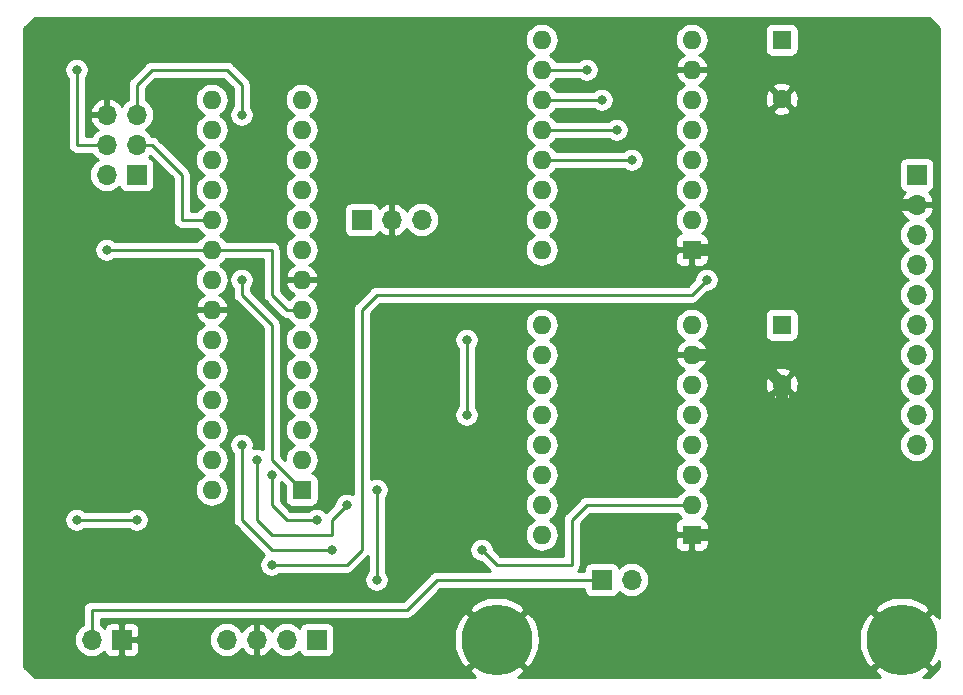
<source format=gbr>
G04 #@! TF.GenerationSoftware,KiCad,Pcbnew,(5.1.2)-1*
G04 #@! TF.CreationDate,2019-05-23T00:03:13+02:00*
G04 #@! TF.ProjectId,DualStepperI2C_PCB_2,4475616c-5374-4657-9070-65724932435f,rev?*
G04 #@! TF.SameCoordinates,Original*
G04 #@! TF.FileFunction,Copper,L2,Bot*
G04 #@! TF.FilePolarity,Positive*
%FSLAX46Y46*%
G04 Gerber Fmt 4.6, Leading zero omitted, Abs format (unit mm)*
G04 Created by KiCad (PCBNEW (5.1.2)-1) date 2019-05-23 00:03:13*
%MOMM*%
%LPD*%
G04 APERTURE LIST*
%ADD10C,5.999480*%
%ADD11O,1.600000X1.600000*%
%ADD12R,1.600000X1.600000*%
%ADD13O,1.700000X1.700000*%
%ADD14R,1.700000X1.700000*%
%ADD15C,1.600000*%
%ADD16C,0.800000*%
%ADD17C,0.250000*%
%ADD18C,1.000000*%
%ADD19C,0.254000*%
G04 APERTURE END LIST*
D10*
X196850000Y-106680000D03*
X231140000Y-106680000D03*
D11*
X200660000Y-97790000D03*
X213360000Y-80010000D03*
X200660000Y-95250000D03*
X213360000Y-82550000D03*
X200660000Y-92710000D03*
X213360000Y-85090000D03*
X200660000Y-90170000D03*
X213360000Y-87630000D03*
X200660000Y-87630000D03*
X213360000Y-90170000D03*
X200660000Y-85090000D03*
X213360000Y-92710000D03*
X200660000Y-82550000D03*
X213360000Y-95250000D03*
X200660000Y-80010000D03*
D12*
X213360000Y-97790000D03*
D13*
X190500000Y-71120000D03*
X187960000Y-71120000D03*
D14*
X185420000Y-71120000D03*
D11*
X172720000Y-93980000D03*
X180340000Y-60960000D03*
X172720000Y-91440000D03*
X180340000Y-63500000D03*
X172720000Y-88900000D03*
X180340000Y-66040000D03*
X172720000Y-86360000D03*
X180340000Y-68580000D03*
X172720000Y-83820000D03*
X180340000Y-71120000D03*
X172720000Y-81280000D03*
X180340000Y-73660000D03*
X172720000Y-78740000D03*
X180340000Y-76200000D03*
X172720000Y-76200000D03*
X180340000Y-78740000D03*
X172720000Y-73660000D03*
X180340000Y-81280000D03*
X172720000Y-71120000D03*
X180340000Y-83820000D03*
X172720000Y-68580000D03*
X180340000Y-86360000D03*
X172720000Y-66040000D03*
X180340000Y-88900000D03*
X172720000Y-63500000D03*
X180340000Y-91440000D03*
X172720000Y-60960000D03*
D12*
X180340000Y-93980000D03*
D13*
X208280000Y-101600000D03*
D14*
X205740000Y-101600000D03*
D13*
X163830000Y-62230000D03*
X166370000Y-62230000D03*
X163830000Y-64770000D03*
X166370000Y-64770000D03*
X163830000Y-67310000D03*
D14*
X166370000Y-67310000D03*
D13*
X232410000Y-90170000D03*
X232410000Y-87630000D03*
X232410000Y-85090000D03*
X232410000Y-82550000D03*
X232410000Y-80010000D03*
X232410000Y-77470000D03*
X232410000Y-74930000D03*
X232410000Y-72390000D03*
X232410000Y-69850000D03*
D14*
X232410000Y-67310000D03*
D13*
X173990000Y-106680000D03*
X176530000Y-106680000D03*
X179070000Y-106680000D03*
D14*
X181610000Y-106680000D03*
D13*
X162560000Y-106680000D03*
D14*
X165100000Y-106680000D03*
D15*
X220980000Y-85010000D03*
D12*
X220980000Y-80010000D03*
D15*
X220980000Y-60880000D03*
D12*
X220980000Y-55880000D03*
D11*
X200660000Y-73660000D03*
X213360000Y-55880000D03*
X200660000Y-71120000D03*
X213360000Y-58420000D03*
X200660000Y-68580000D03*
X213360000Y-60960000D03*
X200660000Y-66040000D03*
X213360000Y-63500000D03*
X200660000Y-63500000D03*
X213360000Y-66040000D03*
X200660000Y-60960000D03*
X213360000Y-68580000D03*
X200660000Y-58420000D03*
X213360000Y-71120000D03*
X200660000Y-55880000D03*
D12*
X213360000Y-73660000D03*
D16*
X177800000Y-92710000D03*
X181610000Y-96520000D03*
X176530000Y-91440000D03*
X184150000Y-95250000D03*
X160020000Y-62230000D03*
X165100000Y-77470000D03*
X194310000Y-87630000D03*
X194310000Y-81280000D03*
X208280000Y-66040000D03*
X207010000Y-63500000D03*
X205740000Y-60960000D03*
X204470000Y-58420000D03*
X195580000Y-99060000D03*
X182880000Y-99060000D03*
X175260000Y-90170000D03*
X177800000Y-100330000D03*
X214630000Y-76200000D03*
X161290000Y-96520000D03*
X166370000Y-96520000D03*
X163830000Y-73660000D03*
X186690000Y-101600000D03*
X186690000Y-93980000D03*
X175260000Y-76200000D03*
X175260000Y-62230000D03*
X161290000Y-58420000D03*
D17*
X177800000Y-92710000D02*
X177800000Y-95250000D01*
X177800000Y-95250000D02*
X179070000Y-96520000D01*
X179070000Y-96520000D02*
X181610000Y-96520000D01*
X176530000Y-91440000D02*
X176530000Y-94616410D01*
X176530000Y-94616410D02*
X176530000Y-96520000D01*
X176530000Y-96520000D02*
X177800000Y-97790000D01*
X177800000Y-97790000D02*
X182880000Y-97790000D01*
X182880000Y-97790000D02*
X182880000Y-96520000D01*
X182880000Y-96520000D02*
X184150000Y-95250000D01*
D18*
X231207919Y-69850000D02*
X232410000Y-69850000D01*
X218970000Y-69850000D02*
X231207919Y-69850000D01*
X215160000Y-73660000D02*
X218970000Y-69850000D01*
X218520000Y-82550000D02*
X220980000Y-85010000D01*
X213360000Y-82550000D02*
X218520000Y-82550000D01*
X213360000Y-82550000D02*
X215900000Y-82550000D01*
X215900000Y-82550000D02*
X217170000Y-81280000D01*
X217170000Y-81280000D02*
X217170000Y-76200000D01*
X215160000Y-73660000D02*
X213360000Y-73660000D01*
X217170000Y-75670000D02*
X215160000Y-73660000D01*
X217170000Y-76200000D02*
X217170000Y-75670000D01*
X220980000Y-96520000D02*
X220980000Y-85010000D01*
X213360000Y-97790000D02*
X219710000Y-97790000D01*
X219710000Y-97790000D02*
X220980000Y-96520000D01*
D17*
X187960000Y-71120000D02*
X187960000Y-74930000D01*
X187960000Y-74930000D02*
X186690000Y-76200000D01*
X186690000Y-76200000D02*
X180340000Y-76200000D01*
X187960000Y-74930000D02*
X198120000Y-74930000D01*
X198120000Y-74930000D02*
X199390000Y-76200000D01*
X212310000Y-73660000D02*
X213360000Y-73660000D01*
X209770000Y-76200000D02*
X212310000Y-73660000D01*
X199390000Y-76200000D02*
X209770000Y-76200000D01*
X176530000Y-107950000D02*
X176530000Y-106680000D01*
X175260000Y-109220000D02*
X176530000Y-107950000D01*
X171450000Y-109220000D02*
X175260000Y-109220000D01*
X165100000Y-106680000D02*
X168910000Y-106680000D01*
X168910000Y-106680000D02*
X171450000Y-109220000D01*
X160020000Y-62230000D02*
X160020000Y-73660000D01*
X165100000Y-77470000D02*
X163830000Y-77470000D01*
X163830000Y-77470000D02*
X160020000Y-73660000D01*
X194310000Y-87630000D02*
X194310000Y-81280000D01*
X208280000Y-66040000D02*
X200660000Y-66040000D01*
X207010000Y-63500000D02*
X200660000Y-63500000D01*
X205740000Y-60960000D02*
X200660000Y-60960000D01*
X200660000Y-58420000D02*
X204470000Y-58420000D01*
X213360000Y-95250000D02*
X204470000Y-95250000D01*
X204470000Y-95250000D02*
X203200000Y-96520000D01*
X203200000Y-96520000D02*
X203200000Y-97790000D01*
X203200000Y-97790000D02*
X203200000Y-100330000D01*
X203200000Y-100330000D02*
X196850000Y-100330000D01*
X196850000Y-100330000D02*
X195580000Y-99060000D01*
X182880000Y-99060000D02*
X178433590Y-99060000D01*
X178433590Y-99060000D02*
X177800000Y-99060000D01*
X177800000Y-99060000D02*
X175260000Y-96520000D01*
X175260000Y-96520000D02*
X175260000Y-91636998D01*
X175260000Y-91636998D02*
X175260000Y-90170000D01*
X177800000Y-100330000D02*
X182683002Y-100330000D01*
X182683002Y-100330000D02*
X184150000Y-100330000D01*
X184150000Y-100330000D02*
X185420000Y-99060000D01*
X185420000Y-99060000D02*
X185420000Y-78740000D01*
X185420000Y-78740000D02*
X186690000Y-77470000D01*
X186690000Y-77470000D02*
X213360000Y-77470000D01*
X213360000Y-77470000D02*
X214630000Y-76200000D01*
X205740000Y-101600000D02*
X191770000Y-101600000D01*
X191770000Y-101600000D02*
X189230000Y-104140000D01*
X189230000Y-104140000D02*
X162560000Y-104140000D01*
X162560000Y-104140000D02*
X162560000Y-106680000D01*
X161290000Y-96520000D02*
X166370000Y-96520000D01*
X180340000Y-78740000D02*
X179070000Y-78740000D01*
X179070000Y-78740000D02*
X177800000Y-77470000D01*
X177800000Y-77470000D02*
X177800000Y-73660000D01*
X177800000Y-73660000D02*
X172720000Y-73660000D01*
X163830000Y-73660000D02*
X172720000Y-73660000D01*
X186690000Y-101600000D02*
X186690000Y-93980000D01*
X180340000Y-93980000D02*
X177800000Y-91440000D01*
X177800000Y-91440000D02*
X177800000Y-80010000D01*
X177800000Y-80010000D02*
X175260000Y-77470000D01*
X175260000Y-77470000D02*
X175260000Y-76200000D01*
X175260000Y-62230000D02*
X175260000Y-59690000D01*
X175260000Y-59690000D02*
X173990000Y-58420000D01*
X173990000Y-58420000D02*
X167640000Y-58420000D01*
X167640000Y-58420000D02*
X166370000Y-59690000D01*
X166370000Y-59690000D02*
X166370000Y-62230000D01*
X161290000Y-58420000D02*
X161290000Y-64770000D01*
X161290000Y-64770000D02*
X163830000Y-64770000D01*
X170180000Y-71120000D02*
X172720000Y-71120000D01*
X170180000Y-67310000D02*
X170180000Y-71120000D01*
X166370000Y-64770000D02*
X167640000Y-64770000D01*
X167640000Y-64770000D02*
X170180000Y-67310000D01*
D19*
G36*
X234290000Y-54859606D02*
G01*
X234290001Y-104861454D01*
X234185879Y-104664534D01*
X234167657Y-104637260D01*
X233698502Y-104301103D01*
X231319605Y-106680000D01*
X233698502Y-109058897D01*
X234167657Y-108722740D01*
X234290001Y-108496302D01*
X234290001Y-108970393D01*
X233430394Y-109830000D01*
X232958548Y-109830000D01*
X233155466Y-109725879D01*
X233182740Y-109707657D01*
X233518897Y-109238502D01*
X231140000Y-106859605D01*
X228761103Y-109238502D01*
X229097260Y-109707657D01*
X229323696Y-109830000D01*
X198668548Y-109830000D01*
X198865466Y-109725879D01*
X198892740Y-109707657D01*
X199228897Y-109238502D01*
X196850000Y-106859605D01*
X194471103Y-109238502D01*
X194807260Y-109707657D01*
X195033696Y-109830000D01*
X157729606Y-109830000D01*
X156870000Y-108970394D01*
X156870000Y-106680000D01*
X161067815Y-106680000D01*
X161096487Y-106971111D01*
X161181401Y-107251034D01*
X161319294Y-107509014D01*
X161504866Y-107735134D01*
X161730986Y-107920706D01*
X161988966Y-108058599D01*
X162268889Y-108143513D01*
X162487050Y-108165000D01*
X162632950Y-108165000D01*
X162851111Y-108143513D01*
X163131034Y-108058599D01*
X163389014Y-107920706D01*
X163615134Y-107735134D01*
X163639607Y-107705313D01*
X163660498Y-107774180D01*
X163719463Y-107884494D01*
X163798815Y-107981185D01*
X163895506Y-108060537D01*
X164005820Y-108119502D01*
X164125518Y-108155812D01*
X164250000Y-108168072D01*
X164814250Y-108165000D01*
X164973000Y-108006250D01*
X164973000Y-106807000D01*
X165227000Y-106807000D01*
X165227000Y-108006250D01*
X165385750Y-108165000D01*
X165950000Y-108168072D01*
X166074482Y-108155812D01*
X166194180Y-108119502D01*
X166304494Y-108060537D01*
X166401185Y-107981185D01*
X166480537Y-107884494D01*
X166539502Y-107774180D01*
X166575812Y-107654482D01*
X166588072Y-107530000D01*
X166585000Y-106965750D01*
X166426250Y-106807000D01*
X165227000Y-106807000D01*
X164973000Y-106807000D01*
X164953000Y-106807000D01*
X164953000Y-106680000D01*
X172497815Y-106680000D01*
X172526487Y-106971111D01*
X172611401Y-107251034D01*
X172749294Y-107509014D01*
X172934866Y-107735134D01*
X173160986Y-107920706D01*
X173418966Y-108058599D01*
X173698889Y-108143513D01*
X173917050Y-108165000D01*
X174062950Y-108165000D01*
X174281111Y-108143513D01*
X174561034Y-108058599D01*
X174819014Y-107920706D01*
X175045134Y-107735134D01*
X175230706Y-107509014D01*
X175265201Y-107444477D01*
X175334822Y-107561355D01*
X175529731Y-107777588D01*
X175763080Y-107951641D01*
X176025901Y-108076825D01*
X176173110Y-108121476D01*
X176403000Y-108000155D01*
X176403000Y-106807000D01*
X176383000Y-106807000D01*
X176383000Y-106553000D01*
X176403000Y-106553000D01*
X176403000Y-105359845D01*
X176657000Y-105359845D01*
X176657000Y-106553000D01*
X176677000Y-106553000D01*
X176677000Y-106807000D01*
X176657000Y-106807000D01*
X176657000Y-108000155D01*
X176886890Y-108121476D01*
X177034099Y-108076825D01*
X177296920Y-107951641D01*
X177530269Y-107777588D01*
X177725178Y-107561355D01*
X177794799Y-107444477D01*
X177829294Y-107509014D01*
X178014866Y-107735134D01*
X178240986Y-107920706D01*
X178498966Y-108058599D01*
X178778889Y-108143513D01*
X178997050Y-108165000D01*
X179142950Y-108165000D01*
X179361111Y-108143513D01*
X179641034Y-108058599D01*
X179899014Y-107920706D01*
X180125134Y-107735134D01*
X180149607Y-107705313D01*
X180170498Y-107774180D01*
X180229463Y-107884494D01*
X180308815Y-107981185D01*
X180405506Y-108060537D01*
X180515820Y-108119502D01*
X180635518Y-108155812D01*
X180760000Y-108168072D01*
X182460000Y-108168072D01*
X182584482Y-108155812D01*
X182704180Y-108119502D01*
X182814494Y-108060537D01*
X182911185Y-107981185D01*
X182990537Y-107884494D01*
X183049502Y-107774180D01*
X183085812Y-107654482D01*
X183098072Y-107530000D01*
X183098072Y-106663599D01*
X193197710Y-106663599D01*
X193264689Y-107376441D01*
X193469448Y-108062518D01*
X193804121Y-108695466D01*
X193822343Y-108722740D01*
X194291498Y-109058897D01*
X196670395Y-106680000D01*
X197029605Y-106680000D01*
X199408502Y-109058897D01*
X199877657Y-108722740D01*
X200218000Y-108092823D01*
X200428913Y-107408612D01*
X200502290Y-106696401D01*
X200499208Y-106663599D01*
X227487710Y-106663599D01*
X227554689Y-107376441D01*
X227759448Y-108062518D01*
X228094121Y-108695466D01*
X228112343Y-108722740D01*
X228581498Y-109058897D01*
X230960395Y-106680000D01*
X228581498Y-104301103D01*
X228112343Y-104637260D01*
X227772000Y-105267177D01*
X227561087Y-105951388D01*
X227487710Y-106663599D01*
X200499208Y-106663599D01*
X200435311Y-105983559D01*
X200230552Y-105297482D01*
X199895879Y-104664534D01*
X199877657Y-104637260D01*
X199408502Y-104301103D01*
X197029605Y-106680000D01*
X196670395Y-106680000D01*
X194291498Y-104301103D01*
X193822343Y-104637260D01*
X193482000Y-105267177D01*
X193271087Y-105951388D01*
X193197710Y-106663599D01*
X183098072Y-106663599D01*
X183098072Y-105830000D01*
X183085812Y-105705518D01*
X183049502Y-105585820D01*
X182990537Y-105475506D01*
X182911185Y-105378815D01*
X182814494Y-105299463D01*
X182704180Y-105240498D01*
X182584482Y-105204188D01*
X182460000Y-105191928D01*
X180760000Y-105191928D01*
X180635518Y-105204188D01*
X180515820Y-105240498D01*
X180405506Y-105299463D01*
X180308815Y-105378815D01*
X180229463Y-105475506D01*
X180170498Y-105585820D01*
X180149607Y-105654687D01*
X180125134Y-105624866D01*
X179899014Y-105439294D01*
X179641034Y-105301401D01*
X179361111Y-105216487D01*
X179142950Y-105195000D01*
X178997050Y-105195000D01*
X178778889Y-105216487D01*
X178498966Y-105301401D01*
X178240986Y-105439294D01*
X178014866Y-105624866D01*
X177829294Y-105850986D01*
X177794799Y-105915523D01*
X177725178Y-105798645D01*
X177530269Y-105582412D01*
X177296920Y-105408359D01*
X177034099Y-105283175D01*
X176886890Y-105238524D01*
X176657000Y-105359845D01*
X176403000Y-105359845D01*
X176173110Y-105238524D01*
X176025901Y-105283175D01*
X175763080Y-105408359D01*
X175529731Y-105582412D01*
X175334822Y-105798645D01*
X175265201Y-105915523D01*
X175230706Y-105850986D01*
X175045134Y-105624866D01*
X174819014Y-105439294D01*
X174561034Y-105301401D01*
X174281111Y-105216487D01*
X174062950Y-105195000D01*
X173917050Y-105195000D01*
X173698889Y-105216487D01*
X173418966Y-105301401D01*
X173160986Y-105439294D01*
X172934866Y-105624866D01*
X172749294Y-105850986D01*
X172611401Y-106108966D01*
X172526487Y-106388889D01*
X172497815Y-106680000D01*
X164953000Y-106680000D01*
X164953000Y-106553000D01*
X164973000Y-106553000D01*
X164973000Y-105353750D01*
X165227000Y-105353750D01*
X165227000Y-106553000D01*
X166426250Y-106553000D01*
X166585000Y-106394250D01*
X166588072Y-105830000D01*
X166575812Y-105705518D01*
X166539502Y-105585820D01*
X166480537Y-105475506D01*
X166401185Y-105378815D01*
X166304494Y-105299463D01*
X166194180Y-105240498D01*
X166074482Y-105204188D01*
X165950000Y-105191928D01*
X165385750Y-105195000D01*
X165227000Y-105353750D01*
X164973000Y-105353750D01*
X164814250Y-105195000D01*
X164250000Y-105191928D01*
X164125518Y-105204188D01*
X164005820Y-105240498D01*
X163895506Y-105299463D01*
X163798815Y-105378815D01*
X163719463Y-105475506D01*
X163660498Y-105585820D01*
X163639607Y-105654687D01*
X163615134Y-105624866D01*
X163389014Y-105439294D01*
X163320000Y-105402405D01*
X163320000Y-104900000D01*
X189192678Y-104900000D01*
X189230000Y-104903676D01*
X189267322Y-104900000D01*
X189267333Y-104900000D01*
X189378986Y-104889003D01*
X189522247Y-104845546D01*
X189654276Y-104774974D01*
X189770001Y-104680001D01*
X189793804Y-104650997D01*
X190323303Y-104121498D01*
X194471103Y-104121498D01*
X196850000Y-106500395D01*
X199228897Y-104121498D01*
X228761103Y-104121498D01*
X231140000Y-106500395D01*
X233518897Y-104121498D01*
X233182740Y-103652343D01*
X232552823Y-103312000D01*
X231868612Y-103101087D01*
X231156401Y-103027710D01*
X230443559Y-103094689D01*
X229757482Y-103299448D01*
X229124534Y-103634121D01*
X229097260Y-103652343D01*
X228761103Y-104121498D01*
X199228897Y-104121498D01*
X198892740Y-103652343D01*
X198262823Y-103312000D01*
X197578612Y-103101087D01*
X196866401Y-103027710D01*
X196153559Y-103094689D01*
X195467482Y-103299448D01*
X194834534Y-103634121D01*
X194807260Y-103652343D01*
X194471103Y-104121498D01*
X190323303Y-104121498D01*
X192084803Y-102360000D01*
X204251928Y-102360000D01*
X204251928Y-102450000D01*
X204264188Y-102574482D01*
X204300498Y-102694180D01*
X204359463Y-102804494D01*
X204438815Y-102901185D01*
X204535506Y-102980537D01*
X204645820Y-103039502D01*
X204765518Y-103075812D01*
X204890000Y-103088072D01*
X206590000Y-103088072D01*
X206714482Y-103075812D01*
X206834180Y-103039502D01*
X206944494Y-102980537D01*
X207041185Y-102901185D01*
X207120537Y-102804494D01*
X207179502Y-102694180D01*
X207200393Y-102625313D01*
X207224866Y-102655134D01*
X207450986Y-102840706D01*
X207708966Y-102978599D01*
X207988889Y-103063513D01*
X208207050Y-103085000D01*
X208352950Y-103085000D01*
X208571111Y-103063513D01*
X208851034Y-102978599D01*
X209109014Y-102840706D01*
X209335134Y-102655134D01*
X209520706Y-102429014D01*
X209658599Y-102171034D01*
X209743513Y-101891111D01*
X209772185Y-101600000D01*
X209743513Y-101308889D01*
X209658599Y-101028966D01*
X209520706Y-100770986D01*
X209335134Y-100544866D01*
X209109014Y-100359294D01*
X208851034Y-100221401D01*
X208571111Y-100136487D01*
X208352950Y-100115000D01*
X208207050Y-100115000D01*
X207988889Y-100136487D01*
X207708966Y-100221401D01*
X207450986Y-100359294D01*
X207224866Y-100544866D01*
X207200393Y-100574687D01*
X207179502Y-100505820D01*
X207120537Y-100395506D01*
X207041185Y-100298815D01*
X206944494Y-100219463D01*
X206834180Y-100160498D01*
X206714482Y-100124188D01*
X206590000Y-100111928D01*
X204890000Y-100111928D01*
X204765518Y-100124188D01*
X204645820Y-100160498D01*
X204535506Y-100219463D01*
X204438815Y-100298815D01*
X204359463Y-100395506D01*
X204300498Y-100505820D01*
X204264188Y-100625518D01*
X204251928Y-100750000D01*
X204251928Y-100840000D01*
X203764622Y-100840000D01*
X203834974Y-100754276D01*
X203905546Y-100622247D01*
X203949003Y-100478986D01*
X203960000Y-100367333D01*
X203963677Y-100330000D01*
X203960000Y-100292667D01*
X203960000Y-98590000D01*
X211921928Y-98590000D01*
X211934188Y-98714482D01*
X211970498Y-98834180D01*
X212029463Y-98944494D01*
X212108815Y-99041185D01*
X212205506Y-99120537D01*
X212315820Y-99179502D01*
X212435518Y-99215812D01*
X212560000Y-99228072D01*
X213074250Y-99225000D01*
X213233000Y-99066250D01*
X213233000Y-97917000D01*
X213487000Y-97917000D01*
X213487000Y-99066250D01*
X213645750Y-99225000D01*
X214160000Y-99228072D01*
X214284482Y-99215812D01*
X214404180Y-99179502D01*
X214514494Y-99120537D01*
X214611185Y-99041185D01*
X214690537Y-98944494D01*
X214749502Y-98834180D01*
X214785812Y-98714482D01*
X214798072Y-98590000D01*
X214795000Y-98075750D01*
X214636250Y-97917000D01*
X213487000Y-97917000D01*
X213233000Y-97917000D01*
X212083750Y-97917000D01*
X211925000Y-98075750D01*
X211921928Y-98590000D01*
X203960000Y-98590000D01*
X203960000Y-96834801D01*
X204784802Y-96010000D01*
X212139099Y-96010000D01*
X212161068Y-96051101D01*
X212340392Y-96269608D01*
X212453482Y-96362419D01*
X212435518Y-96364188D01*
X212315820Y-96400498D01*
X212205506Y-96459463D01*
X212108815Y-96538815D01*
X212029463Y-96635506D01*
X211970498Y-96745820D01*
X211934188Y-96865518D01*
X211921928Y-96990000D01*
X211925000Y-97504250D01*
X212083750Y-97663000D01*
X213233000Y-97663000D01*
X213233000Y-97643000D01*
X213487000Y-97643000D01*
X213487000Y-97663000D01*
X214636250Y-97663000D01*
X214795000Y-97504250D01*
X214798072Y-96990000D01*
X214785812Y-96865518D01*
X214749502Y-96745820D01*
X214690537Y-96635506D01*
X214611185Y-96538815D01*
X214514494Y-96459463D01*
X214404180Y-96400498D01*
X214284482Y-96364188D01*
X214266518Y-96362419D01*
X214379608Y-96269608D01*
X214558932Y-96051101D01*
X214692182Y-95801808D01*
X214774236Y-95531309D01*
X214801943Y-95250000D01*
X214774236Y-94968691D01*
X214692182Y-94698192D01*
X214558932Y-94448899D01*
X214379608Y-94230392D01*
X214161101Y-94051068D01*
X214028142Y-93980000D01*
X214161101Y-93908932D01*
X214379608Y-93729608D01*
X214558932Y-93511101D01*
X214692182Y-93261808D01*
X214774236Y-92991309D01*
X214801943Y-92710000D01*
X214774236Y-92428691D01*
X214692182Y-92158192D01*
X214558932Y-91908899D01*
X214379608Y-91690392D01*
X214161101Y-91511068D01*
X214028142Y-91440000D01*
X214161101Y-91368932D01*
X214379608Y-91189608D01*
X214558932Y-90971101D01*
X214692182Y-90721808D01*
X214774236Y-90451309D01*
X214801943Y-90170000D01*
X214774236Y-89888691D01*
X214692182Y-89618192D01*
X214558932Y-89368899D01*
X214379608Y-89150392D01*
X214161101Y-88971068D01*
X214028142Y-88900000D01*
X214161101Y-88828932D01*
X214379608Y-88649608D01*
X214558932Y-88431101D01*
X214692182Y-88181808D01*
X214774236Y-87911309D01*
X214801943Y-87630000D01*
X214774236Y-87348691D01*
X214692182Y-87078192D01*
X214558932Y-86828899D01*
X214379608Y-86610392D01*
X214161101Y-86431068D01*
X214028142Y-86360000D01*
X214161101Y-86288932D01*
X214379608Y-86109608D01*
X214467343Y-86002702D01*
X220166903Y-86002702D01*
X220238486Y-86246671D01*
X220493996Y-86367571D01*
X220768184Y-86436300D01*
X221050512Y-86450217D01*
X221330130Y-86408787D01*
X221596292Y-86313603D01*
X221721514Y-86246671D01*
X221793097Y-86002702D01*
X220980000Y-85189605D01*
X220166903Y-86002702D01*
X214467343Y-86002702D01*
X214558932Y-85891101D01*
X214692182Y-85641808D01*
X214774236Y-85371309D01*
X214801943Y-85090000D01*
X214801009Y-85080512D01*
X219539783Y-85080512D01*
X219581213Y-85360130D01*
X219676397Y-85626292D01*
X219743329Y-85751514D01*
X219987298Y-85823097D01*
X220800395Y-85010000D01*
X221159605Y-85010000D01*
X221972702Y-85823097D01*
X222216671Y-85751514D01*
X222337571Y-85496004D01*
X222406300Y-85221816D01*
X222420217Y-84939488D01*
X222378787Y-84659870D01*
X222283603Y-84393708D01*
X222216671Y-84268486D01*
X221972702Y-84196903D01*
X221159605Y-85010000D01*
X220800395Y-85010000D01*
X219987298Y-84196903D01*
X219743329Y-84268486D01*
X219622429Y-84523996D01*
X219553700Y-84798184D01*
X219539783Y-85080512D01*
X214801009Y-85080512D01*
X214774236Y-84808691D01*
X214692182Y-84538192D01*
X214558932Y-84288899D01*
X214379608Y-84070392D01*
X214314913Y-84017298D01*
X220166903Y-84017298D01*
X220980000Y-84830395D01*
X221793097Y-84017298D01*
X221721514Y-83773329D01*
X221466004Y-83652429D01*
X221191816Y-83583700D01*
X220909488Y-83569783D01*
X220629870Y-83611213D01*
X220363708Y-83706397D01*
X220238486Y-83773329D01*
X220166903Y-84017298D01*
X214314913Y-84017298D01*
X214161101Y-83891068D01*
X214023318Y-83817421D01*
X214215131Y-83702385D01*
X214423519Y-83513414D01*
X214591037Y-83287420D01*
X214711246Y-83033087D01*
X214751904Y-82899039D01*
X214629915Y-82677000D01*
X213487000Y-82677000D01*
X213487000Y-82697000D01*
X213233000Y-82697000D01*
X213233000Y-82677000D01*
X212090085Y-82677000D01*
X211968096Y-82899039D01*
X212008754Y-83033087D01*
X212128963Y-83287420D01*
X212296481Y-83513414D01*
X212504869Y-83702385D01*
X212696682Y-83817421D01*
X212558899Y-83891068D01*
X212340392Y-84070392D01*
X212161068Y-84288899D01*
X212027818Y-84538192D01*
X211945764Y-84808691D01*
X211918057Y-85090000D01*
X211945764Y-85371309D01*
X212027818Y-85641808D01*
X212161068Y-85891101D01*
X212340392Y-86109608D01*
X212558899Y-86288932D01*
X212691858Y-86360000D01*
X212558899Y-86431068D01*
X212340392Y-86610392D01*
X212161068Y-86828899D01*
X212027818Y-87078192D01*
X211945764Y-87348691D01*
X211918057Y-87630000D01*
X211945764Y-87911309D01*
X212027818Y-88181808D01*
X212161068Y-88431101D01*
X212340392Y-88649608D01*
X212558899Y-88828932D01*
X212691858Y-88900000D01*
X212558899Y-88971068D01*
X212340392Y-89150392D01*
X212161068Y-89368899D01*
X212027818Y-89618192D01*
X211945764Y-89888691D01*
X211918057Y-90170000D01*
X211945764Y-90451309D01*
X212027818Y-90721808D01*
X212161068Y-90971101D01*
X212340392Y-91189608D01*
X212558899Y-91368932D01*
X212691858Y-91440000D01*
X212558899Y-91511068D01*
X212340392Y-91690392D01*
X212161068Y-91908899D01*
X212027818Y-92158192D01*
X211945764Y-92428691D01*
X211918057Y-92710000D01*
X211945764Y-92991309D01*
X212027818Y-93261808D01*
X212161068Y-93511101D01*
X212340392Y-93729608D01*
X212558899Y-93908932D01*
X212691858Y-93980000D01*
X212558899Y-94051068D01*
X212340392Y-94230392D01*
X212161068Y-94448899D01*
X212139099Y-94490000D01*
X204507322Y-94490000D01*
X204469999Y-94486324D01*
X204432676Y-94490000D01*
X204432667Y-94490000D01*
X204321014Y-94500997D01*
X204177753Y-94544454D01*
X204045724Y-94615026D01*
X203929999Y-94709999D01*
X203906201Y-94738997D01*
X202689003Y-95956196D01*
X202659999Y-95979999D01*
X202619175Y-96029744D01*
X202565026Y-96095724D01*
X202499613Y-96218102D01*
X202494454Y-96227754D01*
X202450997Y-96371015D01*
X202440000Y-96482668D01*
X202440000Y-96482678D01*
X202436324Y-96520000D01*
X202440000Y-96557323D01*
X202440001Y-97752658D01*
X202440000Y-97752668D01*
X202440001Y-99570000D01*
X197164802Y-99570000D01*
X196615000Y-99020199D01*
X196615000Y-98958061D01*
X196575226Y-98758102D01*
X196497205Y-98569744D01*
X196383937Y-98400226D01*
X196239774Y-98256063D01*
X196070256Y-98142795D01*
X195881898Y-98064774D01*
X195681939Y-98025000D01*
X195478061Y-98025000D01*
X195278102Y-98064774D01*
X195089744Y-98142795D01*
X194920226Y-98256063D01*
X194776063Y-98400226D01*
X194662795Y-98569744D01*
X194584774Y-98758102D01*
X194545000Y-98958061D01*
X194545000Y-99161939D01*
X194584774Y-99361898D01*
X194662795Y-99550256D01*
X194776063Y-99719774D01*
X194920226Y-99863937D01*
X195089744Y-99977205D01*
X195278102Y-100055226D01*
X195478061Y-100095000D01*
X195540199Y-100095000D01*
X196285198Y-100840000D01*
X191807322Y-100840000D01*
X191769999Y-100836324D01*
X191732676Y-100840000D01*
X191732667Y-100840000D01*
X191621014Y-100850997D01*
X191477753Y-100894454D01*
X191345724Y-100965026D01*
X191345722Y-100965027D01*
X191345723Y-100965027D01*
X191258996Y-101036201D01*
X191258992Y-101036205D01*
X191229999Y-101059999D01*
X191206205Y-101088992D01*
X188915199Y-103380000D01*
X162597333Y-103380000D01*
X162560000Y-103376323D01*
X162522667Y-103380000D01*
X162411014Y-103390997D01*
X162267753Y-103434454D01*
X162135724Y-103505026D01*
X162019999Y-103599999D01*
X161925026Y-103715724D01*
X161854454Y-103847753D01*
X161810997Y-103991014D01*
X161796323Y-104140000D01*
X161800000Y-104177333D01*
X161800000Y-105402405D01*
X161730986Y-105439294D01*
X161504866Y-105624866D01*
X161319294Y-105850986D01*
X161181401Y-106108966D01*
X161096487Y-106388889D01*
X161067815Y-106680000D01*
X156870000Y-106680000D01*
X156870000Y-96418061D01*
X160255000Y-96418061D01*
X160255000Y-96621939D01*
X160294774Y-96821898D01*
X160372795Y-97010256D01*
X160486063Y-97179774D01*
X160630226Y-97323937D01*
X160799744Y-97437205D01*
X160988102Y-97515226D01*
X161188061Y-97555000D01*
X161391939Y-97555000D01*
X161591898Y-97515226D01*
X161780256Y-97437205D01*
X161949774Y-97323937D01*
X161993711Y-97280000D01*
X165666289Y-97280000D01*
X165710226Y-97323937D01*
X165879744Y-97437205D01*
X166068102Y-97515226D01*
X166268061Y-97555000D01*
X166471939Y-97555000D01*
X166671898Y-97515226D01*
X166860256Y-97437205D01*
X167029774Y-97323937D01*
X167173937Y-97179774D01*
X167287205Y-97010256D01*
X167365226Y-96821898D01*
X167405000Y-96621939D01*
X167405000Y-96418061D01*
X167365226Y-96218102D01*
X167287205Y-96029744D01*
X167173937Y-95860226D01*
X167029774Y-95716063D01*
X166860256Y-95602795D01*
X166671898Y-95524774D01*
X166471939Y-95485000D01*
X166268061Y-95485000D01*
X166068102Y-95524774D01*
X165879744Y-95602795D01*
X165710226Y-95716063D01*
X165666289Y-95760000D01*
X161993711Y-95760000D01*
X161949774Y-95716063D01*
X161780256Y-95602795D01*
X161591898Y-95524774D01*
X161391939Y-95485000D01*
X161188061Y-95485000D01*
X160988102Y-95524774D01*
X160799744Y-95602795D01*
X160630226Y-95716063D01*
X160486063Y-95860226D01*
X160372795Y-96029744D01*
X160294774Y-96218102D01*
X160255000Y-96418061D01*
X156870000Y-96418061D01*
X156870000Y-81280000D01*
X171278057Y-81280000D01*
X171305764Y-81561309D01*
X171387818Y-81831808D01*
X171521068Y-82081101D01*
X171700392Y-82299608D01*
X171918899Y-82478932D01*
X172051858Y-82550000D01*
X171918899Y-82621068D01*
X171700392Y-82800392D01*
X171521068Y-83018899D01*
X171387818Y-83268192D01*
X171305764Y-83538691D01*
X171278057Y-83820000D01*
X171305764Y-84101309D01*
X171387818Y-84371808D01*
X171521068Y-84621101D01*
X171700392Y-84839608D01*
X171918899Y-85018932D01*
X172051858Y-85090000D01*
X171918899Y-85161068D01*
X171700392Y-85340392D01*
X171521068Y-85558899D01*
X171387818Y-85808192D01*
X171305764Y-86078691D01*
X171278057Y-86360000D01*
X171305764Y-86641309D01*
X171387818Y-86911808D01*
X171521068Y-87161101D01*
X171700392Y-87379608D01*
X171918899Y-87558932D01*
X172051858Y-87630000D01*
X171918899Y-87701068D01*
X171700392Y-87880392D01*
X171521068Y-88098899D01*
X171387818Y-88348192D01*
X171305764Y-88618691D01*
X171278057Y-88900000D01*
X171305764Y-89181309D01*
X171387818Y-89451808D01*
X171521068Y-89701101D01*
X171700392Y-89919608D01*
X171918899Y-90098932D01*
X172051858Y-90170000D01*
X171918899Y-90241068D01*
X171700392Y-90420392D01*
X171521068Y-90638899D01*
X171387818Y-90888192D01*
X171305764Y-91158691D01*
X171278057Y-91440000D01*
X171305764Y-91721309D01*
X171387818Y-91991808D01*
X171521068Y-92241101D01*
X171700392Y-92459608D01*
X171918899Y-92638932D01*
X172051858Y-92710000D01*
X171918899Y-92781068D01*
X171700392Y-92960392D01*
X171521068Y-93178899D01*
X171387818Y-93428192D01*
X171305764Y-93698691D01*
X171278057Y-93980000D01*
X171305764Y-94261309D01*
X171387818Y-94531808D01*
X171521068Y-94781101D01*
X171700392Y-94999608D01*
X171918899Y-95178932D01*
X172168192Y-95312182D01*
X172438691Y-95394236D01*
X172649508Y-95415000D01*
X172790492Y-95415000D01*
X173001309Y-95394236D01*
X173271808Y-95312182D01*
X173521101Y-95178932D01*
X173739608Y-94999608D01*
X173918932Y-94781101D01*
X174052182Y-94531808D01*
X174134236Y-94261309D01*
X174161943Y-93980000D01*
X174134236Y-93698691D01*
X174052182Y-93428192D01*
X173918932Y-93178899D01*
X173739608Y-92960392D01*
X173521101Y-92781068D01*
X173388142Y-92710000D01*
X173521101Y-92638932D01*
X173739608Y-92459608D01*
X173918932Y-92241101D01*
X174052182Y-91991808D01*
X174134236Y-91721309D01*
X174161943Y-91440000D01*
X174134236Y-91158691D01*
X174052182Y-90888192D01*
X173918932Y-90638899D01*
X173739608Y-90420392D01*
X173521101Y-90241068D01*
X173388142Y-90170000D01*
X173521101Y-90098932D01*
X173739608Y-89919608D01*
X173918932Y-89701101D01*
X174052182Y-89451808D01*
X174134236Y-89181309D01*
X174161943Y-88900000D01*
X174134236Y-88618691D01*
X174052182Y-88348192D01*
X173918932Y-88098899D01*
X173739608Y-87880392D01*
X173521101Y-87701068D01*
X173388142Y-87630000D01*
X173521101Y-87558932D01*
X173739608Y-87379608D01*
X173918932Y-87161101D01*
X174052182Y-86911808D01*
X174134236Y-86641309D01*
X174161943Y-86360000D01*
X174134236Y-86078691D01*
X174052182Y-85808192D01*
X173918932Y-85558899D01*
X173739608Y-85340392D01*
X173521101Y-85161068D01*
X173388142Y-85090000D01*
X173521101Y-85018932D01*
X173739608Y-84839608D01*
X173918932Y-84621101D01*
X174052182Y-84371808D01*
X174134236Y-84101309D01*
X174161943Y-83820000D01*
X174134236Y-83538691D01*
X174052182Y-83268192D01*
X173918932Y-83018899D01*
X173739608Y-82800392D01*
X173521101Y-82621068D01*
X173388142Y-82550000D01*
X173521101Y-82478932D01*
X173739608Y-82299608D01*
X173918932Y-82081101D01*
X174052182Y-81831808D01*
X174134236Y-81561309D01*
X174161943Y-81280000D01*
X174134236Y-80998691D01*
X174052182Y-80728192D01*
X173918932Y-80478899D01*
X173739608Y-80260392D01*
X173521101Y-80081068D01*
X173383318Y-80007421D01*
X173575131Y-79892385D01*
X173783519Y-79703414D01*
X173951037Y-79477420D01*
X174071246Y-79223087D01*
X174111904Y-79089039D01*
X173989915Y-78867000D01*
X172847000Y-78867000D01*
X172847000Y-78887000D01*
X172593000Y-78887000D01*
X172593000Y-78867000D01*
X171450085Y-78867000D01*
X171328096Y-79089039D01*
X171368754Y-79223087D01*
X171488963Y-79477420D01*
X171656481Y-79703414D01*
X171864869Y-79892385D01*
X172056682Y-80007421D01*
X171918899Y-80081068D01*
X171700392Y-80260392D01*
X171521068Y-80478899D01*
X171387818Y-80728192D01*
X171305764Y-80998691D01*
X171278057Y-81280000D01*
X156870000Y-81280000D01*
X156870000Y-58318061D01*
X160255000Y-58318061D01*
X160255000Y-58521939D01*
X160294774Y-58721898D01*
X160372795Y-58910256D01*
X160486063Y-59079774D01*
X160530000Y-59123711D01*
X160530001Y-64732657D01*
X160526323Y-64770000D01*
X160540997Y-64918986D01*
X160584454Y-65062247D01*
X160655026Y-65194276D01*
X160749999Y-65310001D01*
X160865724Y-65404974D01*
X160997753Y-65475546D01*
X161141014Y-65519003D01*
X161252667Y-65530000D01*
X161290000Y-65533677D01*
X161327333Y-65530000D01*
X162552405Y-65530000D01*
X162589294Y-65599014D01*
X162774866Y-65825134D01*
X163000986Y-66010706D01*
X163055791Y-66040000D01*
X163000986Y-66069294D01*
X162774866Y-66254866D01*
X162589294Y-66480986D01*
X162451401Y-66738966D01*
X162366487Y-67018889D01*
X162337815Y-67310000D01*
X162366487Y-67601111D01*
X162451401Y-67881034D01*
X162589294Y-68139014D01*
X162774866Y-68365134D01*
X163000986Y-68550706D01*
X163258966Y-68688599D01*
X163538889Y-68773513D01*
X163757050Y-68795000D01*
X163902950Y-68795000D01*
X164121111Y-68773513D01*
X164401034Y-68688599D01*
X164659014Y-68550706D01*
X164885134Y-68365134D01*
X164909607Y-68335313D01*
X164930498Y-68404180D01*
X164989463Y-68514494D01*
X165068815Y-68611185D01*
X165165506Y-68690537D01*
X165275820Y-68749502D01*
X165395518Y-68785812D01*
X165520000Y-68798072D01*
X167220000Y-68798072D01*
X167344482Y-68785812D01*
X167464180Y-68749502D01*
X167574494Y-68690537D01*
X167671185Y-68611185D01*
X167750537Y-68514494D01*
X167809502Y-68404180D01*
X167845812Y-68284482D01*
X167858072Y-68160000D01*
X167858072Y-66460000D01*
X167845812Y-66335518D01*
X167809502Y-66215820D01*
X167750537Y-66105506D01*
X167671185Y-66008815D01*
X167574494Y-65929463D01*
X167464180Y-65870498D01*
X167395313Y-65849607D01*
X167425134Y-65825134D01*
X167513121Y-65717922D01*
X169420000Y-67624803D01*
X169420001Y-71082657D01*
X169416323Y-71120000D01*
X169430997Y-71268986D01*
X169474454Y-71412247D01*
X169545026Y-71544276D01*
X169639999Y-71660001D01*
X169755724Y-71754974D01*
X169887753Y-71825546D01*
X170031014Y-71869003D01*
X170142667Y-71880000D01*
X170180000Y-71883677D01*
X170217333Y-71880000D01*
X171499099Y-71880000D01*
X171521068Y-71921101D01*
X171700392Y-72139608D01*
X171918899Y-72318932D01*
X172051858Y-72390000D01*
X171918899Y-72461068D01*
X171700392Y-72640392D01*
X171521068Y-72858899D01*
X171499099Y-72900000D01*
X164533711Y-72900000D01*
X164489774Y-72856063D01*
X164320256Y-72742795D01*
X164131898Y-72664774D01*
X163931939Y-72625000D01*
X163728061Y-72625000D01*
X163528102Y-72664774D01*
X163339744Y-72742795D01*
X163170226Y-72856063D01*
X163026063Y-73000226D01*
X162912795Y-73169744D01*
X162834774Y-73358102D01*
X162795000Y-73558061D01*
X162795000Y-73761939D01*
X162834774Y-73961898D01*
X162912795Y-74150256D01*
X163026063Y-74319774D01*
X163170226Y-74463937D01*
X163339744Y-74577205D01*
X163528102Y-74655226D01*
X163728061Y-74695000D01*
X163931939Y-74695000D01*
X164131898Y-74655226D01*
X164320256Y-74577205D01*
X164489774Y-74463937D01*
X164533711Y-74420000D01*
X171499099Y-74420000D01*
X171521068Y-74461101D01*
X171700392Y-74679608D01*
X171918899Y-74858932D01*
X172051858Y-74930000D01*
X171918899Y-75001068D01*
X171700392Y-75180392D01*
X171521068Y-75398899D01*
X171387818Y-75648192D01*
X171305764Y-75918691D01*
X171278057Y-76200000D01*
X171305764Y-76481309D01*
X171387818Y-76751808D01*
X171521068Y-77001101D01*
X171700392Y-77219608D01*
X171918899Y-77398932D01*
X172056682Y-77472579D01*
X171864869Y-77587615D01*
X171656481Y-77776586D01*
X171488963Y-78002580D01*
X171368754Y-78256913D01*
X171328096Y-78390961D01*
X171450085Y-78613000D01*
X172593000Y-78613000D01*
X172593000Y-78593000D01*
X172847000Y-78593000D01*
X172847000Y-78613000D01*
X173989915Y-78613000D01*
X174111904Y-78390961D01*
X174071246Y-78256913D01*
X173951037Y-78002580D01*
X173783519Y-77776586D01*
X173575131Y-77587615D01*
X173383318Y-77472579D01*
X173521101Y-77398932D01*
X173739608Y-77219608D01*
X173918932Y-77001101D01*
X174052182Y-76751808D01*
X174134236Y-76481309D01*
X174161943Y-76200000D01*
X174134236Y-75918691D01*
X174052182Y-75648192D01*
X173918932Y-75398899D01*
X173739608Y-75180392D01*
X173521101Y-75001068D01*
X173388142Y-74930000D01*
X173521101Y-74858932D01*
X173739608Y-74679608D01*
X173918932Y-74461101D01*
X173940901Y-74420000D01*
X177040001Y-74420000D01*
X177040000Y-77432677D01*
X177036324Y-77470000D01*
X177040000Y-77507322D01*
X177040000Y-77507332D01*
X177050997Y-77618985D01*
X177081758Y-77720392D01*
X177094454Y-77762246D01*
X177165026Y-77894276D01*
X177201648Y-77938899D01*
X177259999Y-78010001D01*
X177289003Y-78033804D01*
X178506201Y-79251003D01*
X178529999Y-79280001D01*
X178645724Y-79374974D01*
X178777753Y-79445546D01*
X178921014Y-79489003D01*
X179032667Y-79500000D01*
X179032676Y-79500000D01*
X179069999Y-79503676D01*
X179107322Y-79500000D01*
X179119099Y-79500000D01*
X179141068Y-79541101D01*
X179320392Y-79759608D01*
X179538899Y-79938932D01*
X179671858Y-80010000D01*
X179538899Y-80081068D01*
X179320392Y-80260392D01*
X179141068Y-80478899D01*
X179007818Y-80728192D01*
X178925764Y-80998691D01*
X178898057Y-81280000D01*
X178925764Y-81561309D01*
X179007818Y-81831808D01*
X179141068Y-82081101D01*
X179320392Y-82299608D01*
X179538899Y-82478932D01*
X179671858Y-82550000D01*
X179538899Y-82621068D01*
X179320392Y-82800392D01*
X179141068Y-83018899D01*
X179007818Y-83268192D01*
X178925764Y-83538691D01*
X178898057Y-83820000D01*
X178925764Y-84101309D01*
X179007818Y-84371808D01*
X179141068Y-84621101D01*
X179320392Y-84839608D01*
X179538899Y-85018932D01*
X179671858Y-85090000D01*
X179538899Y-85161068D01*
X179320392Y-85340392D01*
X179141068Y-85558899D01*
X179007818Y-85808192D01*
X178925764Y-86078691D01*
X178898057Y-86360000D01*
X178925764Y-86641309D01*
X179007818Y-86911808D01*
X179141068Y-87161101D01*
X179320392Y-87379608D01*
X179538899Y-87558932D01*
X179671858Y-87630000D01*
X179538899Y-87701068D01*
X179320392Y-87880392D01*
X179141068Y-88098899D01*
X179007818Y-88348192D01*
X178925764Y-88618691D01*
X178898057Y-88900000D01*
X178925764Y-89181309D01*
X179007818Y-89451808D01*
X179141068Y-89701101D01*
X179320392Y-89919608D01*
X179538899Y-90098932D01*
X179671858Y-90170000D01*
X179538899Y-90241068D01*
X179320392Y-90420392D01*
X179141068Y-90638899D01*
X179007818Y-90888192D01*
X178925764Y-91158691D01*
X178898057Y-91440000D01*
X178900598Y-91465796D01*
X178560000Y-91125199D01*
X178560000Y-80047322D01*
X178563676Y-80009999D01*
X178560000Y-79972676D01*
X178560000Y-79972667D01*
X178549003Y-79861014D01*
X178505546Y-79717753D01*
X178434974Y-79585724D01*
X178398353Y-79541101D01*
X178363799Y-79498996D01*
X178363795Y-79498992D01*
X178340001Y-79469999D01*
X178311008Y-79446205D01*
X176020000Y-77155199D01*
X176020000Y-76903711D01*
X176063937Y-76859774D01*
X176177205Y-76690256D01*
X176255226Y-76501898D01*
X176295000Y-76301939D01*
X176295000Y-76098061D01*
X176255226Y-75898102D01*
X176177205Y-75709744D01*
X176063937Y-75540226D01*
X175919774Y-75396063D01*
X175750256Y-75282795D01*
X175561898Y-75204774D01*
X175361939Y-75165000D01*
X175158061Y-75165000D01*
X174958102Y-75204774D01*
X174769744Y-75282795D01*
X174600226Y-75396063D01*
X174456063Y-75540226D01*
X174342795Y-75709744D01*
X174264774Y-75898102D01*
X174225000Y-76098061D01*
X174225000Y-76301939D01*
X174264774Y-76501898D01*
X174342795Y-76690256D01*
X174456063Y-76859774D01*
X174500000Y-76903711D01*
X174500000Y-77432677D01*
X174496324Y-77470000D01*
X174500000Y-77507322D01*
X174500000Y-77507332D01*
X174510997Y-77618985D01*
X174541758Y-77720392D01*
X174554454Y-77762246D01*
X174625026Y-77894276D01*
X174661648Y-77938899D01*
X174719999Y-78010001D01*
X174749003Y-78033804D01*
X177040001Y-80324804D01*
X177040000Y-90535988D01*
X177020256Y-90522795D01*
X176831898Y-90444774D01*
X176631939Y-90405000D01*
X176428061Y-90405000D01*
X176261961Y-90438039D01*
X176295000Y-90271939D01*
X176295000Y-90068061D01*
X176255226Y-89868102D01*
X176177205Y-89679744D01*
X176063937Y-89510226D01*
X175919774Y-89366063D01*
X175750256Y-89252795D01*
X175561898Y-89174774D01*
X175361939Y-89135000D01*
X175158061Y-89135000D01*
X174958102Y-89174774D01*
X174769744Y-89252795D01*
X174600226Y-89366063D01*
X174456063Y-89510226D01*
X174342795Y-89679744D01*
X174264774Y-89868102D01*
X174225000Y-90068061D01*
X174225000Y-90271939D01*
X174264774Y-90471898D01*
X174342795Y-90660256D01*
X174456063Y-90829774D01*
X174500001Y-90873712D01*
X174500000Y-91674330D01*
X174500001Y-91674340D01*
X174500000Y-96482677D01*
X174496324Y-96520000D01*
X174500000Y-96557322D01*
X174500000Y-96557332D01*
X174510997Y-96668985D01*
X174541758Y-96770392D01*
X174554454Y-96812246D01*
X174625026Y-96944276D01*
X174661648Y-96988899D01*
X174719999Y-97060001D01*
X174749003Y-97083804D01*
X177170819Y-99505622D01*
X177140226Y-99526063D01*
X176996063Y-99670226D01*
X176882795Y-99839744D01*
X176804774Y-100028102D01*
X176765000Y-100228061D01*
X176765000Y-100431939D01*
X176804774Y-100631898D01*
X176882795Y-100820256D01*
X176996063Y-100989774D01*
X177140226Y-101133937D01*
X177309744Y-101247205D01*
X177498102Y-101325226D01*
X177698061Y-101365000D01*
X177901939Y-101365000D01*
X178101898Y-101325226D01*
X178290256Y-101247205D01*
X178459774Y-101133937D01*
X178503711Y-101090000D01*
X184112678Y-101090000D01*
X184150000Y-101093676D01*
X184187322Y-101090000D01*
X184187333Y-101090000D01*
X184298986Y-101079003D01*
X184442247Y-101035546D01*
X184574276Y-100964974D01*
X184690001Y-100870001D01*
X184713804Y-100840997D01*
X185930000Y-99624802D01*
X185930000Y-100896289D01*
X185886063Y-100940226D01*
X185772795Y-101109744D01*
X185694774Y-101298102D01*
X185655000Y-101498061D01*
X185655000Y-101701939D01*
X185694774Y-101901898D01*
X185772795Y-102090256D01*
X185886063Y-102259774D01*
X186030226Y-102403937D01*
X186199744Y-102517205D01*
X186388102Y-102595226D01*
X186588061Y-102635000D01*
X186791939Y-102635000D01*
X186991898Y-102595226D01*
X187180256Y-102517205D01*
X187349774Y-102403937D01*
X187493937Y-102259774D01*
X187607205Y-102090256D01*
X187685226Y-101901898D01*
X187725000Y-101701939D01*
X187725000Y-101498061D01*
X187685226Y-101298102D01*
X187607205Y-101109744D01*
X187493937Y-100940226D01*
X187450000Y-100896289D01*
X187450000Y-94683711D01*
X187493937Y-94639774D01*
X187607205Y-94470256D01*
X187685226Y-94281898D01*
X187725000Y-94081939D01*
X187725000Y-93878061D01*
X187685226Y-93678102D01*
X187607205Y-93489744D01*
X187493937Y-93320226D01*
X187349774Y-93176063D01*
X187180256Y-93062795D01*
X186991898Y-92984774D01*
X186791939Y-92945000D01*
X186588061Y-92945000D01*
X186388102Y-92984774D01*
X186199744Y-93062795D01*
X186180000Y-93075987D01*
X186180000Y-81178061D01*
X193275000Y-81178061D01*
X193275000Y-81381939D01*
X193314774Y-81581898D01*
X193392795Y-81770256D01*
X193506063Y-81939774D01*
X193550001Y-81983712D01*
X193550000Y-86926289D01*
X193506063Y-86970226D01*
X193392795Y-87139744D01*
X193314774Y-87328102D01*
X193275000Y-87528061D01*
X193275000Y-87731939D01*
X193314774Y-87931898D01*
X193392795Y-88120256D01*
X193506063Y-88289774D01*
X193650226Y-88433937D01*
X193819744Y-88547205D01*
X194008102Y-88625226D01*
X194208061Y-88665000D01*
X194411939Y-88665000D01*
X194611898Y-88625226D01*
X194800256Y-88547205D01*
X194969774Y-88433937D01*
X195113937Y-88289774D01*
X195227205Y-88120256D01*
X195305226Y-87931898D01*
X195345000Y-87731939D01*
X195345000Y-87528061D01*
X195305226Y-87328102D01*
X195227205Y-87139744D01*
X195113937Y-86970226D01*
X195070000Y-86926289D01*
X195070000Y-81983711D01*
X195113937Y-81939774D01*
X195227205Y-81770256D01*
X195305226Y-81581898D01*
X195345000Y-81381939D01*
X195345000Y-81178061D01*
X195305226Y-80978102D01*
X195227205Y-80789744D01*
X195113937Y-80620226D01*
X194969774Y-80476063D01*
X194800256Y-80362795D01*
X194611898Y-80284774D01*
X194411939Y-80245000D01*
X194208061Y-80245000D01*
X194008102Y-80284774D01*
X193819744Y-80362795D01*
X193650226Y-80476063D01*
X193506063Y-80620226D01*
X193392795Y-80789744D01*
X193314774Y-80978102D01*
X193275000Y-81178061D01*
X186180000Y-81178061D01*
X186180000Y-80010000D01*
X199218057Y-80010000D01*
X199245764Y-80291309D01*
X199327818Y-80561808D01*
X199461068Y-80811101D01*
X199640392Y-81029608D01*
X199858899Y-81208932D01*
X199991858Y-81280000D01*
X199858899Y-81351068D01*
X199640392Y-81530392D01*
X199461068Y-81748899D01*
X199327818Y-81998192D01*
X199245764Y-82268691D01*
X199218057Y-82550000D01*
X199245764Y-82831309D01*
X199327818Y-83101808D01*
X199461068Y-83351101D01*
X199640392Y-83569608D01*
X199858899Y-83748932D01*
X199991858Y-83820000D01*
X199858899Y-83891068D01*
X199640392Y-84070392D01*
X199461068Y-84288899D01*
X199327818Y-84538192D01*
X199245764Y-84808691D01*
X199218057Y-85090000D01*
X199245764Y-85371309D01*
X199327818Y-85641808D01*
X199461068Y-85891101D01*
X199640392Y-86109608D01*
X199858899Y-86288932D01*
X199991858Y-86360000D01*
X199858899Y-86431068D01*
X199640392Y-86610392D01*
X199461068Y-86828899D01*
X199327818Y-87078192D01*
X199245764Y-87348691D01*
X199218057Y-87630000D01*
X199245764Y-87911309D01*
X199327818Y-88181808D01*
X199461068Y-88431101D01*
X199640392Y-88649608D01*
X199858899Y-88828932D01*
X199991858Y-88900000D01*
X199858899Y-88971068D01*
X199640392Y-89150392D01*
X199461068Y-89368899D01*
X199327818Y-89618192D01*
X199245764Y-89888691D01*
X199218057Y-90170000D01*
X199245764Y-90451309D01*
X199327818Y-90721808D01*
X199461068Y-90971101D01*
X199640392Y-91189608D01*
X199858899Y-91368932D01*
X199991858Y-91440000D01*
X199858899Y-91511068D01*
X199640392Y-91690392D01*
X199461068Y-91908899D01*
X199327818Y-92158192D01*
X199245764Y-92428691D01*
X199218057Y-92710000D01*
X199245764Y-92991309D01*
X199327818Y-93261808D01*
X199461068Y-93511101D01*
X199640392Y-93729608D01*
X199858899Y-93908932D01*
X199991858Y-93980000D01*
X199858899Y-94051068D01*
X199640392Y-94230392D01*
X199461068Y-94448899D01*
X199327818Y-94698192D01*
X199245764Y-94968691D01*
X199218057Y-95250000D01*
X199245764Y-95531309D01*
X199327818Y-95801808D01*
X199461068Y-96051101D01*
X199640392Y-96269608D01*
X199858899Y-96448932D01*
X199991858Y-96520000D01*
X199858899Y-96591068D01*
X199640392Y-96770392D01*
X199461068Y-96988899D01*
X199327818Y-97238192D01*
X199245764Y-97508691D01*
X199218057Y-97790000D01*
X199245764Y-98071309D01*
X199327818Y-98341808D01*
X199461068Y-98591101D01*
X199640392Y-98809608D01*
X199858899Y-98988932D01*
X200108192Y-99122182D01*
X200378691Y-99204236D01*
X200589508Y-99225000D01*
X200730492Y-99225000D01*
X200941309Y-99204236D01*
X201211808Y-99122182D01*
X201461101Y-98988932D01*
X201679608Y-98809608D01*
X201858932Y-98591101D01*
X201992182Y-98341808D01*
X202074236Y-98071309D01*
X202101943Y-97790000D01*
X202074236Y-97508691D01*
X201992182Y-97238192D01*
X201858932Y-96988899D01*
X201679608Y-96770392D01*
X201461101Y-96591068D01*
X201328142Y-96520000D01*
X201461101Y-96448932D01*
X201679608Y-96269608D01*
X201858932Y-96051101D01*
X201992182Y-95801808D01*
X202074236Y-95531309D01*
X202101943Y-95250000D01*
X202074236Y-94968691D01*
X201992182Y-94698192D01*
X201858932Y-94448899D01*
X201679608Y-94230392D01*
X201461101Y-94051068D01*
X201328142Y-93980000D01*
X201461101Y-93908932D01*
X201679608Y-93729608D01*
X201858932Y-93511101D01*
X201992182Y-93261808D01*
X202074236Y-92991309D01*
X202101943Y-92710000D01*
X202074236Y-92428691D01*
X201992182Y-92158192D01*
X201858932Y-91908899D01*
X201679608Y-91690392D01*
X201461101Y-91511068D01*
X201328142Y-91440000D01*
X201461101Y-91368932D01*
X201679608Y-91189608D01*
X201858932Y-90971101D01*
X201992182Y-90721808D01*
X202074236Y-90451309D01*
X202101943Y-90170000D01*
X202074236Y-89888691D01*
X201992182Y-89618192D01*
X201858932Y-89368899D01*
X201679608Y-89150392D01*
X201461101Y-88971068D01*
X201328142Y-88900000D01*
X201461101Y-88828932D01*
X201679608Y-88649608D01*
X201858932Y-88431101D01*
X201992182Y-88181808D01*
X202074236Y-87911309D01*
X202101943Y-87630000D01*
X202074236Y-87348691D01*
X201992182Y-87078192D01*
X201858932Y-86828899D01*
X201679608Y-86610392D01*
X201461101Y-86431068D01*
X201328142Y-86360000D01*
X201461101Y-86288932D01*
X201679608Y-86109608D01*
X201858932Y-85891101D01*
X201992182Y-85641808D01*
X202074236Y-85371309D01*
X202101943Y-85090000D01*
X202074236Y-84808691D01*
X201992182Y-84538192D01*
X201858932Y-84288899D01*
X201679608Y-84070392D01*
X201461101Y-83891068D01*
X201328142Y-83820000D01*
X201461101Y-83748932D01*
X201679608Y-83569608D01*
X201858932Y-83351101D01*
X201992182Y-83101808D01*
X202074236Y-82831309D01*
X202101943Y-82550000D01*
X202074236Y-82268691D01*
X201992182Y-81998192D01*
X201858932Y-81748899D01*
X201679608Y-81530392D01*
X201461101Y-81351068D01*
X201328142Y-81280000D01*
X201461101Y-81208932D01*
X201679608Y-81029608D01*
X201858932Y-80811101D01*
X201992182Y-80561808D01*
X202074236Y-80291309D01*
X202101943Y-80010000D01*
X211918057Y-80010000D01*
X211945764Y-80291309D01*
X212027818Y-80561808D01*
X212161068Y-80811101D01*
X212340392Y-81029608D01*
X212558899Y-81208932D01*
X212696682Y-81282579D01*
X212504869Y-81397615D01*
X212296481Y-81586586D01*
X212128963Y-81812580D01*
X212008754Y-82066913D01*
X211968096Y-82200961D01*
X212090085Y-82423000D01*
X213233000Y-82423000D01*
X213233000Y-82403000D01*
X213487000Y-82403000D01*
X213487000Y-82423000D01*
X214629915Y-82423000D01*
X214751904Y-82200961D01*
X214711246Y-82066913D01*
X214591037Y-81812580D01*
X214423519Y-81586586D01*
X214215131Y-81397615D01*
X214023318Y-81282579D01*
X214161101Y-81208932D01*
X214379608Y-81029608D01*
X214558932Y-80811101D01*
X214692182Y-80561808D01*
X214774236Y-80291309D01*
X214801943Y-80010000D01*
X214774236Y-79728691D01*
X214692182Y-79458192D01*
X214559521Y-79210000D01*
X219541928Y-79210000D01*
X219541928Y-80810000D01*
X219554188Y-80934482D01*
X219590498Y-81054180D01*
X219649463Y-81164494D01*
X219728815Y-81261185D01*
X219825506Y-81340537D01*
X219935820Y-81399502D01*
X220055518Y-81435812D01*
X220180000Y-81448072D01*
X221780000Y-81448072D01*
X221904482Y-81435812D01*
X222024180Y-81399502D01*
X222134494Y-81340537D01*
X222231185Y-81261185D01*
X222310537Y-81164494D01*
X222369502Y-81054180D01*
X222405812Y-80934482D01*
X222418072Y-80810000D01*
X222418072Y-79210000D01*
X222405812Y-79085518D01*
X222369502Y-78965820D01*
X222310537Y-78855506D01*
X222231185Y-78758815D01*
X222134494Y-78679463D01*
X222024180Y-78620498D01*
X221904482Y-78584188D01*
X221780000Y-78571928D01*
X220180000Y-78571928D01*
X220055518Y-78584188D01*
X219935820Y-78620498D01*
X219825506Y-78679463D01*
X219728815Y-78758815D01*
X219649463Y-78855506D01*
X219590498Y-78965820D01*
X219554188Y-79085518D01*
X219541928Y-79210000D01*
X214559521Y-79210000D01*
X214558932Y-79208899D01*
X214379608Y-78990392D01*
X214161101Y-78811068D01*
X213911808Y-78677818D01*
X213641309Y-78595764D01*
X213430492Y-78575000D01*
X213289508Y-78575000D01*
X213078691Y-78595764D01*
X212808192Y-78677818D01*
X212558899Y-78811068D01*
X212340392Y-78990392D01*
X212161068Y-79208899D01*
X212027818Y-79458192D01*
X211945764Y-79728691D01*
X211918057Y-80010000D01*
X202101943Y-80010000D01*
X202074236Y-79728691D01*
X201992182Y-79458192D01*
X201858932Y-79208899D01*
X201679608Y-78990392D01*
X201461101Y-78811068D01*
X201211808Y-78677818D01*
X200941309Y-78595764D01*
X200730492Y-78575000D01*
X200589508Y-78575000D01*
X200378691Y-78595764D01*
X200108192Y-78677818D01*
X199858899Y-78811068D01*
X199640392Y-78990392D01*
X199461068Y-79208899D01*
X199327818Y-79458192D01*
X199245764Y-79728691D01*
X199218057Y-80010000D01*
X186180000Y-80010000D01*
X186180000Y-79054801D01*
X187004802Y-78230000D01*
X213322678Y-78230000D01*
X213360000Y-78233676D01*
X213397322Y-78230000D01*
X213397333Y-78230000D01*
X213508986Y-78219003D01*
X213652247Y-78175546D01*
X213784276Y-78104974D01*
X213900001Y-78010001D01*
X213923804Y-77980997D01*
X214669802Y-77235000D01*
X214731939Y-77235000D01*
X214931898Y-77195226D01*
X215120256Y-77117205D01*
X215289774Y-77003937D01*
X215433937Y-76859774D01*
X215547205Y-76690256D01*
X215625226Y-76501898D01*
X215665000Y-76301939D01*
X215665000Y-76098061D01*
X215625226Y-75898102D01*
X215547205Y-75709744D01*
X215433937Y-75540226D01*
X215289774Y-75396063D01*
X215120256Y-75282795D01*
X214931898Y-75204774D01*
X214731939Y-75165000D01*
X214528061Y-75165000D01*
X214328102Y-75204774D01*
X214139744Y-75282795D01*
X213970226Y-75396063D01*
X213826063Y-75540226D01*
X213712795Y-75709744D01*
X213634774Y-75898102D01*
X213595000Y-76098061D01*
X213595000Y-76160198D01*
X213045199Y-76710000D01*
X186727322Y-76710000D01*
X186689999Y-76706324D01*
X186652676Y-76710000D01*
X186652667Y-76710000D01*
X186541014Y-76720997D01*
X186397753Y-76764454D01*
X186265724Y-76835026D01*
X186149999Y-76929999D01*
X186126201Y-76958997D01*
X184908998Y-78176201D01*
X184880000Y-78199999D01*
X184856202Y-78228997D01*
X184856201Y-78228998D01*
X184785026Y-78315724D01*
X184714454Y-78447754D01*
X184691023Y-78525000D01*
X184670998Y-78591014D01*
X184662286Y-78679463D01*
X184656324Y-78740000D01*
X184660001Y-78777333D01*
X184660000Y-94345988D01*
X184640256Y-94332795D01*
X184451898Y-94254774D01*
X184251939Y-94215000D01*
X184048061Y-94215000D01*
X183848102Y-94254774D01*
X183659744Y-94332795D01*
X183490226Y-94446063D01*
X183346063Y-94590226D01*
X183232795Y-94759744D01*
X183154774Y-94948102D01*
X183115000Y-95148061D01*
X183115000Y-95210198D01*
X182434379Y-95890820D01*
X182413937Y-95860226D01*
X182269774Y-95716063D01*
X182100256Y-95602795D01*
X181911898Y-95524774D01*
X181711939Y-95485000D01*
X181508061Y-95485000D01*
X181308102Y-95524774D01*
X181119744Y-95602795D01*
X180950226Y-95716063D01*
X180906289Y-95760000D01*
X179384802Y-95760000D01*
X178560000Y-94935199D01*
X178560000Y-93413711D01*
X178603937Y-93369774D01*
X178624379Y-93339181D01*
X178901928Y-93616730D01*
X178901928Y-94780000D01*
X178914188Y-94904482D01*
X178950498Y-95024180D01*
X179009463Y-95134494D01*
X179088815Y-95231185D01*
X179185506Y-95310537D01*
X179295820Y-95369502D01*
X179415518Y-95405812D01*
X179540000Y-95418072D01*
X181140000Y-95418072D01*
X181264482Y-95405812D01*
X181384180Y-95369502D01*
X181494494Y-95310537D01*
X181591185Y-95231185D01*
X181670537Y-95134494D01*
X181729502Y-95024180D01*
X181765812Y-94904482D01*
X181778072Y-94780000D01*
X181778072Y-93180000D01*
X181765812Y-93055518D01*
X181729502Y-92935820D01*
X181670537Y-92825506D01*
X181591185Y-92728815D01*
X181494494Y-92649463D01*
X181384180Y-92590498D01*
X181264482Y-92554188D01*
X181246518Y-92552419D01*
X181359608Y-92459608D01*
X181538932Y-92241101D01*
X181672182Y-91991808D01*
X181754236Y-91721309D01*
X181781943Y-91440000D01*
X181754236Y-91158691D01*
X181672182Y-90888192D01*
X181538932Y-90638899D01*
X181359608Y-90420392D01*
X181141101Y-90241068D01*
X181008142Y-90170000D01*
X181141101Y-90098932D01*
X181359608Y-89919608D01*
X181538932Y-89701101D01*
X181672182Y-89451808D01*
X181754236Y-89181309D01*
X181781943Y-88900000D01*
X181754236Y-88618691D01*
X181672182Y-88348192D01*
X181538932Y-88098899D01*
X181359608Y-87880392D01*
X181141101Y-87701068D01*
X181008142Y-87630000D01*
X181141101Y-87558932D01*
X181359608Y-87379608D01*
X181538932Y-87161101D01*
X181672182Y-86911808D01*
X181754236Y-86641309D01*
X181781943Y-86360000D01*
X181754236Y-86078691D01*
X181672182Y-85808192D01*
X181538932Y-85558899D01*
X181359608Y-85340392D01*
X181141101Y-85161068D01*
X181008142Y-85090000D01*
X181141101Y-85018932D01*
X181359608Y-84839608D01*
X181538932Y-84621101D01*
X181672182Y-84371808D01*
X181754236Y-84101309D01*
X181781943Y-83820000D01*
X181754236Y-83538691D01*
X181672182Y-83268192D01*
X181538932Y-83018899D01*
X181359608Y-82800392D01*
X181141101Y-82621068D01*
X181008142Y-82550000D01*
X181141101Y-82478932D01*
X181359608Y-82299608D01*
X181538932Y-82081101D01*
X181672182Y-81831808D01*
X181754236Y-81561309D01*
X181781943Y-81280000D01*
X181754236Y-80998691D01*
X181672182Y-80728192D01*
X181538932Y-80478899D01*
X181359608Y-80260392D01*
X181141101Y-80081068D01*
X181008142Y-80010000D01*
X181141101Y-79938932D01*
X181359608Y-79759608D01*
X181538932Y-79541101D01*
X181672182Y-79291808D01*
X181754236Y-79021309D01*
X181781943Y-78740000D01*
X181754236Y-78458691D01*
X181672182Y-78188192D01*
X181538932Y-77938899D01*
X181359608Y-77720392D01*
X181141101Y-77541068D01*
X181003318Y-77467421D01*
X181195131Y-77352385D01*
X181403519Y-77163414D01*
X181571037Y-76937420D01*
X181691246Y-76683087D01*
X181731904Y-76549039D01*
X181609915Y-76327000D01*
X180467000Y-76327000D01*
X180467000Y-76347000D01*
X180213000Y-76347000D01*
X180213000Y-76327000D01*
X179070085Y-76327000D01*
X178948096Y-76549039D01*
X178988754Y-76683087D01*
X179108963Y-76937420D01*
X179276481Y-77163414D01*
X179484869Y-77352385D01*
X179676682Y-77467421D01*
X179538899Y-77541068D01*
X179320392Y-77720392D01*
X179232406Y-77827604D01*
X178560000Y-77155199D01*
X178560000Y-73697333D01*
X178563677Y-73660000D01*
X178549003Y-73511014D01*
X178505546Y-73367753D01*
X178434974Y-73235724D01*
X178340001Y-73119999D01*
X178224276Y-73025026D01*
X178092247Y-72954454D01*
X177948986Y-72910997D01*
X177837333Y-72900000D01*
X177800000Y-72896323D01*
X177762667Y-72900000D01*
X173940901Y-72900000D01*
X173918932Y-72858899D01*
X173739608Y-72640392D01*
X173521101Y-72461068D01*
X173388142Y-72390000D01*
X173521101Y-72318932D01*
X173739608Y-72139608D01*
X173918932Y-71921101D01*
X174052182Y-71671808D01*
X174134236Y-71401309D01*
X174161943Y-71120000D01*
X174134236Y-70838691D01*
X174052182Y-70568192D01*
X173918932Y-70318899D01*
X173739608Y-70100392D01*
X173521101Y-69921068D01*
X173388142Y-69850000D01*
X173521101Y-69778932D01*
X173739608Y-69599608D01*
X173918932Y-69381101D01*
X174052182Y-69131808D01*
X174134236Y-68861309D01*
X174161943Y-68580000D01*
X174134236Y-68298691D01*
X174052182Y-68028192D01*
X173918932Y-67778899D01*
X173739608Y-67560392D01*
X173521101Y-67381068D01*
X173388142Y-67310000D01*
X173521101Y-67238932D01*
X173739608Y-67059608D01*
X173918932Y-66841101D01*
X174052182Y-66591808D01*
X174134236Y-66321309D01*
X174161943Y-66040000D01*
X174134236Y-65758691D01*
X174052182Y-65488192D01*
X173918932Y-65238899D01*
X173739608Y-65020392D01*
X173521101Y-64841068D01*
X173388142Y-64770000D01*
X173521101Y-64698932D01*
X173739608Y-64519608D01*
X173918932Y-64301101D01*
X174052182Y-64051808D01*
X174134236Y-63781309D01*
X174161943Y-63500000D01*
X174134236Y-63218691D01*
X174052182Y-62948192D01*
X173918932Y-62698899D01*
X173739608Y-62480392D01*
X173521101Y-62301068D01*
X173388142Y-62230000D01*
X173521101Y-62158932D01*
X173739608Y-61979608D01*
X173918932Y-61761101D01*
X174052182Y-61511808D01*
X174134236Y-61241309D01*
X174161943Y-60960000D01*
X174134236Y-60678691D01*
X174052182Y-60408192D01*
X173918932Y-60158899D01*
X173739608Y-59940392D01*
X173521101Y-59761068D01*
X173271808Y-59627818D01*
X173001309Y-59545764D01*
X172790492Y-59525000D01*
X172649508Y-59525000D01*
X172438691Y-59545764D01*
X172168192Y-59627818D01*
X171918899Y-59761068D01*
X171700392Y-59940392D01*
X171521068Y-60158899D01*
X171387818Y-60408192D01*
X171305764Y-60678691D01*
X171278057Y-60960000D01*
X171305764Y-61241309D01*
X171387818Y-61511808D01*
X171521068Y-61761101D01*
X171700392Y-61979608D01*
X171918899Y-62158932D01*
X172051858Y-62230000D01*
X171918899Y-62301068D01*
X171700392Y-62480392D01*
X171521068Y-62698899D01*
X171387818Y-62948192D01*
X171305764Y-63218691D01*
X171278057Y-63500000D01*
X171305764Y-63781309D01*
X171387818Y-64051808D01*
X171521068Y-64301101D01*
X171700392Y-64519608D01*
X171918899Y-64698932D01*
X172051858Y-64770000D01*
X171918899Y-64841068D01*
X171700392Y-65020392D01*
X171521068Y-65238899D01*
X171387818Y-65488192D01*
X171305764Y-65758691D01*
X171278057Y-66040000D01*
X171305764Y-66321309D01*
X171387818Y-66591808D01*
X171521068Y-66841101D01*
X171700392Y-67059608D01*
X171918899Y-67238932D01*
X172051858Y-67310000D01*
X171918899Y-67381068D01*
X171700392Y-67560392D01*
X171521068Y-67778899D01*
X171387818Y-68028192D01*
X171305764Y-68298691D01*
X171278057Y-68580000D01*
X171305764Y-68861309D01*
X171387818Y-69131808D01*
X171521068Y-69381101D01*
X171700392Y-69599608D01*
X171918899Y-69778932D01*
X172051858Y-69850000D01*
X171918899Y-69921068D01*
X171700392Y-70100392D01*
X171521068Y-70318899D01*
X171499099Y-70360000D01*
X170940000Y-70360000D01*
X170940000Y-67347322D01*
X170943676Y-67309999D01*
X170940000Y-67272676D01*
X170940000Y-67272667D01*
X170929003Y-67161014D01*
X170885546Y-67017753D01*
X170814974Y-66885724D01*
X170801811Y-66869685D01*
X170743799Y-66798996D01*
X170743795Y-66798992D01*
X170720001Y-66769999D01*
X170691009Y-66746206D01*
X168203804Y-64259003D01*
X168180001Y-64229999D01*
X168064276Y-64135026D01*
X167932247Y-64064454D01*
X167788986Y-64020997D01*
X167677333Y-64010000D01*
X167677322Y-64010000D01*
X167645943Y-64006909D01*
X167610706Y-63940986D01*
X167425134Y-63714866D01*
X167199014Y-63529294D01*
X167144209Y-63500000D01*
X167199014Y-63470706D01*
X167425134Y-63285134D01*
X167610706Y-63059014D01*
X167748599Y-62801034D01*
X167833513Y-62521111D01*
X167862185Y-62230000D01*
X167833513Y-61938889D01*
X167748599Y-61658966D01*
X167610706Y-61400986D01*
X167425134Y-61174866D01*
X167199014Y-60989294D01*
X167130000Y-60952405D01*
X167130000Y-60004801D01*
X167954802Y-59180000D01*
X173675199Y-59180000D01*
X174500001Y-60004803D01*
X174500000Y-61526289D01*
X174456063Y-61570226D01*
X174342795Y-61739744D01*
X174264774Y-61928102D01*
X174225000Y-62128061D01*
X174225000Y-62331939D01*
X174264774Y-62531898D01*
X174342795Y-62720256D01*
X174456063Y-62889774D01*
X174600226Y-63033937D01*
X174769744Y-63147205D01*
X174958102Y-63225226D01*
X175158061Y-63265000D01*
X175361939Y-63265000D01*
X175561898Y-63225226D01*
X175750256Y-63147205D01*
X175919774Y-63033937D01*
X176063937Y-62889774D01*
X176177205Y-62720256D01*
X176255226Y-62531898D01*
X176295000Y-62331939D01*
X176295000Y-62128061D01*
X176255226Y-61928102D01*
X176177205Y-61739744D01*
X176063937Y-61570226D01*
X176020000Y-61526289D01*
X176020000Y-60960000D01*
X178898057Y-60960000D01*
X178925764Y-61241309D01*
X179007818Y-61511808D01*
X179141068Y-61761101D01*
X179320392Y-61979608D01*
X179538899Y-62158932D01*
X179671858Y-62230000D01*
X179538899Y-62301068D01*
X179320392Y-62480392D01*
X179141068Y-62698899D01*
X179007818Y-62948192D01*
X178925764Y-63218691D01*
X178898057Y-63500000D01*
X178925764Y-63781309D01*
X179007818Y-64051808D01*
X179141068Y-64301101D01*
X179320392Y-64519608D01*
X179538899Y-64698932D01*
X179671858Y-64770000D01*
X179538899Y-64841068D01*
X179320392Y-65020392D01*
X179141068Y-65238899D01*
X179007818Y-65488192D01*
X178925764Y-65758691D01*
X178898057Y-66040000D01*
X178925764Y-66321309D01*
X179007818Y-66591808D01*
X179141068Y-66841101D01*
X179320392Y-67059608D01*
X179538899Y-67238932D01*
X179671858Y-67310000D01*
X179538899Y-67381068D01*
X179320392Y-67560392D01*
X179141068Y-67778899D01*
X179007818Y-68028192D01*
X178925764Y-68298691D01*
X178898057Y-68580000D01*
X178925764Y-68861309D01*
X179007818Y-69131808D01*
X179141068Y-69381101D01*
X179320392Y-69599608D01*
X179538899Y-69778932D01*
X179671858Y-69850000D01*
X179538899Y-69921068D01*
X179320392Y-70100392D01*
X179141068Y-70318899D01*
X179007818Y-70568192D01*
X178925764Y-70838691D01*
X178898057Y-71120000D01*
X178925764Y-71401309D01*
X179007818Y-71671808D01*
X179141068Y-71921101D01*
X179320392Y-72139608D01*
X179538899Y-72318932D01*
X179671858Y-72390000D01*
X179538899Y-72461068D01*
X179320392Y-72640392D01*
X179141068Y-72858899D01*
X179007818Y-73108192D01*
X178925764Y-73378691D01*
X178898057Y-73660000D01*
X178925764Y-73941309D01*
X179007818Y-74211808D01*
X179141068Y-74461101D01*
X179320392Y-74679608D01*
X179538899Y-74858932D01*
X179676682Y-74932579D01*
X179484869Y-75047615D01*
X179276481Y-75236586D01*
X179108963Y-75462580D01*
X178988754Y-75716913D01*
X178948096Y-75850961D01*
X179070085Y-76073000D01*
X180213000Y-76073000D01*
X180213000Y-76053000D01*
X180467000Y-76053000D01*
X180467000Y-76073000D01*
X181609915Y-76073000D01*
X181731904Y-75850961D01*
X181691246Y-75716913D01*
X181571037Y-75462580D01*
X181403519Y-75236586D01*
X181195131Y-75047615D01*
X181003318Y-74932579D01*
X181141101Y-74858932D01*
X181359608Y-74679608D01*
X181538932Y-74461101D01*
X181672182Y-74211808D01*
X181754236Y-73941309D01*
X181781943Y-73660000D01*
X181754236Y-73378691D01*
X181672182Y-73108192D01*
X181538932Y-72858899D01*
X181359608Y-72640392D01*
X181141101Y-72461068D01*
X181008142Y-72390000D01*
X181141101Y-72318932D01*
X181359608Y-72139608D01*
X181538932Y-71921101D01*
X181672182Y-71671808D01*
X181754236Y-71401309D01*
X181781943Y-71120000D01*
X181754236Y-70838691D01*
X181672182Y-70568192D01*
X181538932Y-70318899D01*
X181498802Y-70270000D01*
X183931928Y-70270000D01*
X183931928Y-71970000D01*
X183944188Y-72094482D01*
X183980498Y-72214180D01*
X184039463Y-72324494D01*
X184118815Y-72421185D01*
X184215506Y-72500537D01*
X184325820Y-72559502D01*
X184445518Y-72595812D01*
X184570000Y-72608072D01*
X186270000Y-72608072D01*
X186394482Y-72595812D01*
X186514180Y-72559502D01*
X186624494Y-72500537D01*
X186721185Y-72421185D01*
X186800537Y-72324494D01*
X186859502Y-72214180D01*
X186883966Y-72133534D01*
X186959731Y-72217588D01*
X187193080Y-72391641D01*
X187455901Y-72516825D01*
X187603110Y-72561476D01*
X187833000Y-72440155D01*
X187833000Y-71247000D01*
X187813000Y-71247000D01*
X187813000Y-70993000D01*
X187833000Y-70993000D01*
X187833000Y-69799845D01*
X188087000Y-69799845D01*
X188087000Y-70993000D01*
X188107000Y-70993000D01*
X188107000Y-71247000D01*
X188087000Y-71247000D01*
X188087000Y-72440155D01*
X188316890Y-72561476D01*
X188464099Y-72516825D01*
X188726920Y-72391641D01*
X188960269Y-72217588D01*
X189155178Y-72001355D01*
X189224799Y-71884477D01*
X189259294Y-71949014D01*
X189444866Y-72175134D01*
X189670986Y-72360706D01*
X189928966Y-72498599D01*
X190208889Y-72583513D01*
X190427050Y-72605000D01*
X190572950Y-72605000D01*
X190791111Y-72583513D01*
X191071034Y-72498599D01*
X191329014Y-72360706D01*
X191555134Y-72175134D01*
X191740706Y-71949014D01*
X191878599Y-71691034D01*
X191963513Y-71411111D01*
X191992185Y-71120000D01*
X191963513Y-70828889D01*
X191878599Y-70548966D01*
X191740706Y-70290986D01*
X191555134Y-70064866D01*
X191329014Y-69879294D01*
X191071034Y-69741401D01*
X190791111Y-69656487D01*
X190572950Y-69635000D01*
X190427050Y-69635000D01*
X190208889Y-69656487D01*
X189928966Y-69741401D01*
X189670986Y-69879294D01*
X189444866Y-70064866D01*
X189259294Y-70290986D01*
X189224799Y-70355523D01*
X189155178Y-70238645D01*
X188960269Y-70022412D01*
X188726920Y-69848359D01*
X188464099Y-69723175D01*
X188316890Y-69678524D01*
X188087000Y-69799845D01*
X187833000Y-69799845D01*
X187603110Y-69678524D01*
X187455901Y-69723175D01*
X187193080Y-69848359D01*
X186959731Y-70022412D01*
X186883966Y-70106466D01*
X186859502Y-70025820D01*
X186800537Y-69915506D01*
X186721185Y-69818815D01*
X186624494Y-69739463D01*
X186514180Y-69680498D01*
X186394482Y-69644188D01*
X186270000Y-69631928D01*
X184570000Y-69631928D01*
X184445518Y-69644188D01*
X184325820Y-69680498D01*
X184215506Y-69739463D01*
X184118815Y-69818815D01*
X184039463Y-69915506D01*
X183980498Y-70025820D01*
X183944188Y-70145518D01*
X183931928Y-70270000D01*
X181498802Y-70270000D01*
X181359608Y-70100392D01*
X181141101Y-69921068D01*
X181008142Y-69850000D01*
X181141101Y-69778932D01*
X181359608Y-69599608D01*
X181538932Y-69381101D01*
X181672182Y-69131808D01*
X181754236Y-68861309D01*
X181781943Y-68580000D01*
X181754236Y-68298691D01*
X181672182Y-68028192D01*
X181538932Y-67778899D01*
X181359608Y-67560392D01*
X181141101Y-67381068D01*
X181008142Y-67310000D01*
X181141101Y-67238932D01*
X181359608Y-67059608D01*
X181538932Y-66841101D01*
X181672182Y-66591808D01*
X181754236Y-66321309D01*
X181781943Y-66040000D01*
X181754236Y-65758691D01*
X181672182Y-65488192D01*
X181538932Y-65238899D01*
X181359608Y-65020392D01*
X181141101Y-64841068D01*
X181008142Y-64770000D01*
X181141101Y-64698932D01*
X181359608Y-64519608D01*
X181538932Y-64301101D01*
X181672182Y-64051808D01*
X181754236Y-63781309D01*
X181781943Y-63500000D01*
X181754236Y-63218691D01*
X181672182Y-62948192D01*
X181538932Y-62698899D01*
X181359608Y-62480392D01*
X181141101Y-62301068D01*
X181008142Y-62230000D01*
X181141101Y-62158932D01*
X181359608Y-61979608D01*
X181538932Y-61761101D01*
X181672182Y-61511808D01*
X181754236Y-61241309D01*
X181781943Y-60960000D01*
X181754236Y-60678691D01*
X181672182Y-60408192D01*
X181538932Y-60158899D01*
X181359608Y-59940392D01*
X181141101Y-59761068D01*
X180891808Y-59627818D01*
X180621309Y-59545764D01*
X180410492Y-59525000D01*
X180269508Y-59525000D01*
X180058691Y-59545764D01*
X179788192Y-59627818D01*
X179538899Y-59761068D01*
X179320392Y-59940392D01*
X179141068Y-60158899D01*
X179007818Y-60408192D01*
X178925764Y-60678691D01*
X178898057Y-60960000D01*
X176020000Y-60960000D01*
X176020000Y-59727322D01*
X176023676Y-59689999D01*
X176020000Y-59652676D01*
X176020000Y-59652667D01*
X176009003Y-59541014D01*
X175965546Y-59397753D01*
X175894974Y-59265724D01*
X175800001Y-59149999D01*
X175771003Y-59126201D01*
X174553804Y-57909003D01*
X174530001Y-57879999D01*
X174414276Y-57785026D01*
X174282247Y-57714454D01*
X174138986Y-57670997D01*
X174027333Y-57660000D01*
X174027322Y-57660000D01*
X173990000Y-57656324D01*
X173952678Y-57660000D01*
X167677322Y-57660000D01*
X167639999Y-57656324D01*
X167602676Y-57660000D01*
X167602667Y-57660000D01*
X167491014Y-57670997D01*
X167347753Y-57714454D01*
X167215724Y-57785026D01*
X167099999Y-57879999D01*
X167076201Y-57908997D01*
X165859003Y-59126196D01*
X165829999Y-59149999D01*
X165774871Y-59217174D01*
X165735026Y-59265724D01*
X165672119Y-59383414D01*
X165664454Y-59397754D01*
X165620997Y-59541015D01*
X165610000Y-59652668D01*
X165610000Y-59652678D01*
X165606324Y-59690000D01*
X165610000Y-59727323D01*
X165610000Y-60952405D01*
X165540986Y-60989294D01*
X165314866Y-61174866D01*
X165129294Y-61400986D01*
X165098416Y-61458756D01*
X164927588Y-61229731D01*
X164711355Y-61034822D01*
X164461252Y-60885843D01*
X164186891Y-60788519D01*
X163957000Y-60909186D01*
X163957000Y-62103000D01*
X163977000Y-62103000D01*
X163977000Y-62357000D01*
X163957000Y-62357000D01*
X163957000Y-62377000D01*
X163703000Y-62377000D01*
X163703000Y-62357000D01*
X162509845Y-62357000D01*
X162388524Y-62586890D01*
X162433175Y-62734099D01*
X162558359Y-62996920D01*
X162732412Y-63230269D01*
X162948645Y-63425178D01*
X163065523Y-63494799D01*
X163000986Y-63529294D01*
X162774866Y-63714866D01*
X162589294Y-63940986D01*
X162552405Y-64010000D01*
X162050000Y-64010000D01*
X162050000Y-61873110D01*
X162388524Y-61873110D01*
X162509845Y-62103000D01*
X163703000Y-62103000D01*
X163703000Y-60909186D01*
X163473109Y-60788519D01*
X163198748Y-60885843D01*
X162948645Y-61034822D01*
X162732412Y-61229731D01*
X162558359Y-61463080D01*
X162433175Y-61725901D01*
X162388524Y-61873110D01*
X162050000Y-61873110D01*
X162050000Y-59123711D01*
X162093937Y-59079774D01*
X162207205Y-58910256D01*
X162285226Y-58721898D01*
X162325000Y-58521939D01*
X162325000Y-58318061D01*
X162285226Y-58118102D01*
X162207205Y-57929744D01*
X162093937Y-57760226D01*
X161949774Y-57616063D01*
X161780256Y-57502795D01*
X161591898Y-57424774D01*
X161391939Y-57385000D01*
X161188061Y-57385000D01*
X160988102Y-57424774D01*
X160799744Y-57502795D01*
X160630226Y-57616063D01*
X160486063Y-57760226D01*
X160372795Y-57929744D01*
X160294774Y-58118102D01*
X160255000Y-58318061D01*
X156870000Y-58318061D01*
X156870000Y-55880000D01*
X199218057Y-55880000D01*
X199245764Y-56161309D01*
X199327818Y-56431808D01*
X199461068Y-56681101D01*
X199640392Y-56899608D01*
X199858899Y-57078932D01*
X199991858Y-57150000D01*
X199858899Y-57221068D01*
X199640392Y-57400392D01*
X199461068Y-57618899D01*
X199327818Y-57868192D01*
X199245764Y-58138691D01*
X199218057Y-58420000D01*
X199245764Y-58701309D01*
X199327818Y-58971808D01*
X199461068Y-59221101D01*
X199640392Y-59439608D01*
X199858899Y-59618932D01*
X199991858Y-59690000D01*
X199858899Y-59761068D01*
X199640392Y-59940392D01*
X199461068Y-60158899D01*
X199327818Y-60408192D01*
X199245764Y-60678691D01*
X199218057Y-60960000D01*
X199245764Y-61241309D01*
X199327818Y-61511808D01*
X199461068Y-61761101D01*
X199640392Y-61979608D01*
X199858899Y-62158932D01*
X199991858Y-62230000D01*
X199858899Y-62301068D01*
X199640392Y-62480392D01*
X199461068Y-62698899D01*
X199327818Y-62948192D01*
X199245764Y-63218691D01*
X199218057Y-63500000D01*
X199245764Y-63781309D01*
X199327818Y-64051808D01*
X199461068Y-64301101D01*
X199640392Y-64519608D01*
X199858899Y-64698932D01*
X199991858Y-64770000D01*
X199858899Y-64841068D01*
X199640392Y-65020392D01*
X199461068Y-65238899D01*
X199327818Y-65488192D01*
X199245764Y-65758691D01*
X199218057Y-66040000D01*
X199245764Y-66321309D01*
X199327818Y-66591808D01*
X199461068Y-66841101D01*
X199640392Y-67059608D01*
X199858899Y-67238932D01*
X199991858Y-67310000D01*
X199858899Y-67381068D01*
X199640392Y-67560392D01*
X199461068Y-67778899D01*
X199327818Y-68028192D01*
X199245764Y-68298691D01*
X199218057Y-68580000D01*
X199245764Y-68861309D01*
X199327818Y-69131808D01*
X199461068Y-69381101D01*
X199640392Y-69599608D01*
X199858899Y-69778932D01*
X199991858Y-69850000D01*
X199858899Y-69921068D01*
X199640392Y-70100392D01*
X199461068Y-70318899D01*
X199327818Y-70568192D01*
X199245764Y-70838691D01*
X199218057Y-71120000D01*
X199245764Y-71401309D01*
X199327818Y-71671808D01*
X199461068Y-71921101D01*
X199640392Y-72139608D01*
X199858899Y-72318932D01*
X199991858Y-72390000D01*
X199858899Y-72461068D01*
X199640392Y-72640392D01*
X199461068Y-72858899D01*
X199327818Y-73108192D01*
X199245764Y-73378691D01*
X199218057Y-73660000D01*
X199245764Y-73941309D01*
X199327818Y-74211808D01*
X199461068Y-74461101D01*
X199640392Y-74679608D01*
X199858899Y-74858932D01*
X200108192Y-74992182D01*
X200378691Y-75074236D01*
X200589508Y-75095000D01*
X200730492Y-75095000D01*
X200941309Y-75074236D01*
X201211808Y-74992182D01*
X201461101Y-74858932D01*
X201679608Y-74679608D01*
X201858932Y-74461101D01*
X201859520Y-74460000D01*
X211921928Y-74460000D01*
X211934188Y-74584482D01*
X211970498Y-74704180D01*
X212029463Y-74814494D01*
X212108815Y-74911185D01*
X212205506Y-74990537D01*
X212315820Y-75049502D01*
X212435518Y-75085812D01*
X212560000Y-75098072D01*
X213074250Y-75095000D01*
X213233000Y-74936250D01*
X213233000Y-73787000D01*
X213487000Y-73787000D01*
X213487000Y-74936250D01*
X213645750Y-75095000D01*
X214160000Y-75098072D01*
X214284482Y-75085812D01*
X214404180Y-75049502D01*
X214514494Y-74990537D01*
X214611185Y-74911185D01*
X214690537Y-74814494D01*
X214749502Y-74704180D01*
X214785812Y-74584482D01*
X214798072Y-74460000D01*
X214795000Y-73945750D01*
X214636250Y-73787000D01*
X213487000Y-73787000D01*
X213233000Y-73787000D01*
X212083750Y-73787000D01*
X211925000Y-73945750D01*
X211921928Y-74460000D01*
X201859520Y-74460000D01*
X201992182Y-74211808D01*
X202074236Y-73941309D01*
X202101943Y-73660000D01*
X202074236Y-73378691D01*
X201992182Y-73108192D01*
X201858932Y-72858899D01*
X201679608Y-72640392D01*
X201461101Y-72461068D01*
X201328142Y-72390000D01*
X201461101Y-72318932D01*
X201679608Y-72139608D01*
X201858932Y-71921101D01*
X201992182Y-71671808D01*
X202074236Y-71401309D01*
X202101943Y-71120000D01*
X202074236Y-70838691D01*
X201992182Y-70568192D01*
X201858932Y-70318899D01*
X201679608Y-70100392D01*
X201461101Y-69921068D01*
X201328142Y-69850000D01*
X201461101Y-69778932D01*
X201679608Y-69599608D01*
X201858932Y-69381101D01*
X201992182Y-69131808D01*
X202074236Y-68861309D01*
X202101943Y-68580000D01*
X202074236Y-68298691D01*
X201992182Y-68028192D01*
X201858932Y-67778899D01*
X201679608Y-67560392D01*
X201461101Y-67381068D01*
X201328142Y-67310000D01*
X201461101Y-67238932D01*
X201679608Y-67059608D01*
X201858932Y-66841101D01*
X201880901Y-66800000D01*
X207576289Y-66800000D01*
X207620226Y-66843937D01*
X207789744Y-66957205D01*
X207978102Y-67035226D01*
X208178061Y-67075000D01*
X208381939Y-67075000D01*
X208581898Y-67035226D01*
X208770256Y-66957205D01*
X208939774Y-66843937D01*
X209083937Y-66699774D01*
X209197205Y-66530256D01*
X209275226Y-66341898D01*
X209315000Y-66141939D01*
X209315000Y-65938061D01*
X209275226Y-65738102D01*
X209197205Y-65549744D01*
X209083937Y-65380226D01*
X208939774Y-65236063D01*
X208770256Y-65122795D01*
X208581898Y-65044774D01*
X208381939Y-65005000D01*
X208178061Y-65005000D01*
X207978102Y-65044774D01*
X207789744Y-65122795D01*
X207620226Y-65236063D01*
X207576289Y-65280000D01*
X201880901Y-65280000D01*
X201858932Y-65238899D01*
X201679608Y-65020392D01*
X201461101Y-64841068D01*
X201328142Y-64770000D01*
X201461101Y-64698932D01*
X201679608Y-64519608D01*
X201858932Y-64301101D01*
X201880901Y-64260000D01*
X206306289Y-64260000D01*
X206350226Y-64303937D01*
X206519744Y-64417205D01*
X206708102Y-64495226D01*
X206908061Y-64535000D01*
X207111939Y-64535000D01*
X207311898Y-64495226D01*
X207500256Y-64417205D01*
X207669774Y-64303937D01*
X207813937Y-64159774D01*
X207927205Y-63990256D01*
X208005226Y-63801898D01*
X208045000Y-63601939D01*
X208045000Y-63398061D01*
X208005226Y-63198102D01*
X207927205Y-63009744D01*
X207813937Y-62840226D01*
X207669774Y-62696063D01*
X207500256Y-62582795D01*
X207311898Y-62504774D01*
X207111939Y-62465000D01*
X206908061Y-62465000D01*
X206708102Y-62504774D01*
X206519744Y-62582795D01*
X206350226Y-62696063D01*
X206306289Y-62740000D01*
X201880901Y-62740000D01*
X201858932Y-62698899D01*
X201679608Y-62480392D01*
X201461101Y-62301068D01*
X201328142Y-62230000D01*
X201461101Y-62158932D01*
X201679608Y-61979608D01*
X201858932Y-61761101D01*
X201880901Y-61720000D01*
X205036289Y-61720000D01*
X205080226Y-61763937D01*
X205249744Y-61877205D01*
X205438102Y-61955226D01*
X205638061Y-61995000D01*
X205841939Y-61995000D01*
X206041898Y-61955226D01*
X206230256Y-61877205D01*
X206399774Y-61763937D01*
X206543937Y-61619774D01*
X206657205Y-61450256D01*
X206735226Y-61261898D01*
X206775000Y-61061939D01*
X206775000Y-60960000D01*
X211918057Y-60960000D01*
X211945764Y-61241309D01*
X212027818Y-61511808D01*
X212161068Y-61761101D01*
X212340392Y-61979608D01*
X212558899Y-62158932D01*
X212691858Y-62230000D01*
X212558899Y-62301068D01*
X212340392Y-62480392D01*
X212161068Y-62698899D01*
X212027818Y-62948192D01*
X211945764Y-63218691D01*
X211918057Y-63500000D01*
X211945764Y-63781309D01*
X212027818Y-64051808D01*
X212161068Y-64301101D01*
X212340392Y-64519608D01*
X212558899Y-64698932D01*
X212691858Y-64770000D01*
X212558899Y-64841068D01*
X212340392Y-65020392D01*
X212161068Y-65238899D01*
X212027818Y-65488192D01*
X211945764Y-65758691D01*
X211918057Y-66040000D01*
X211945764Y-66321309D01*
X212027818Y-66591808D01*
X212161068Y-66841101D01*
X212340392Y-67059608D01*
X212558899Y-67238932D01*
X212691858Y-67310000D01*
X212558899Y-67381068D01*
X212340392Y-67560392D01*
X212161068Y-67778899D01*
X212027818Y-68028192D01*
X211945764Y-68298691D01*
X211918057Y-68580000D01*
X211945764Y-68861309D01*
X212027818Y-69131808D01*
X212161068Y-69381101D01*
X212340392Y-69599608D01*
X212558899Y-69778932D01*
X212691858Y-69850000D01*
X212558899Y-69921068D01*
X212340392Y-70100392D01*
X212161068Y-70318899D01*
X212027818Y-70568192D01*
X211945764Y-70838691D01*
X211918057Y-71120000D01*
X211945764Y-71401309D01*
X212027818Y-71671808D01*
X212161068Y-71921101D01*
X212340392Y-72139608D01*
X212453482Y-72232419D01*
X212435518Y-72234188D01*
X212315820Y-72270498D01*
X212205506Y-72329463D01*
X212108815Y-72408815D01*
X212029463Y-72505506D01*
X211970498Y-72615820D01*
X211934188Y-72735518D01*
X211921928Y-72860000D01*
X211925000Y-73374250D01*
X212083750Y-73533000D01*
X213233000Y-73533000D01*
X213233000Y-73513000D01*
X213487000Y-73513000D01*
X213487000Y-73533000D01*
X214636250Y-73533000D01*
X214795000Y-73374250D01*
X214798072Y-72860000D01*
X214785812Y-72735518D01*
X214749502Y-72615820D01*
X214690537Y-72505506D01*
X214611185Y-72408815D01*
X214588259Y-72390000D01*
X230917815Y-72390000D01*
X230946487Y-72681111D01*
X231031401Y-72961034D01*
X231169294Y-73219014D01*
X231354866Y-73445134D01*
X231580986Y-73630706D01*
X231635791Y-73660000D01*
X231580986Y-73689294D01*
X231354866Y-73874866D01*
X231169294Y-74100986D01*
X231031401Y-74358966D01*
X230946487Y-74638889D01*
X230917815Y-74930000D01*
X230946487Y-75221111D01*
X231031401Y-75501034D01*
X231169294Y-75759014D01*
X231354866Y-75985134D01*
X231580986Y-76170706D01*
X231635791Y-76200000D01*
X231580986Y-76229294D01*
X231354866Y-76414866D01*
X231169294Y-76640986D01*
X231031401Y-76898966D01*
X230946487Y-77178889D01*
X230917815Y-77470000D01*
X230946487Y-77761111D01*
X231031401Y-78041034D01*
X231169294Y-78299014D01*
X231354866Y-78525134D01*
X231580986Y-78710706D01*
X231635791Y-78740000D01*
X231580986Y-78769294D01*
X231354866Y-78954866D01*
X231169294Y-79180986D01*
X231031401Y-79438966D01*
X230946487Y-79718889D01*
X230917815Y-80010000D01*
X230946487Y-80301111D01*
X231031401Y-80581034D01*
X231169294Y-80839014D01*
X231354866Y-81065134D01*
X231580986Y-81250706D01*
X231635791Y-81280000D01*
X231580986Y-81309294D01*
X231354866Y-81494866D01*
X231169294Y-81720986D01*
X231031401Y-81978966D01*
X230946487Y-82258889D01*
X230917815Y-82550000D01*
X230946487Y-82841111D01*
X231031401Y-83121034D01*
X231169294Y-83379014D01*
X231354866Y-83605134D01*
X231580986Y-83790706D01*
X231635791Y-83820000D01*
X231580986Y-83849294D01*
X231354866Y-84034866D01*
X231169294Y-84260986D01*
X231031401Y-84518966D01*
X230946487Y-84798889D01*
X230917815Y-85090000D01*
X230946487Y-85381111D01*
X231031401Y-85661034D01*
X231169294Y-85919014D01*
X231354866Y-86145134D01*
X231580986Y-86330706D01*
X231635791Y-86360000D01*
X231580986Y-86389294D01*
X231354866Y-86574866D01*
X231169294Y-86800986D01*
X231031401Y-87058966D01*
X230946487Y-87338889D01*
X230917815Y-87630000D01*
X230946487Y-87921111D01*
X231031401Y-88201034D01*
X231169294Y-88459014D01*
X231354866Y-88685134D01*
X231580986Y-88870706D01*
X231635791Y-88900000D01*
X231580986Y-88929294D01*
X231354866Y-89114866D01*
X231169294Y-89340986D01*
X231031401Y-89598966D01*
X230946487Y-89878889D01*
X230917815Y-90170000D01*
X230946487Y-90461111D01*
X231031401Y-90741034D01*
X231169294Y-90999014D01*
X231354866Y-91225134D01*
X231580986Y-91410706D01*
X231838966Y-91548599D01*
X232118889Y-91633513D01*
X232337050Y-91655000D01*
X232482950Y-91655000D01*
X232701111Y-91633513D01*
X232981034Y-91548599D01*
X233239014Y-91410706D01*
X233465134Y-91225134D01*
X233650706Y-90999014D01*
X233788599Y-90741034D01*
X233873513Y-90461111D01*
X233902185Y-90170000D01*
X233873513Y-89878889D01*
X233788599Y-89598966D01*
X233650706Y-89340986D01*
X233465134Y-89114866D01*
X233239014Y-88929294D01*
X233184209Y-88900000D01*
X233239014Y-88870706D01*
X233465134Y-88685134D01*
X233650706Y-88459014D01*
X233788599Y-88201034D01*
X233873513Y-87921111D01*
X233902185Y-87630000D01*
X233873513Y-87338889D01*
X233788599Y-87058966D01*
X233650706Y-86800986D01*
X233465134Y-86574866D01*
X233239014Y-86389294D01*
X233184209Y-86360000D01*
X233239014Y-86330706D01*
X233465134Y-86145134D01*
X233650706Y-85919014D01*
X233788599Y-85661034D01*
X233873513Y-85381111D01*
X233902185Y-85090000D01*
X233873513Y-84798889D01*
X233788599Y-84518966D01*
X233650706Y-84260986D01*
X233465134Y-84034866D01*
X233239014Y-83849294D01*
X233184209Y-83820000D01*
X233239014Y-83790706D01*
X233465134Y-83605134D01*
X233650706Y-83379014D01*
X233788599Y-83121034D01*
X233873513Y-82841111D01*
X233902185Y-82550000D01*
X233873513Y-82258889D01*
X233788599Y-81978966D01*
X233650706Y-81720986D01*
X233465134Y-81494866D01*
X233239014Y-81309294D01*
X233184209Y-81280000D01*
X233239014Y-81250706D01*
X233465134Y-81065134D01*
X233650706Y-80839014D01*
X233788599Y-80581034D01*
X233873513Y-80301111D01*
X233902185Y-80010000D01*
X233873513Y-79718889D01*
X233788599Y-79438966D01*
X233650706Y-79180986D01*
X233465134Y-78954866D01*
X233239014Y-78769294D01*
X233184209Y-78740000D01*
X233239014Y-78710706D01*
X233465134Y-78525134D01*
X233650706Y-78299014D01*
X233788599Y-78041034D01*
X233873513Y-77761111D01*
X233902185Y-77470000D01*
X233873513Y-77178889D01*
X233788599Y-76898966D01*
X233650706Y-76640986D01*
X233465134Y-76414866D01*
X233239014Y-76229294D01*
X233184209Y-76200000D01*
X233239014Y-76170706D01*
X233465134Y-75985134D01*
X233650706Y-75759014D01*
X233788599Y-75501034D01*
X233873513Y-75221111D01*
X233902185Y-74930000D01*
X233873513Y-74638889D01*
X233788599Y-74358966D01*
X233650706Y-74100986D01*
X233465134Y-73874866D01*
X233239014Y-73689294D01*
X233184209Y-73660000D01*
X233239014Y-73630706D01*
X233465134Y-73445134D01*
X233650706Y-73219014D01*
X233788599Y-72961034D01*
X233873513Y-72681111D01*
X233902185Y-72390000D01*
X233873513Y-72098889D01*
X233788599Y-71818966D01*
X233650706Y-71560986D01*
X233465134Y-71334866D01*
X233239014Y-71149294D01*
X233174477Y-71114799D01*
X233291355Y-71045178D01*
X233507588Y-70850269D01*
X233681641Y-70616920D01*
X233806825Y-70354099D01*
X233851476Y-70206890D01*
X233730155Y-69977000D01*
X232537000Y-69977000D01*
X232537000Y-69997000D01*
X232283000Y-69997000D01*
X232283000Y-69977000D01*
X231089845Y-69977000D01*
X230968524Y-70206890D01*
X231013175Y-70354099D01*
X231138359Y-70616920D01*
X231312412Y-70850269D01*
X231528645Y-71045178D01*
X231645523Y-71114799D01*
X231580986Y-71149294D01*
X231354866Y-71334866D01*
X231169294Y-71560986D01*
X231031401Y-71818966D01*
X230946487Y-72098889D01*
X230917815Y-72390000D01*
X214588259Y-72390000D01*
X214514494Y-72329463D01*
X214404180Y-72270498D01*
X214284482Y-72234188D01*
X214266518Y-72232419D01*
X214379608Y-72139608D01*
X214558932Y-71921101D01*
X214692182Y-71671808D01*
X214774236Y-71401309D01*
X214801943Y-71120000D01*
X214774236Y-70838691D01*
X214692182Y-70568192D01*
X214558932Y-70318899D01*
X214379608Y-70100392D01*
X214161101Y-69921068D01*
X214028142Y-69850000D01*
X214161101Y-69778932D01*
X214379608Y-69599608D01*
X214558932Y-69381101D01*
X214692182Y-69131808D01*
X214774236Y-68861309D01*
X214801943Y-68580000D01*
X214774236Y-68298691D01*
X214692182Y-68028192D01*
X214558932Y-67778899D01*
X214379608Y-67560392D01*
X214161101Y-67381068D01*
X214028142Y-67310000D01*
X214161101Y-67238932D01*
X214379608Y-67059608D01*
X214558932Y-66841101D01*
X214692182Y-66591808D01*
X214732165Y-66460000D01*
X230921928Y-66460000D01*
X230921928Y-68160000D01*
X230934188Y-68284482D01*
X230970498Y-68404180D01*
X231029463Y-68514494D01*
X231108815Y-68611185D01*
X231205506Y-68690537D01*
X231315820Y-68749502D01*
X231396466Y-68773966D01*
X231312412Y-68849731D01*
X231138359Y-69083080D01*
X231013175Y-69345901D01*
X230968524Y-69493110D01*
X231089845Y-69723000D01*
X232283000Y-69723000D01*
X232283000Y-69703000D01*
X232537000Y-69703000D01*
X232537000Y-69723000D01*
X233730155Y-69723000D01*
X233851476Y-69493110D01*
X233806825Y-69345901D01*
X233681641Y-69083080D01*
X233507588Y-68849731D01*
X233423534Y-68773966D01*
X233504180Y-68749502D01*
X233614494Y-68690537D01*
X233711185Y-68611185D01*
X233790537Y-68514494D01*
X233849502Y-68404180D01*
X233885812Y-68284482D01*
X233898072Y-68160000D01*
X233898072Y-66460000D01*
X233885812Y-66335518D01*
X233849502Y-66215820D01*
X233790537Y-66105506D01*
X233711185Y-66008815D01*
X233614494Y-65929463D01*
X233504180Y-65870498D01*
X233384482Y-65834188D01*
X233260000Y-65821928D01*
X231560000Y-65821928D01*
X231435518Y-65834188D01*
X231315820Y-65870498D01*
X231205506Y-65929463D01*
X231108815Y-66008815D01*
X231029463Y-66105506D01*
X230970498Y-66215820D01*
X230934188Y-66335518D01*
X230921928Y-66460000D01*
X214732165Y-66460000D01*
X214774236Y-66321309D01*
X214801943Y-66040000D01*
X214774236Y-65758691D01*
X214692182Y-65488192D01*
X214558932Y-65238899D01*
X214379608Y-65020392D01*
X214161101Y-64841068D01*
X214028142Y-64770000D01*
X214161101Y-64698932D01*
X214379608Y-64519608D01*
X214558932Y-64301101D01*
X214692182Y-64051808D01*
X214774236Y-63781309D01*
X214801943Y-63500000D01*
X214774236Y-63218691D01*
X214692182Y-62948192D01*
X214558932Y-62698899D01*
X214379608Y-62480392D01*
X214161101Y-62301068D01*
X214028142Y-62230000D01*
X214161101Y-62158932D01*
X214379608Y-61979608D01*
X214467343Y-61872702D01*
X220166903Y-61872702D01*
X220238486Y-62116671D01*
X220493996Y-62237571D01*
X220768184Y-62306300D01*
X221050512Y-62320217D01*
X221330130Y-62278787D01*
X221596292Y-62183603D01*
X221721514Y-62116671D01*
X221793097Y-61872702D01*
X220980000Y-61059605D01*
X220166903Y-61872702D01*
X214467343Y-61872702D01*
X214558932Y-61761101D01*
X214692182Y-61511808D01*
X214774236Y-61241309D01*
X214801943Y-60960000D01*
X214801009Y-60950512D01*
X219539783Y-60950512D01*
X219581213Y-61230130D01*
X219676397Y-61496292D01*
X219743329Y-61621514D01*
X219987298Y-61693097D01*
X220800395Y-60880000D01*
X221159605Y-60880000D01*
X221972702Y-61693097D01*
X222216671Y-61621514D01*
X222337571Y-61366004D01*
X222406300Y-61091816D01*
X222420217Y-60809488D01*
X222378787Y-60529870D01*
X222283603Y-60263708D01*
X222216671Y-60138486D01*
X221972702Y-60066903D01*
X221159605Y-60880000D01*
X220800395Y-60880000D01*
X219987298Y-60066903D01*
X219743329Y-60138486D01*
X219622429Y-60393996D01*
X219553700Y-60668184D01*
X219539783Y-60950512D01*
X214801009Y-60950512D01*
X214774236Y-60678691D01*
X214692182Y-60408192D01*
X214558932Y-60158899D01*
X214379608Y-59940392D01*
X214314913Y-59887298D01*
X220166903Y-59887298D01*
X220980000Y-60700395D01*
X221793097Y-59887298D01*
X221721514Y-59643329D01*
X221466004Y-59522429D01*
X221191816Y-59453700D01*
X220909488Y-59439783D01*
X220629870Y-59481213D01*
X220363708Y-59576397D01*
X220238486Y-59643329D01*
X220166903Y-59887298D01*
X214314913Y-59887298D01*
X214161101Y-59761068D01*
X214023318Y-59687421D01*
X214215131Y-59572385D01*
X214423519Y-59383414D01*
X214591037Y-59157420D01*
X214711246Y-58903087D01*
X214751904Y-58769039D01*
X214629915Y-58547000D01*
X213487000Y-58547000D01*
X213487000Y-58567000D01*
X213233000Y-58567000D01*
X213233000Y-58547000D01*
X212090085Y-58547000D01*
X211968096Y-58769039D01*
X212008754Y-58903087D01*
X212128963Y-59157420D01*
X212296481Y-59383414D01*
X212504869Y-59572385D01*
X212696682Y-59687421D01*
X212558899Y-59761068D01*
X212340392Y-59940392D01*
X212161068Y-60158899D01*
X212027818Y-60408192D01*
X211945764Y-60678691D01*
X211918057Y-60960000D01*
X206775000Y-60960000D01*
X206775000Y-60858061D01*
X206735226Y-60658102D01*
X206657205Y-60469744D01*
X206543937Y-60300226D01*
X206399774Y-60156063D01*
X206230256Y-60042795D01*
X206041898Y-59964774D01*
X205841939Y-59925000D01*
X205638061Y-59925000D01*
X205438102Y-59964774D01*
X205249744Y-60042795D01*
X205080226Y-60156063D01*
X205036289Y-60200000D01*
X201880901Y-60200000D01*
X201858932Y-60158899D01*
X201679608Y-59940392D01*
X201461101Y-59761068D01*
X201328142Y-59690000D01*
X201461101Y-59618932D01*
X201679608Y-59439608D01*
X201858932Y-59221101D01*
X201880901Y-59180000D01*
X203766289Y-59180000D01*
X203810226Y-59223937D01*
X203979744Y-59337205D01*
X204168102Y-59415226D01*
X204368061Y-59455000D01*
X204571939Y-59455000D01*
X204771898Y-59415226D01*
X204960256Y-59337205D01*
X205129774Y-59223937D01*
X205273937Y-59079774D01*
X205387205Y-58910256D01*
X205465226Y-58721898D01*
X205505000Y-58521939D01*
X205505000Y-58318061D01*
X205465226Y-58118102D01*
X205387205Y-57929744D01*
X205273937Y-57760226D01*
X205129774Y-57616063D01*
X204960256Y-57502795D01*
X204771898Y-57424774D01*
X204571939Y-57385000D01*
X204368061Y-57385000D01*
X204168102Y-57424774D01*
X203979744Y-57502795D01*
X203810226Y-57616063D01*
X203766289Y-57660000D01*
X201880901Y-57660000D01*
X201858932Y-57618899D01*
X201679608Y-57400392D01*
X201461101Y-57221068D01*
X201328142Y-57150000D01*
X201461101Y-57078932D01*
X201679608Y-56899608D01*
X201858932Y-56681101D01*
X201992182Y-56431808D01*
X202074236Y-56161309D01*
X202101943Y-55880000D01*
X211918057Y-55880000D01*
X211945764Y-56161309D01*
X212027818Y-56431808D01*
X212161068Y-56681101D01*
X212340392Y-56899608D01*
X212558899Y-57078932D01*
X212696682Y-57152579D01*
X212504869Y-57267615D01*
X212296481Y-57456586D01*
X212128963Y-57682580D01*
X212008754Y-57936913D01*
X211968096Y-58070961D01*
X212090085Y-58293000D01*
X213233000Y-58293000D01*
X213233000Y-58273000D01*
X213487000Y-58273000D01*
X213487000Y-58293000D01*
X214629915Y-58293000D01*
X214751904Y-58070961D01*
X214711246Y-57936913D01*
X214591037Y-57682580D01*
X214423519Y-57456586D01*
X214215131Y-57267615D01*
X214023318Y-57152579D01*
X214161101Y-57078932D01*
X214379608Y-56899608D01*
X214558932Y-56681101D01*
X214692182Y-56431808D01*
X214774236Y-56161309D01*
X214801943Y-55880000D01*
X214774236Y-55598691D01*
X214692182Y-55328192D01*
X214559521Y-55080000D01*
X219541928Y-55080000D01*
X219541928Y-56680000D01*
X219554188Y-56804482D01*
X219590498Y-56924180D01*
X219649463Y-57034494D01*
X219728815Y-57131185D01*
X219825506Y-57210537D01*
X219935820Y-57269502D01*
X220055518Y-57305812D01*
X220180000Y-57318072D01*
X221780000Y-57318072D01*
X221904482Y-57305812D01*
X222024180Y-57269502D01*
X222134494Y-57210537D01*
X222231185Y-57131185D01*
X222310537Y-57034494D01*
X222369502Y-56924180D01*
X222405812Y-56804482D01*
X222418072Y-56680000D01*
X222418072Y-55080000D01*
X222405812Y-54955518D01*
X222369502Y-54835820D01*
X222310537Y-54725506D01*
X222231185Y-54628815D01*
X222134494Y-54549463D01*
X222024180Y-54490498D01*
X221904482Y-54454188D01*
X221780000Y-54441928D01*
X220180000Y-54441928D01*
X220055518Y-54454188D01*
X219935820Y-54490498D01*
X219825506Y-54549463D01*
X219728815Y-54628815D01*
X219649463Y-54725506D01*
X219590498Y-54835820D01*
X219554188Y-54955518D01*
X219541928Y-55080000D01*
X214559521Y-55080000D01*
X214558932Y-55078899D01*
X214379608Y-54860392D01*
X214161101Y-54681068D01*
X213911808Y-54547818D01*
X213641309Y-54465764D01*
X213430492Y-54445000D01*
X213289508Y-54445000D01*
X213078691Y-54465764D01*
X212808192Y-54547818D01*
X212558899Y-54681068D01*
X212340392Y-54860392D01*
X212161068Y-55078899D01*
X212027818Y-55328192D01*
X211945764Y-55598691D01*
X211918057Y-55880000D01*
X202101943Y-55880000D01*
X202074236Y-55598691D01*
X201992182Y-55328192D01*
X201858932Y-55078899D01*
X201679608Y-54860392D01*
X201461101Y-54681068D01*
X201211808Y-54547818D01*
X200941309Y-54465764D01*
X200730492Y-54445000D01*
X200589508Y-54445000D01*
X200378691Y-54465764D01*
X200108192Y-54547818D01*
X199858899Y-54681068D01*
X199640392Y-54860392D01*
X199461068Y-55078899D01*
X199327818Y-55328192D01*
X199245764Y-55598691D01*
X199218057Y-55880000D01*
X156870000Y-55880000D01*
X156870000Y-54859606D01*
X157729606Y-54000000D01*
X233430394Y-54000000D01*
X234290000Y-54859606D01*
X234290000Y-54859606D01*
G37*
X234290000Y-54859606D02*
X234290001Y-104861454D01*
X234185879Y-104664534D01*
X234167657Y-104637260D01*
X233698502Y-104301103D01*
X231319605Y-106680000D01*
X233698502Y-109058897D01*
X234167657Y-108722740D01*
X234290001Y-108496302D01*
X234290001Y-108970393D01*
X233430394Y-109830000D01*
X232958548Y-109830000D01*
X233155466Y-109725879D01*
X233182740Y-109707657D01*
X233518897Y-109238502D01*
X231140000Y-106859605D01*
X228761103Y-109238502D01*
X229097260Y-109707657D01*
X229323696Y-109830000D01*
X198668548Y-109830000D01*
X198865466Y-109725879D01*
X198892740Y-109707657D01*
X199228897Y-109238502D01*
X196850000Y-106859605D01*
X194471103Y-109238502D01*
X194807260Y-109707657D01*
X195033696Y-109830000D01*
X157729606Y-109830000D01*
X156870000Y-108970394D01*
X156870000Y-106680000D01*
X161067815Y-106680000D01*
X161096487Y-106971111D01*
X161181401Y-107251034D01*
X161319294Y-107509014D01*
X161504866Y-107735134D01*
X161730986Y-107920706D01*
X161988966Y-108058599D01*
X162268889Y-108143513D01*
X162487050Y-108165000D01*
X162632950Y-108165000D01*
X162851111Y-108143513D01*
X163131034Y-108058599D01*
X163389014Y-107920706D01*
X163615134Y-107735134D01*
X163639607Y-107705313D01*
X163660498Y-107774180D01*
X163719463Y-107884494D01*
X163798815Y-107981185D01*
X163895506Y-108060537D01*
X164005820Y-108119502D01*
X164125518Y-108155812D01*
X164250000Y-108168072D01*
X164814250Y-108165000D01*
X164973000Y-108006250D01*
X164973000Y-106807000D01*
X165227000Y-106807000D01*
X165227000Y-108006250D01*
X165385750Y-108165000D01*
X165950000Y-108168072D01*
X166074482Y-108155812D01*
X166194180Y-108119502D01*
X166304494Y-108060537D01*
X166401185Y-107981185D01*
X166480537Y-107884494D01*
X166539502Y-107774180D01*
X166575812Y-107654482D01*
X166588072Y-107530000D01*
X166585000Y-106965750D01*
X166426250Y-106807000D01*
X165227000Y-106807000D01*
X164973000Y-106807000D01*
X164953000Y-106807000D01*
X164953000Y-106680000D01*
X172497815Y-106680000D01*
X172526487Y-106971111D01*
X172611401Y-107251034D01*
X172749294Y-107509014D01*
X172934866Y-107735134D01*
X173160986Y-107920706D01*
X173418966Y-108058599D01*
X173698889Y-108143513D01*
X173917050Y-108165000D01*
X174062950Y-108165000D01*
X174281111Y-108143513D01*
X174561034Y-108058599D01*
X174819014Y-107920706D01*
X175045134Y-107735134D01*
X175230706Y-107509014D01*
X175265201Y-107444477D01*
X175334822Y-107561355D01*
X175529731Y-107777588D01*
X175763080Y-107951641D01*
X176025901Y-108076825D01*
X176173110Y-108121476D01*
X176403000Y-108000155D01*
X176403000Y-106807000D01*
X176383000Y-106807000D01*
X176383000Y-106553000D01*
X176403000Y-106553000D01*
X176403000Y-105359845D01*
X176657000Y-105359845D01*
X176657000Y-106553000D01*
X176677000Y-106553000D01*
X176677000Y-106807000D01*
X176657000Y-106807000D01*
X176657000Y-108000155D01*
X176886890Y-108121476D01*
X177034099Y-108076825D01*
X177296920Y-107951641D01*
X177530269Y-107777588D01*
X177725178Y-107561355D01*
X177794799Y-107444477D01*
X177829294Y-107509014D01*
X178014866Y-107735134D01*
X178240986Y-107920706D01*
X178498966Y-108058599D01*
X178778889Y-108143513D01*
X178997050Y-108165000D01*
X179142950Y-108165000D01*
X179361111Y-108143513D01*
X179641034Y-108058599D01*
X179899014Y-107920706D01*
X180125134Y-107735134D01*
X180149607Y-107705313D01*
X180170498Y-107774180D01*
X180229463Y-107884494D01*
X180308815Y-107981185D01*
X180405506Y-108060537D01*
X180515820Y-108119502D01*
X180635518Y-108155812D01*
X180760000Y-108168072D01*
X182460000Y-108168072D01*
X182584482Y-108155812D01*
X182704180Y-108119502D01*
X182814494Y-108060537D01*
X182911185Y-107981185D01*
X182990537Y-107884494D01*
X183049502Y-107774180D01*
X183085812Y-107654482D01*
X183098072Y-107530000D01*
X183098072Y-106663599D01*
X193197710Y-106663599D01*
X193264689Y-107376441D01*
X193469448Y-108062518D01*
X193804121Y-108695466D01*
X193822343Y-108722740D01*
X194291498Y-109058897D01*
X196670395Y-106680000D01*
X197029605Y-106680000D01*
X199408502Y-109058897D01*
X199877657Y-108722740D01*
X200218000Y-108092823D01*
X200428913Y-107408612D01*
X200502290Y-106696401D01*
X200499208Y-106663599D01*
X227487710Y-106663599D01*
X227554689Y-107376441D01*
X227759448Y-108062518D01*
X228094121Y-108695466D01*
X228112343Y-108722740D01*
X228581498Y-109058897D01*
X230960395Y-106680000D01*
X228581498Y-104301103D01*
X228112343Y-104637260D01*
X227772000Y-105267177D01*
X227561087Y-105951388D01*
X227487710Y-106663599D01*
X200499208Y-106663599D01*
X200435311Y-105983559D01*
X200230552Y-105297482D01*
X199895879Y-104664534D01*
X199877657Y-104637260D01*
X199408502Y-104301103D01*
X197029605Y-106680000D01*
X196670395Y-106680000D01*
X194291498Y-104301103D01*
X193822343Y-104637260D01*
X193482000Y-105267177D01*
X193271087Y-105951388D01*
X193197710Y-106663599D01*
X183098072Y-106663599D01*
X183098072Y-105830000D01*
X183085812Y-105705518D01*
X183049502Y-105585820D01*
X182990537Y-105475506D01*
X182911185Y-105378815D01*
X182814494Y-105299463D01*
X182704180Y-105240498D01*
X182584482Y-105204188D01*
X182460000Y-105191928D01*
X180760000Y-105191928D01*
X180635518Y-105204188D01*
X180515820Y-105240498D01*
X180405506Y-105299463D01*
X180308815Y-105378815D01*
X180229463Y-105475506D01*
X180170498Y-105585820D01*
X180149607Y-105654687D01*
X180125134Y-105624866D01*
X179899014Y-105439294D01*
X179641034Y-105301401D01*
X179361111Y-105216487D01*
X179142950Y-105195000D01*
X178997050Y-105195000D01*
X178778889Y-105216487D01*
X178498966Y-105301401D01*
X178240986Y-105439294D01*
X178014866Y-105624866D01*
X177829294Y-105850986D01*
X177794799Y-105915523D01*
X177725178Y-105798645D01*
X177530269Y-105582412D01*
X177296920Y-105408359D01*
X177034099Y-105283175D01*
X176886890Y-105238524D01*
X176657000Y-105359845D01*
X176403000Y-105359845D01*
X176173110Y-105238524D01*
X176025901Y-105283175D01*
X175763080Y-105408359D01*
X175529731Y-105582412D01*
X175334822Y-105798645D01*
X175265201Y-105915523D01*
X175230706Y-105850986D01*
X175045134Y-105624866D01*
X174819014Y-105439294D01*
X174561034Y-105301401D01*
X174281111Y-105216487D01*
X174062950Y-105195000D01*
X173917050Y-105195000D01*
X173698889Y-105216487D01*
X173418966Y-105301401D01*
X173160986Y-105439294D01*
X172934866Y-105624866D01*
X172749294Y-105850986D01*
X172611401Y-106108966D01*
X172526487Y-106388889D01*
X172497815Y-106680000D01*
X164953000Y-106680000D01*
X164953000Y-106553000D01*
X164973000Y-106553000D01*
X164973000Y-105353750D01*
X165227000Y-105353750D01*
X165227000Y-106553000D01*
X166426250Y-106553000D01*
X166585000Y-106394250D01*
X166588072Y-105830000D01*
X166575812Y-105705518D01*
X166539502Y-105585820D01*
X166480537Y-105475506D01*
X166401185Y-105378815D01*
X166304494Y-105299463D01*
X166194180Y-105240498D01*
X166074482Y-105204188D01*
X165950000Y-105191928D01*
X165385750Y-105195000D01*
X165227000Y-105353750D01*
X164973000Y-105353750D01*
X164814250Y-105195000D01*
X164250000Y-105191928D01*
X164125518Y-105204188D01*
X164005820Y-105240498D01*
X163895506Y-105299463D01*
X163798815Y-105378815D01*
X163719463Y-105475506D01*
X163660498Y-105585820D01*
X163639607Y-105654687D01*
X163615134Y-105624866D01*
X163389014Y-105439294D01*
X163320000Y-105402405D01*
X163320000Y-104900000D01*
X189192678Y-104900000D01*
X189230000Y-104903676D01*
X189267322Y-104900000D01*
X189267333Y-104900000D01*
X189378986Y-104889003D01*
X189522247Y-104845546D01*
X189654276Y-104774974D01*
X189770001Y-104680001D01*
X189793804Y-104650997D01*
X190323303Y-104121498D01*
X194471103Y-104121498D01*
X196850000Y-106500395D01*
X199228897Y-104121498D01*
X228761103Y-104121498D01*
X231140000Y-106500395D01*
X233518897Y-104121498D01*
X233182740Y-103652343D01*
X232552823Y-103312000D01*
X231868612Y-103101087D01*
X231156401Y-103027710D01*
X230443559Y-103094689D01*
X229757482Y-103299448D01*
X229124534Y-103634121D01*
X229097260Y-103652343D01*
X228761103Y-104121498D01*
X199228897Y-104121498D01*
X198892740Y-103652343D01*
X198262823Y-103312000D01*
X197578612Y-103101087D01*
X196866401Y-103027710D01*
X196153559Y-103094689D01*
X195467482Y-103299448D01*
X194834534Y-103634121D01*
X194807260Y-103652343D01*
X194471103Y-104121498D01*
X190323303Y-104121498D01*
X192084803Y-102360000D01*
X204251928Y-102360000D01*
X204251928Y-102450000D01*
X204264188Y-102574482D01*
X204300498Y-102694180D01*
X204359463Y-102804494D01*
X204438815Y-102901185D01*
X204535506Y-102980537D01*
X204645820Y-103039502D01*
X204765518Y-103075812D01*
X204890000Y-103088072D01*
X206590000Y-103088072D01*
X206714482Y-103075812D01*
X206834180Y-103039502D01*
X206944494Y-102980537D01*
X207041185Y-102901185D01*
X207120537Y-102804494D01*
X207179502Y-102694180D01*
X207200393Y-102625313D01*
X207224866Y-102655134D01*
X207450986Y-102840706D01*
X207708966Y-102978599D01*
X207988889Y-103063513D01*
X208207050Y-103085000D01*
X208352950Y-103085000D01*
X208571111Y-103063513D01*
X208851034Y-102978599D01*
X209109014Y-102840706D01*
X209335134Y-102655134D01*
X209520706Y-102429014D01*
X209658599Y-102171034D01*
X209743513Y-101891111D01*
X209772185Y-101600000D01*
X209743513Y-101308889D01*
X209658599Y-101028966D01*
X209520706Y-100770986D01*
X209335134Y-100544866D01*
X209109014Y-100359294D01*
X208851034Y-100221401D01*
X208571111Y-100136487D01*
X208352950Y-100115000D01*
X208207050Y-100115000D01*
X207988889Y-100136487D01*
X207708966Y-100221401D01*
X207450986Y-100359294D01*
X207224866Y-100544866D01*
X207200393Y-100574687D01*
X207179502Y-100505820D01*
X207120537Y-100395506D01*
X207041185Y-100298815D01*
X206944494Y-100219463D01*
X206834180Y-100160498D01*
X206714482Y-100124188D01*
X206590000Y-100111928D01*
X204890000Y-100111928D01*
X204765518Y-100124188D01*
X204645820Y-100160498D01*
X204535506Y-100219463D01*
X204438815Y-100298815D01*
X204359463Y-100395506D01*
X204300498Y-100505820D01*
X204264188Y-100625518D01*
X204251928Y-100750000D01*
X204251928Y-100840000D01*
X203764622Y-100840000D01*
X203834974Y-100754276D01*
X203905546Y-100622247D01*
X203949003Y-100478986D01*
X203960000Y-100367333D01*
X203963677Y-100330000D01*
X203960000Y-100292667D01*
X203960000Y-98590000D01*
X211921928Y-98590000D01*
X211934188Y-98714482D01*
X211970498Y-98834180D01*
X212029463Y-98944494D01*
X212108815Y-99041185D01*
X212205506Y-99120537D01*
X212315820Y-99179502D01*
X212435518Y-99215812D01*
X212560000Y-99228072D01*
X213074250Y-99225000D01*
X213233000Y-99066250D01*
X213233000Y-97917000D01*
X213487000Y-97917000D01*
X213487000Y-99066250D01*
X213645750Y-99225000D01*
X214160000Y-99228072D01*
X214284482Y-99215812D01*
X214404180Y-99179502D01*
X214514494Y-99120537D01*
X214611185Y-99041185D01*
X214690537Y-98944494D01*
X214749502Y-98834180D01*
X214785812Y-98714482D01*
X214798072Y-98590000D01*
X214795000Y-98075750D01*
X214636250Y-97917000D01*
X213487000Y-97917000D01*
X213233000Y-97917000D01*
X212083750Y-97917000D01*
X211925000Y-98075750D01*
X211921928Y-98590000D01*
X203960000Y-98590000D01*
X203960000Y-96834801D01*
X204784802Y-96010000D01*
X212139099Y-96010000D01*
X212161068Y-96051101D01*
X212340392Y-96269608D01*
X212453482Y-96362419D01*
X212435518Y-96364188D01*
X212315820Y-96400498D01*
X212205506Y-96459463D01*
X212108815Y-96538815D01*
X212029463Y-96635506D01*
X211970498Y-96745820D01*
X211934188Y-96865518D01*
X211921928Y-96990000D01*
X211925000Y-97504250D01*
X212083750Y-97663000D01*
X213233000Y-97663000D01*
X213233000Y-97643000D01*
X213487000Y-97643000D01*
X213487000Y-97663000D01*
X214636250Y-97663000D01*
X214795000Y-97504250D01*
X214798072Y-96990000D01*
X214785812Y-96865518D01*
X214749502Y-96745820D01*
X214690537Y-96635506D01*
X214611185Y-96538815D01*
X214514494Y-96459463D01*
X214404180Y-96400498D01*
X214284482Y-96364188D01*
X214266518Y-96362419D01*
X214379608Y-96269608D01*
X214558932Y-96051101D01*
X214692182Y-95801808D01*
X214774236Y-95531309D01*
X214801943Y-95250000D01*
X214774236Y-94968691D01*
X214692182Y-94698192D01*
X214558932Y-94448899D01*
X214379608Y-94230392D01*
X214161101Y-94051068D01*
X214028142Y-93980000D01*
X214161101Y-93908932D01*
X214379608Y-93729608D01*
X214558932Y-93511101D01*
X214692182Y-93261808D01*
X214774236Y-92991309D01*
X214801943Y-92710000D01*
X214774236Y-92428691D01*
X214692182Y-92158192D01*
X214558932Y-91908899D01*
X214379608Y-91690392D01*
X214161101Y-91511068D01*
X214028142Y-91440000D01*
X214161101Y-91368932D01*
X214379608Y-91189608D01*
X214558932Y-90971101D01*
X214692182Y-90721808D01*
X214774236Y-90451309D01*
X214801943Y-90170000D01*
X214774236Y-89888691D01*
X214692182Y-89618192D01*
X214558932Y-89368899D01*
X214379608Y-89150392D01*
X214161101Y-88971068D01*
X214028142Y-88900000D01*
X214161101Y-88828932D01*
X214379608Y-88649608D01*
X214558932Y-88431101D01*
X214692182Y-88181808D01*
X214774236Y-87911309D01*
X214801943Y-87630000D01*
X214774236Y-87348691D01*
X214692182Y-87078192D01*
X214558932Y-86828899D01*
X214379608Y-86610392D01*
X214161101Y-86431068D01*
X214028142Y-86360000D01*
X214161101Y-86288932D01*
X214379608Y-86109608D01*
X214467343Y-86002702D01*
X220166903Y-86002702D01*
X220238486Y-86246671D01*
X220493996Y-86367571D01*
X220768184Y-86436300D01*
X221050512Y-86450217D01*
X221330130Y-86408787D01*
X221596292Y-86313603D01*
X221721514Y-86246671D01*
X221793097Y-86002702D01*
X220980000Y-85189605D01*
X220166903Y-86002702D01*
X214467343Y-86002702D01*
X214558932Y-85891101D01*
X214692182Y-85641808D01*
X214774236Y-85371309D01*
X214801943Y-85090000D01*
X214801009Y-85080512D01*
X219539783Y-85080512D01*
X219581213Y-85360130D01*
X219676397Y-85626292D01*
X219743329Y-85751514D01*
X219987298Y-85823097D01*
X220800395Y-85010000D01*
X221159605Y-85010000D01*
X221972702Y-85823097D01*
X222216671Y-85751514D01*
X222337571Y-85496004D01*
X222406300Y-85221816D01*
X222420217Y-84939488D01*
X222378787Y-84659870D01*
X222283603Y-84393708D01*
X222216671Y-84268486D01*
X221972702Y-84196903D01*
X221159605Y-85010000D01*
X220800395Y-85010000D01*
X219987298Y-84196903D01*
X219743329Y-84268486D01*
X219622429Y-84523996D01*
X219553700Y-84798184D01*
X219539783Y-85080512D01*
X214801009Y-85080512D01*
X214774236Y-84808691D01*
X214692182Y-84538192D01*
X214558932Y-84288899D01*
X214379608Y-84070392D01*
X214314913Y-84017298D01*
X220166903Y-84017298D01*
X220980000Y-84830395D01*
X221793097Y-84017298D01*
X221721514Y-83773329D01*
X221466004Y-83652429D01*
X221191816Y-83583700D01*
X220909488Y-83569783D01*
X220629870Y-83611213D01*
X220363708Y-83706397D01*
X220238486Y-83773329D01*
X220166903Y-84017298D01*
X214314913Y-84017298D01*
X214161101Y-83891068D01*
X214023318Y-83817421D01*
X214215131Y-83702385D01*
X214423519Y-83513414D01*
X214591037Y-83287420D01*
X214711246Y-83033087D01*
X214751904Y-82899039D01*
X214629915Y-82677000D01*
X213487000Y-82677000D01*
X213487000Y-82697000D01*
X213233000Y-82697000D01*
X213233000Y-82677000D01*
X212090085Y-82677000D01*
X211968096Y-82899039D01*
X212008754Y-83033087D01*
X212128963Y-83287420D01*
X212296481Y-83513414D01*
X212504869Y-83702385D01*
X212696682Y-83817421D01*
X212558899Y-83891068D01*
X212340392Y-84070392D01*
X212161068Y-84288899D01*
X212027818Y-84538192D01*
X211945764Y-84808691D01*
X211918057Y-85090000D01*
X211945764Y-85371309D01*
X212027818Y-85641808D01*
X212161068Y-85891101D01*
X212340392Y-86109608D01*
X212558899Y-86288932D01*
X212691858Y-86360000D01*
X212558899Y-86431068D01*
X212340392Y-86610392D01*
X212161068Y-86828899D01*
X212027818Y-87078192D01*
X211945764Y-87348691D01*
X211918057Y-87630000D01*
X211945764Y-87911309D01*
X212027818Y-88181808D01*
X212161068Y-88431101D01*
X212340392Y-88649608D01*
X212558899Y-88828932D01*
X212691858Y-88900000D01*
X212558899Y-88971068D01*
X212340392Y-89150392D01*
X212161068Y-89368899D01*
X212027818Y-89618192D01*
X211945764Y-89888691D01*
X211918057Y-90170000D01*
X211945764Y-90451309D01*
X212027818Y-90721808D01*
X212161068Y-90971101D01*
X212340392Y-91189608D01*
X212558899Y-91368932D01*
X212691858Y-91440000D01*
X212558899Y-91511068D01*
X212340392Y-91690392D01*
X212161068Y-91908899D01*
X212027818Y-92158192D01*
X211945764Y-92428691D01*
X211918057Y-92710000D01*
X211945764Y-92991309D01*
X212027818Y-93261808D01*
X212161068Y-93511101D01*
X212340392Y-93729608D01*
X212558899Y-93908932D01*
X212691858Y-93980000D01*
X212558899Y-94051068D01*
X212340392Y-94230392D01*
X212161068Y-94448899D01*
X212139099Y-94490000D01*
X204507322Y-94490000D01*
X204469999Y-94486324D01*
X204432676Y-94490000D01*
X204432667Y-94490000D01*
X204321014Y-94500997D01*
X204177753Y-94544454D01*
X204045724Y-94615026D01*
X203929999Y-94709999D01*
X203906201Y-94738997D01*
X202689003Y-95956196D01*
X202659999Y-95979999D01*
X202619175Y-96029744D01*
X202565026Y-96095724D01*
X202499613Y-96218102D01*
X202494454Y-96227754D01*
X202450997Y-96371015D01*
X202440000Y-96482668D01*
X202440000Y-96482678D01*
X202436324Y-96520000D01*
X202440000Y-96557323D01*
X202440001Y-97752658D01*
X202440000Y-97752668D01*
X202440001Y-99570000D01*
X197164802Y-99570000D01*
X196615000Y-99020199D01*
X196615000Y-98958061D01*
X196575226Y-98758102D01*
X196497205Y-98569744D01*
X196383937Y-98400226D01*
X196239774Y-98256063D01*
X196070256Y-98142795D01*
X195881898Y-98064774D01*
X195681939Y-98025000D01*
X195478061Y-98025000D01*
X195278102Y-98064774D01*
X195089744Y-98142795D01*
X194920226Y-98256063D01*
X194776063Y-98400226D01*
X194662795Y-98569744D01*
X194584774Y-98758102D01*
X194545000Y-98958061D01*
X194545000Y-99161939D01*
X194584774Y-99361898D01*
X194662795Y-99550256D01*
X194776063Y-99719774D01*
X194920226Y-99863937D01*
X195089744Y-99977205D01*
X195278102Y-100055226D01*
X195478061Y-100095000D01*
X195540199Y-100095000D01*
X196285198Y-100840000D01*
X191807322Y-100840000D01*
X191769999Y-100836324D01*
X191732676Y-100840000D01*
X191732667Y-100840000D01*
X191621014Y-100850997D01*
X191477753Y-100894454D01*
X191345724Y-100965026D01*
X191345722Y-100965027D01*
X191345723Y-100965027D01*
X191258996Y-101036201D01*
X191258992Y-101036205D01*
X191229999Y-101059999D01*
X191206205Y-101088992D01*
X188915199Y-103380000D01*
X162597333Y-103380000D01*
X162560000Y-103376323D01*
X162522667Y-103380000D01*
X162411014Y-103390997D01*
X162267753Y-103434454D01*
X162135724Y-103505026D01*
X162019999Y-103599999D01*
X161925026Y-103715724D01*
X161854454Y-103847753D01*
X161810997Y-103991014D01*
X161796323Y-104140000D01*
X161800000Y-104177333D01*
X161800000Y-105402405D01*
X161730986Y-105439294D01*
X161504866Y-105624866D01*
X161319294Y-105850986D01*
X161181401Y-106108966D01*
X161096487Y-106388889D01*
X161067815Y-106680000D01*
X156870000Y-106680000D01*
X156870000Y-96418061D01*
X160255000Y-96418061D01*
X160255000Y-96621939D01*
X160294774Y-96821898D01*
X160372795Y-97010256D01*
X160486063Y-97179774D01*
X160630226Y-97323937D01*
X160799744Y-97437205D01*
X160988102Y-97515226D01*
X161188061Y-97555000D01*
X161391939Y-97555000D01*
X161591898Y-97515226D01*
X161780256Y-97437205D01*
X161949774Y-97323937D01*
X161993711Y-97280000D01*
X165666289Y-97280000D01*
X165710226Y-97323937D01*
X165879744Y-97437205D01*
X166068102Y-97515226D01*
X166268061Y-97555000D01*
X166471939Y-97555000D01*
X166671898Y-97515226D01*
X166860256Y-97437205D01*
X167029774Y-97323937D01*
X167173937Y-97179774D01*
X167287205Y-97010256D01*
X167365226Y-96821898D01*
X167405000Y-96621939D01*
X167405000Y-96418061D01*
X167365226Y-96218102D01*
X167287205Y-96029744D01*
X167173937Y-95860226D01*
X167029774Y-95716063D01*
X166860256Y-95602795D01*
X166671898Y-95524774D01*
X166471939Y-95485000D01*
X166268061Y-95485000D01*
X166068102Y-95524774D01*
X165879744Y-95602795D01*
X165710226Y-95716063D01*
X165666289Y-95760000D01*
X161993711Y-95760000D01*
X161949774Y-95716063D01*
X161780256Y-95602795D01*
X161591898Y-95524774D01*
X161391939Y-95485000D01*
X161188061Y-95485000D01*
X160988102Y-95524774D01*
X160799744Y-95602795D01*
X160630226Y-95716063D01*
X160486063Y-95860226D01*
X160372795Y-96029744D01*
X160294774Y-96218102D01*
X160255000Y-96418061D01*
X156870000Y-96418061D01*
X156870000Y-81280000D01*
X171278057Y-81280000D01*
X171305764Y-81561309D01*
X171387818Y-81831808D01*
X171521068Y-82081101D01*
X171700392Y-82299608D01*
X171918899Y-82478932D01*
X172051858Y-82550000D01*
X171918899Y-82621068D01*
X171700392Y-82800392D01*
X171521068Y-83018899D01*
X171387818Y-83268192D01*
X171305764Y-83538691D01*
X171278057Y-83820000D01*
X171305764Y-84101309D01*
X171387818Y-84371808D01*
X171521068Y-84621101D01*
X171700392Y-84839608D01*
X171918899Y-85018932D01*
X172051858Y-85090000D01*
X171918899Y-85161068D01*
X171700392Y-85340392D01*
X171521068Y-85558899D01*
X171387818Y-85808192D01*
X171305764Y-86078691D01*
X171278057Y-86360000D01*
X171305764Y-86641309D01*
X171387818Y-86911808D01*
X171521068Y-87161101D01*
X171700392Y-87379608D01*
X171918899Y-87558932D01*
X172051858Y-87630000D01*
X171918899Y-87701068D01*
X171700392Y-87880392D01*
X171521068Y-88098899D01*
X171387818Y-88348192D01*
X171305764Y-88618691D01*
X171278057Y-88900000D01*
X171305764Y-89181309D01*
X171387818Y-89451808D01*
X171521068Y-89701101D01*
X171700392Y-89919608D01*
X171918899Y-90098932D01*
X172051858Y-90170000D01*
X171918899Y-90241068D01*
X171700392Y-90420392D01*
X171521068Y-90638899D01*
X171387818Y-90888192D01*
X171305764Y-91158691D01*
X171278057Y-91440000D01*
X171305764Y-91721309D01*
X171387818Y-91991808D01*
X171521068Y-92241101D01*
X171700392Y-92459608D01*
X171918899Y-92638932D01*
X172051858Y-92710000D01*
X171918899Y-92781068D01*
X171700392Y-92960392D01*
X171521068Y-93178899D01*
X171387818Y-93428192D01*
X171305764Y-93698691D01*
X171278057Y-93980000D01*
X171305764Y-94261309D01*
X171387818Y-94531808D01*
X171521068Y-94781101D01*
X171700392Y-94999608D01*
X171918899Y-95178932D01*
X172168192Y-95312182D01*
X172438691Y-95394236D01*
X172649508Y-95415000D01*
X172790492Y-95415000D01*
X173001309Y-95394236D01*
X173271808Y-95312182D01*
X173521101Y-95178932D01*
X173739608Y-94999608D01*
X173918932Y-94781101D01*
X174052182Y-94531808D01*
X174134236Y-94261309D01*
X174161943Y-93980000D01*
X174134236Y-93698691D01*
X174052182Y-93428192D01*
X173918932Y-93178899D01*
X173739608Y-92960392D01*
X173521101Y-92781068D01*
X173388142Y-92710000D01*
X173521101Y-92638932D01*
X173739608Y-92459608D01*
X173918932Y-92241101D01*
X174052182Y-91991808D01*
X174134236Y-91721309D01*
X174161943Y-91440000D01*
X174134236Y-91158691D01*
X174052182Y-90888192D01*
X173918932Y-90638899D01*
X173739608Y-90420392D01*
X173521101Y-90241068D01*
X173388142Y-90170000D01*
X173521101Y-90098932D01*
X173739608Y-89919608D01*
X173918932Y-89701101D01*
X174052182Y-89451808D01*
X174134236Y-89181309D01*
X174161943Y-88900000D01*
X174134236Y-88618691D01*
X174052182Y-88348192D01*
X173918932Y-88098899D01*
X173739608Y-87880392D01*
X173521101Y-87701068D01*
X173388142Y-87630000D01*
X173521101Y-87558932D01*
X173739608Y-87379608D01*
X173918932Y-87161101D01*
X174052182Y-86911808D01*
X174134236Y-86641309D01*
X174161943Y-86360000D01*
X174134236Y-86078691D01*
X174052182Y-85808192D01*
X173918932Y-85558899D01*
X173739608Y-85340392D01*
X173521101Y-85161068D01*
X173388142Y-85090000D01*
X173521101Y-85018932D01*
X173739608Y-84839608D01*
X173918932Y-84621101D01*
X174052182Y-84371808D01*
X174134236Y-84101309D01*
X174161943Y-83820000D01*
X174134236Y-83538691D01*
X174052182Y-83268192D01*
X173918932Y-83018899D01*
X173739608Y-82800392D01*
X173521101Y-82621068D01*
X173388142Y-82550000D01*
X173521101Y-82478932D01*
X173739608Y-82299608D01*
X173918932Y-82081101D01*
X174052182Y-81831808D01*
X174134236Y-81561309D01*
X174161943Y-81280000D01*
X174134236Y-80998691D01*
X174052182Y-80728192D01*
X173918932Y-80478899D01*
X173739608Y-80260392D01*
X173521101Y-80081068D01*
X173383318Y-80007421D01*
X173575131Y-79892385D01*
X173783519Y-79703414D01*
X173951037Y-79477420D01*
X174071246Y-79223087D01*
X174111904Y-79089039D01*
X173989915Y-78867000D01*
X172847000Y-78867000D01*
X172847000Y-78887000D01*
X172593000Y-78887000D01*
X172593000Y-78867000D01*
X171450085Y-78867000D01*
X171328096Y-79089039D01*
X171368754Y-79223087D01*
X171488963Y-79477420D01*
X171656481Y-79703414D01*
X171864869Y-79892385D01*
X172056682Y-80007421D01*
X171918899Y-80081068D01*
X171700392Y-80260392D01*
X171521068Y-80478899D01*
X171387818Y-80728192D01*
X171305764Y-80998691D01*
X171278057Y-81280000D01*
X156870000Y-81280000D01*
X156870000Y-58318061D01*
X160255000Y-58318061D01*
X160255000Y-58521939D01*
X160294774Y-58721898D01*
X160372795Y-58910256D01*
X160486063Y-59079774D01*
X160530000Y-59123711D01*
X160530001Y-64732657D01*
X160526323Y-64770000D01*
X160540997Y-64918986D01*
X160584454Y-65062247D01*
X160655026Y-65194276D01*
X160749999Y-65310001D01*
X160865724Y-65404974D01*
X160997753Y-65475546D01*
X161141014Y-65519003D01*
X161252667Y-65530000D01*
X161290000Y-65533677D01*
X161327333Y-65530000D01*
X162552405Y-65530000D01*
X162589294Y-65599014D01*
X162774866Y-65825134D01*
X163000986Y-66010706D01*
X163055791Y-66040000D01*
X163000986Y-66069294D01*
X162774866Y-66254866D01*
X162589294Y-66480986D01*
X162451401Y-66738966D01*
X162366487Y-67018889D01*
X162337815Y-67310000D01*
X162366487Y-67601111D01*
X162451401Y-67881034D01*
X162589294Y-68139014D01*
X162774866Y-68365134D01*
X163000986Y-68550706D01*
X163258966Y-68688599D01*
X163538889Y-68773513D01*
X163757050Y-68795000D01*
X163902950Y-68795000D01*
X164121111Y-68773513D01*
X164401034Y-68688599D01*
X164659014Y-68550706D01*
X164885134Y-68365134D01*
X164909607Y-68335313D01*
X164930498Y-68404180D01*
X164989463Y-68514494D01*
X165068815Y-68611185D01*
X165165506Y-68690537D01*
X165275820Y-68749502D01*
X165395518Y-68785812D01*
X165520000Y-68798072D01*
X167220000Y-68798072D01*
X167344482Y-68785812D01*
X167464180Y-68749502D01*
X167574494Y-68690537D01*
X167671185Y-68611185D01*
X167750537Y-68514494D01*
X167809502Y-68404180D01*
X167845812Y-68284482D01*
X167858072Y-68160000D01*
X167858072Y-66460000D01*
X167845812Y-66335518D01*
X167809502Y-66215820D01*
X167750537Y-66105506D01*
X167671185Y-66008815D01*
X167574494Y-65929463D01*
X167464180Y-65870498D01*
X167395313Y-65849607D01*
X167425134Y-65825134D01*
X167513121Y-65717922D01*
X169420000Y-67624803D01*
X169420001Y-71082657D01*
X169416323Y-71120000D01*
X169430997Y-71268986D01*
X169474454Y-71412247D01*
X169545026Y-71544276D01*
X169639999Y-71660001D01*
X169755724Y-71754974D01*
X169887753Y-71825546D01*
X170031014Y-71869003D01*
X170142667Y-71880000D01*
X170180000Y-71883677D01*
X170217333Y-71880000D01*
X171499099Y-71880000D01*
X171521068Y-71921101D01*
X171700392Y-72139608D01*
X171918899Y-72318932D01*
X172051858Y-72390000D01*
X171918899Y-72461068D01*
X171700392Y-72640392D01*
X171521068Y-72858899D01*
X171499099Y-72900000D01*
X164533711Y-72900000D01*
X164489774Y-72856063D01*
X164320256Y-72742795D01*
X164131898Y-72664774D01*
X163931939Y-72625000D01*
X163728061Y-72625000D01*
X163528102Y-72664774D01*
X163339744Y-72742795D01*
X163170226Y-72856063D01*
X163026063Y-73000226D01*
X162912795Y-73169744D01*
X162834774Y-73358102D01*
X162795000Y-73558061D01*
X162795000Y-73761939D01*
X162834774Y-73961898D01*
X162912795Y-74150256D01*
X163026063Y-74319774D01*
X163170226Y-74463937D01*
X163339744Y-74577205D01*
X163528102Y-74655226D01*
X163728061Y-74695000D01*
X163931939Y-74695000D01*
X164131898Y-74655226D01*
X164320256Y-74577205D01*
X164489774Y-74463937D01*
X164533711Y-74420000D01*
X171499099Y-74420000D01*
X171521068Y-74461101D01*
X171700392Y-74679608D01*
X171918899Y-74858932D01*
X172051858Y-74930000D01*
X171918899Y-75001068D01*
X171700392Y-75180392D01*
X171521068Y-75398899D01*
X171387818Y-75648192D01*
X171305764Y-75918691D01*
X171278057Y-76200000D01*
X171305764Y-76481309D01*
X171387818Y-76751808D01*
X171521068Y-77001101D01*
X171700392Y-77219608D01*
X171918899Y-77398932D01*
X172056682Y-77472579D01*
X171864869Y-77587615D01*
X171656481Y-77776586D01*
X171488963Y-78002580D01*
X171368754Y-78256913D01*
X171328096Y-78390961D01*
X171450085Y-78613000D01*
X172593000Y-78613000D01*
X172593000Y-78593000D01*
X172847000Y-78593000D01*
X172847000Y-78613000D01*
X173989915Y-78613000D01*
X174111904Y-78390961D01*
X174071246Y-78256913D01*
X173951037Y-78002580D01*
X173783519Y-77776586D01*
X173575131Y-77587615D01*
X173383318Y-77472579D01*
X173521101Y-77398932D01*
X173739608Y-77219608D01*
X173918932Y-77001101D01*
X174052182Y-76751808D01*
X174134236Y-76481309D01*
X174161943Y-76200000D01*
X174134236Y-75918691D01*
X174052182Y-75648192D01*
X173918932Y-75398899D01*
X173739608Y-75180392D01*
X173521101Y-75001068D01*
X173388142Y-74930000D01*
X173521101Y-74858932D01*
X173739608Y-74679608D01*
X173918932Y-74461101D01*
X173940901Y-74420000D01*
X177040001Y-74420000D01*
X177040000Y-77432677D01*
X177036324Y-77470000D01*
X177040000Y-77507322D01*
X177040000Y-77507332D01*
X177050997Y-77618985D01*
X177081758Y-77720392D01*
X177094454Y-77762246D01*
X177165026Y-77894276D01*
X177201648Y-77938899D01*
X177259999Y-78010001D01*
X177289003Y-78033804D01*
X178506201Y-79251003D01*
X178529999Y-79280001D01*
X178645724Y-79374974D01*
X178777753Y-79445546D01*
X178921014Y-79489003D01*
X179032667Y-79500000D01*
X179032676Y-79500000D01*
X179069999Y-79503676D01*
X179107322Y-79500000D01*
X179119099Y-79500000D01*
X179141068Y-79541101D01*
X179320392Y-79759608D01*
X179538899Y-79938932D01*
X179671858Y-80010000D01*
X179538899Y-80081068D01*
X179320392Y-80260392D01*
X179141068Y-80478899D01*
X179007818Y-80728192D01*
X178925764Y-80998691D01*
X178898057Y-81280000D01*
X178925764Y-81561309D01*
X179007818Y-81831808D01*
X179141068Y-82081101D01*
X179320392Y-82299608D01*
X179538899Y-82478932D01*
X179671858Y-82550000D01*
X179538899Y-82621068D01*
X179320392Y-82800392D01*
X179141068Y-83018899D01*
X179007818Y-83268192D01*
X178925764Y-83538691D01*
X178898057Y-83820000D01*
X178925764Y-84101309D01*
X179007818Y-84371808D01*
X179141068Y-84621101D01*
X179320392Y-84839608D01*
X179538899Y-85018932D01*
X179671858Y-85090000D01*
X179538899Y-85161068D01*
X179320392Y-85340392D01*
X179141068Y-85558899D01*
X179007818Y-85808192D01*
X178925764Y-86078691D01*
X178898057Y-86360000D01*
X178925764Y-86641309D01*
X179007818Y-86911808D01*
X179141068Y-87161101D01*
X179320392Y-87379608D01*
X179538899Y-87558932D01*
X179671858Y-87630000D01*
X179538899Y-87701068D01*
X179320392Y-87880392D01*
X179141068Y-88098899D01*
X179007818Y-88348192D01*
X178925764Y-88618691D01*
X178898057Y-88900000D01*
X178925764Y-89181309D01*
X179007818Y-89451808D01*
X179141068Y-89701101D01*
X179320392Y-89919608D01*
X179538899Y-90098932D01*
X179671858Y-90170000D01*
X179538899Y-90241068D01*
X179320392Y-90420392D01*
X179141068Y-90638899D01*
X179007818Y-90888192D01*
X178925764Y-91158691D01*
X178898057Y-91440000D01*
X178900598Y-91465796D01*
X178560000Y-91125199D01*
X178560000Y-80047322D01*
X178563676Y-80009999D01*
X178560000Y-79972676D01*
X178560000Y-79972667D01*
X178549003Y-79861014D01*
X178505546Y-79717753D01*
X178434974Y-79585724D01*
X178398353Y-79541101D01*
X178363799Y-79498996D01*
X178363795Y-79498992D01*
X178340001Y-79469999D01*
X178311008Y-79446205D01*
X176020000Y-77155199D01*
X176020000Y-76903711D01*
X176063937Y-76859774D01*
X176177205Y-76690256D01*
X176255226Y-76501898D01*
X176295000Y-76301939D01*
X176295000Y-76098061D01*
X176255226Y-75898102D01*
X176177205Y-75709744D01*
X176063937Y-75540226D01*
X175919774Y-75396063D01*
X175750256Y-75282795D01*
X175561898Y-75204774D01*
X175361939Y-75165000D01*
X175158061Y-75165000D01*
X174958102Y-75204774D01*
X174769744Y-75282795D01*
X174600226Y-75396063D01*
X174456063Y-75540226D01*
X174342795Y-75709744D01*
X174264774Y-75898102D01*
X174225000Y-76098061D01*
X174225000Y-76301939D01*
X174264774Y-76501898D01*
X174342795Y-76690256D01*
X174456063Y-76859774D01*
X174500000Y-76903711D01*
X174500000Y-77432677D01*
X174496324Y-77470000D01*
X174500000Y-77507322D01*
X174500000Y-77507332D01*
X174510997Y-77618985D01*
X174541758Y-77720392D01*
X174554454Y-77762246D01*
X174625026Y-77894276D01*
X174661648Y-77938899D01*
X174719999Y-78010001D01*
X174749003Y-78033804D01*
X177040001Y-80324804D01*
X177040000Y-90535988D01*
X177020256Y-90522795D01*
X176831898Y-90444774D01*
X176631939Y-90405000D01*
X176428061Y-90405000D01*
X176261961Y-90438039D01*
X176295000Y-90271939D01*
X176295000Y-90068061D01*
X176255226Y-89868102D01*
X176177205Y-89679744D01*
X176063937Y-89510226D01*
X175919774Y-89366063D01*
X175750256Y-89252795D01*
X175561898Y-89174774D01*
X175361939Y-89135000D01*
X175158061Y-89135000D01*
X174958102Y-89174774D01*
X174769744Y-89252795D01*
X174600226Y-89366063D01*
X174456063Y-89510226D01*
X174342795Y-89679744D01*
X174264774Y-89868102D01*
X174225000Y-90068061D01*
X174225000Y-90271939D01*
X174264774Y-90471898D01*
X174342795Y-90660256D01*
X174456063Y-90829774D01*
X174500001Y-90873712D01*
X174500000Y-91674330D01*
X174500001Y-91674340D01*
X174500000Y-96482677D01*
X174496324Y-96520000D01*
X174500000Y-96557322D01*
X174500000Y-96557332D01*
X174510997Y-96668985D01*
X174541758Y-96770392D01*
X174554454Y-96812246D01*
X174625026Y-96944276D01*
X174661648Y-96988899D01*
X174719999Y-97060001D01*
X174749003Y-97083804D01*
X177170819Y-99505622D01*
X177140226Y-99526063D01*
X176996063Y-99670226D01*
X176882795Y-99839744D01*
X176804774Y-100028102D01*
X176765000Y-100228061D01*
X176765000Y-100431939D01*
X176804774Y-100631898D01*
X176882795Y-100820256D01*
X176996063Y-100989774D01*
X177140226Y-101133937D01*
X177309744Y-101247205D01*
X177498102Y-101325226D01*
X177698061Y-101365000D01*
X177901939Y-101365000D01*
X178101898Y-101325226D01*
X178290256Y-101247205D01*
X178459774Y-101133937D01*
X178503711Y-101090000D01*
X184112678Y-101090000D01*
X184150000Y-101093676D01*
X184187322Y-101090000D01*
X184187333Y-101090000D01*
X184298986Y-101079003D01*
X184442247Y-101035546D01*
X184574276Y-100964974D01*
X184690001Y-100870001D01*
X184713804Y-100840997D01*
X185930000Y-99624802D01*
X185930000Y-100896289D01*
X185886063Y-100940226D01*
X185772795Y-101109744D01*
X185694774Y-101298102D01*
X185655000Y-101498061D01*
X185655000Y-101701939D01*
X185694774Y-101901898D01*
X185772795Y-102090256D01*
X185886063Y-102259774D01*
X186030226Y-102403937D01*
X186199744Y-102517205D01*
X186388102Y-102595226D01*
X186588061Y-102635000D01*
X186791939Y-102635000D01*
X186991898Y-102595226D01*
X187180256Y-102517205D01*
X187349774Y-102403937D01*
X187493937Y-102259774D01*
X187607205Y-102090256D01*
X187685226Y-101901898D01*
X187725000Y-101701939D01*
X187725000Y-101498061D01*
X187685226Y-101298102D01*
X187607205Y-101109744D01*
X187493937Y-100940226D01*
X187450000Y-100896289D01*
X187450000Y-94683711D01*
X187493937Y-94639774D01*
X187607205Y-94470256D01*
X187685226Y-94281898D01*
X187725000Y-94081939D01*
X187725000Y-93878061D01*
X187685226Y-93678102D01*
X187607205Y-93489744D01*
X187493937Y-93320226D01*
X187349774Y-93176063D01*
X187180256Y-93062795D01*
X186991898Y-92984774D01*
X186791939Y-92945000D01*
X186588061Y-92945000D01*
X186388102Y-92984774D01*
X186199744Y-93062795D01*
X186180000Y-93075987D01*
X186180000Y-81178061D01*
X193275000Y-81178061D01*
X193275000Y-81381939D01*
X193314774Y-81581898D01*
X193392795Y-81770256D01*
X193506063Y-81939774D01*
X193550001Y-81983712D01*
X193550000Y-86926289D01*
X193506063Y-86970226D01*
X193392795Y-87139744D01*
X193314774Y-87328102D01*
X193275000Y-87528061D01*
X193275000Y-87731939D01*
X193314774Y-87931898D01*
X193392795Y-88120256D01*
X193506063Y-88289774D01*
X193650226Y-88433937D01*
X193819744Y-88547205D01*
X194008102Y-88625226D01*
X194208061Y-88665000D01*
X194411939Y-88665000D01*
X194611898Y-88625226D01*
X194800256Y-88547205D01*
X194969774Y-88433937D01*
X195113937Y-88289774D01*
X195227205Y-88120256D01*
X195305226Y-87931898D01*
X195345000Y-87731939D01*
X195345000Y-87528061D01*
X195305226Y-87328102D01*
X195227205Y-87139744D01*
X195113937Y-86970226D01*
X195070000Y-86926289D01*
X195070000Y-81983711D01*
X195113937Y-81939774D01*
X195227205Y-81770256D01*
X195305226Y-81581898D01*
X195345000Y-81381939D01*
X195345000Y-81178061D01*
X195305226Y-80978102D01*
X195227205Y-80789744D01*
X195113937Y-80620226D01*
X194969774Y-80476063D01*
X194800256Y-80362795D01*
X194611898Y-80284774D01*
X194411939Y-80245000D01*
X194208061Y-80245000D01*
X194008102Y-80284774D01*
X193819744Y-80362795D01*
X193650226Y-80476063D01*
X193506063Y-80620226D01*
X193392795Y-80789744D01*
X193314774Y-80978102D01*
X193275000Y-81178061D01*
X186180000Y-81178061D01*
X186180000Y-80010000D01*
X199218057Y-80010000D01*
X199245764Y-80291309D01*
X199327818Y-80561808D01*
X199461068Y-80811101D01*
X199640392Y-81029608D01*
X199858899Y-81208932D01*
X199991858Y-81280000D01*
X199858899Y-81351068D01*
X199640392Y-81530392D01*
X199461068Y-81748899D01*
X199327818Y-81998192D01*
X199245764Y-82268691D01*
X199218057Y-82550000D01*
X199245764Y-82831309D01*
X199327818Y-83101808D01*
X199461068Y-83351101D01*
X199640392Y-83569608D01*
X199858899Y-83748932D01*
X199991858Y-83820000D01*
X199858899Y-83891068D01*
X199640392Y-84070392D01*
X199461068Y-84288899D01*
X199327818Y-84538192D01*
X199245764Y-84808691D01*
X199218057Y-85090000D01*
X199245764Y-85371309D01*
X199327818Y-85641808D01*
X199461068Y-85891101D01*
X199640392Y-86109608D01*
X199858899Y-86288932D01*
X199991858Y-86360000D01*
X199858899Y-86431068D01*
X199640392Y-86610392D01*
X199461068Y-86828899D01*
X199327818Y-87078192D01*
X199245764Y-87348691D01*
X199218057Y-87630000D01*
X199245764Y-87911309D01*
X199327818Y-88181808D01*
X199461068Y-88431101D01*
X199640392Y-88649608D01*
X199858899Y-88828932D01*
X199991858Y-88900000D01*
X199858899Y-88971068D01*
X199640392Y-89150392D01*
X199461068Y-89368899D01*
X199327818Y-89618192D01*
X199245764Y-89888691D01*
X199218057Y-90170000D01*
X199245764Y-90451309D01*
X199327818Y-90721808D01*
X199461068Y-90971101D01*
X199640392Y-91189608D01*
X199858899Y-91368932D01*
X199991858Y-91440000D01*
X199858899Y-91511068D01*
X199640392Y-91690392D01*
X199461068Y-91908899D01*
X199327818Y-92158192D01*
X199245764Y-92428691D01*
X199218057Y-92710000D01*
X199245764Y-92991309D01*
X199327818Y-93261808D01*
X199461068Y-93511101D01*
X199640392Y-93729608D01*
X199858899Y-93908932D01*
X199991858Y-93980000D01*
X199858899Y-94051068D01*
X199640392Y-94230392D01*
X199461068Y-94448899D01*
X199327818Y-94698192D01*
X199245764Y-94968691D01*
X199218057Y-95250000D01*
X199245764Y-95531309D01*
X199327818Y-95801808D01*
X199461068Y-96051101D01*
X199640392Y-96269608D01*
X199858899Y-96448932D01*
X199991858Y-96520000D01*
X199858899Y-96591068D01*
X199640392Y-96770392D01*
X199461068Y-96988899D01*
X199327818Y-97238192D01*
X199245764Y-97508691D01*
X199218057Y-97790000D01*
X199245764Y-98071309D01*
X199327818Y-98341808D01*
X199461068Y-98591101D01*
X199640392Y-98809608D01*
X199858899Y-98988932D01*
X200108192Y-99122182D01*
X200378691Y-99204236D01*
X200589508Y-99225000D01*
X200730492Y-99225000D01*
X200941309Y-99204236D01*
X201211808Y-99122182D01*
X201461101Y-98988932D01*
X201679608Y-98809608D01*
X201858932Y-98591101D01*
X201992182Y-98341808D01*
X202074236Y-98071309D01*
X202101943Y-97790000D01*
X202074236Y-97508691D01*
X201992182Y-97238192D01*
X201858932Y-96988899D01*
X201679608Y-96770392D01*
X201461101Y-96591068D01*
X201328142Y-96520000D01*
X201461101Y-96448932D01*
X201679608Y-96269608D01*
X201858932Y-96051101D01*
X201992182Y-95801808D01*
X202074236Y-95531309D01*
X202101943Y-95250000D01*
X202074236Y-94968691D01*
X201992182Y-94698192D01*
X201858932Y-94448899D01*
X201679608Y-94230392D01*
X201461101Y-94051068D01*
X201328142Y-93980000D01*
X201461101Y-93908932D01*
X201679608Y-93729608D01*
X201858932Y-93511101D01*
X201992182Y-93261808D01*
X202074236Y-92991309D01*
X202101943Y-92710000D01*
X202074236Y-92428691D01*
X201992182Y-92158192D01*
X201858932Y-91908899D01*
X201679608Y-91690392D01*
X201461101Y-91511068D01*
X201328142Y-91440000D01*
X201461101Y-91368932D01*
X201679608Y-91189608D01*
X201858932Y-90971101D01*
X201992182Y-90721808D01*
X202074236Y-90451309D01*
X202101943Y-90170000D01*
X202074236Y-89888691D01*
X201992182Y-89618192D01*
X201858932Y-89368899D01*
X201679608Y-89150392D01*
X201461101Y-88971068D01*
X201328142Y-88900000D01*
X201461101Y-88828932D01*
X201679608Y-88649608D01*
X201858932Y-88431101D01*
X201992182Y-88181808D01*
X202074236Y-87911309D01*
X202101943Y-87630000D01*
X202074236Y-87348691D01*
X201992182Y-87078192D01*
X201858932Y-86828899D01*
X201679608Y-86610392D01*
X201461101Y-86431068D01*
X201328142Y-86360000D01*
X201461101Y-86288932D01*
X201679608Y-86109608D01*
X201858932Y-85891101D01*
X201992182Y-85641808D01*
X202074236Y-85371309D01*
X202101943Y-85090000D01*
X202074236Y-84808691D01*
X201992182Y-84538192D01*
X201858932Y-84288899D01*
X201679608Y-84070392D01*
X201461101Y-83891068D01*
X201328142Y-83820000D01*
X201461101Y-83748932D01*
X201679608Y-83569608D01*
X201858932Y-83351101D01*
X201992182Y-83101808D01*
X202074236Y-82831309D01*
X202101943Y-82550000D01*
X202074236Y-82268691D01*
X201992182Y-81998192D01*
X201858932Y-81748899D01*
X201679608Y-81530392D01*
X201461101Y-81351068D01*
X201328142Y-81280000D01*
X201461101Y-81208932D01*
X201679608Y-81029608D01*
X201858932Y-80811101D01*
X201992182Y-80561808D01*
X202074236Y-80291309D01*
X202101943Y-80010000D01*
X211918057Y-80010000D01*
X211945764Y-80291309D01*
X212027818Y-80561808D01*
X212161068Y-80811101D01*
X212340392Y-81029608D01*
X212558899Y-81208932D01*
X212696682Y-81282579D01*
X212504869Y-81397615D01*
X212296481Y-81586586D01*
X212128963Y-81812580D01*
X212008754Y-82066913D01*
X211968096Y-82200961D01*
X212090085Y-82423000D01*
X213233000Y-82423000D01*
X213233000Y-82403000D01*
X213487000Y-82403000D01*
X213487000Y-82423000D01*
X214629915Y-82423000D01*
X214751904Y-82200961D01*
X214711246Y-82066913D01*
X214591037Y-81812580D01*
X214423519Y-81586586D01*
X214215131Y-81397615D01*
X214023318Y-81282579D01*
X214161101Y-81208932D01*
X214379608Y-81029608D01*
X214558932Y-80811101D01*
X214692182Y-80561808D01*
X214774236Y-80291309D01*
X214801943Y-80010000D01*
X214774236Y-79728691D01*
X214692182Y-79458192D01*
X214559521Y-79210000D01*
X219541928Y-79210000D01*
X219541928Y-80810000D01*
X219554188Y-80934482D01*
X219590498Y-81054180D01*
X219649463Y-81164494D01*
X219728815Y-81261185D01*
X219825506Y-81340537D01*
X219935820Y-81399502D01*
X220055518Y-81435812D01*
X220180000Y-81448072D01*
X221780000Y-81448072D01*
X221904482Y-81435812D01*
X222024180Y-81399502D01*
X222134494Y-81340537D01*
X222231185Y-81261185D01*
X222310537Y-81164494D01*
X222369502Y-81054180D01*
X222405812Y-80934482D01*
X222418072Y-80810000D01*
X222418072Y-79210000D01*
X222405812Y-79085518D01*
X222369502Y-78965820D01*
X222310537Y-78855506D01*
X222231185Y-78758815D01*
X222134494Y-78679463D01*
X222024180Y-78620498D01*
X221904482Y-78584188D01*
X221780000Y-78571928D01*
X220180000Y-78571928D01*
X220055518Y-78584188D01*
X219935820Y-78620498D01*
X219825506Y-78679463D01*
X219728815Y-78758815D01*
X219649463Y-78855506D01*
X219590498Y-78965820D01*
X219554188Y-79085518D01*
X219541928Y-79210000D01*
X214559521Y-79210000D01*
X214558932Y-79208899D01*
X214379608Y-78990392D01*
X214161101Y-78811068D01*
X213911808Y-78677818D01*
X213641309Y-78595764D01*
X213430492Y-78575000D01*
X213289508Y-78575000D01*
X213078691Y-78595764D01*
X212808192Y-78677818D01*
X212558899Y-78811068D01*
X212340392Y-78990392D01*
X212161068Y-79208899D01*
X212027818Y-79458192D01*
X211945764Y-79728691D01*
X211918057Y-80010000D01*
X202101943Y-80010000D01*
X202074236Y-79728691D01*
X201992182Y-79458192D01*
X201858932Y-79208899D01*
X201679608Y-78990392D01*
X201461101Y-78811068D01*
X201211808Y-78677818D01*
X200941309Y-78595764D01*
X200730492Y-78575000D01*
X200589508Y-78575000D01*
X200378691Y-78595764D01*
X200108192Y-78677818D01*
X199858899Y-78811068D01*
X199640392Y-78990392D01*
X199461068Y-79208899D01*
X199327818Y-79458192D01*
X199245764Y-79728691D01*
X199218057Y-80010000D01*
X186180000Y-80010000D01*
X186180000Y-79054801D01*
X187004802Y-78230000D01*
X213322678Y-78230000D01*
X213360000Y-78233676D01*
X213397322Y-78230000D01*
X213397333Y-78230000D01*
X213508986Y-78219003D01*
X213652247Y-78175546D01*
X213784276Y-78104974D01*
X213900001Y-78010001D01*
X213923804Y-77980997D01*
X214669802Y-77235000D01*
X214731939Y-77235000D01*
X214931898Y-77195226D01*
X215120256Y-77117205D01*
X215289774Y-77003937D01*
X215433937Y-76859774D01*
X215547205Y-76690256D01*
X215625226Y-76501898D01*
X215665000Y-76301939D01*
X215665000Y-76098061D01*
X215625226Y-75898102D01*
X215547205Y-75709744D01*
X215433937Y-75540226D01*
X215289774Y-75396063D01*
X215120256Y-75282795D01*
X214931898Y-75204774D01*
X214731939Y-75165000D01*
X214528061Y-75165000D01*
X214328102Y-75204774D01*
X214139744Y-75282795D01*
X213970226Y-75396063D01*
X213826063Y-75540226D01*
X213712795Y-75709744D01*
X213634774Y-75898102D01*
X213595000Y-76098061D01*
X213595000Y-76160198D01*
X213045199Y-76710000D01*
X186727322Y-76710000D01*
X186689999Y-76706324D01*
X186652676Y-76710000D01*
X186652667Y-76710000D01*
X186541014Y-76720997D01*
X186397753Y-76764454D01*
X186265724Y-76835026D01*
X186149999Y-76929999D01*
X186126201Y-76958997D01*
X184908998Y-78176201D01*
X184880000Y-78199999D01*
X184856202Y-78228997D01*
X184856201Y-78228998D01*
X184785026Y-78315724D01*
X184714454Y-78447754D01*
X184691023Y-78525000D01*
X184670998Y-78591014D01*
X184662286Y-78679463D01*
X184656324Y-78740000D01*
X184660001Y-78777333D01*
X184660000Y-94345988D01*
X184640256Y-94332795D01*
X184451898Y-94254774D01*
X184251939Y-94215000D01*
X184048061Y-94215000D01*
X183848102Y-94254774D01*
X183659744Y-94332795D01*
X183490226Y-94446063D01*
X183346063Y-94590226D01*
X183232795Y-94759744D01*
X183154774Y-94948102D01*
X183115000Y-95148061D01*
X183115000Y-95210198D01*
X182434379Y-95890820D01*
X182413937Y-95860226D01*
X182269774Y-95716063D01*
X182100256Y-95602795D01*
X181911898Y-95524774D01*
X181711939Y-95485000D01*
X181508061Y-95485000D01*
X181308102Y-95524774D01*
X181119744Y-95602795D01*
X180950226Y-95716063D01*
X180906289Y-95760000D01*
X179384802Y-95760000D01*
X178560000Y-94935199D01*
X178560000Y-93413711D01*
X178603937Y-93369774D01*
X178624379Y-93339181D01*
X178901928Y-93616730D01*
X178901928Y-94780000D01*
X178914188Y-94904482D01*
X178950498Y-95024180D01*
X179009463Y-95134494D01*
X179088815Y-95231185D01*
X179185506Y-95310537D01*
X179295820Y-95369502D01*
X179415518Y-95405812D01*
X179540000Y-95418072D01*
X181140000Y-95418072D01*
X181264482Y-95405812D01*
X181384180Y-95369502D01*
X181494494Y-95310537D01*
X181591185Y-95231185D01*
X181670537Y-95134494D01*
X181729502Y-95024180D01*
X181765812Y-94904482D01*
X181778072Y-94780000D01*
X181778072Y-93180000D01*
X181765812Y-93055518D01*
X181729502Y-92935820D01*
X181670537Y-92825506D01*
X181591185Y-92728815D01*
X181494494Y-92649463D01*
X181384180Y-92590498D01*
X181264482Y-92554188D01*
X181246518Y-92552419D01*
X181359608Y-92459608D01*
X181538932Y-92241101D01*
X181672182Y-91991808D01*
X181754236Y-91721309D01*
X181781943Y-91440000D01*
X181754236Y-91158691D01*
X181672182Y-90888192D01*
X181538932Y-90638899D01*
X181359608Y-90420392D01*
X181141101Y-90241068D01*
X181008142Y-90170000D01*
X181141101Y-90098932D01*
X181359608Y-89919608D01*
X181538932Y-89701101D01*
X181672182Y-89451808D01*
X181754236Y-89181309D01*
X181781943Y-88900000D01*
X181754236Y-88618691D01*
X181672182Y-88348192D01*
X181538932Y-88098899D01*
X181359608Y-87880392D01*
X181141101Y-87701068D01*
X181008142Y-87630000D01*
X181141101Y-87558932D01*
X181359608Y-87379608D01*
X181538932Y-87161101D01*
X181672182Y-86911808D01*
X181754236Y-86641309D01*
X181781943Y-86360000D01*
X181754236Y-86078691D01*
X181672182Y-85808192D01*
X181538932Y-85558899D01*
X181359608Y-85340392D01*
X181141101Y-85161068D01*
X181008142Y-85090000D01*
X181141101Y-85018932D01*
X181359608Y-84839608D01*
X181538932Y-84621101D01*
X181672182Y-84371808D01*
X181754236Y-84101309D01*
X181781943Y-83820000D01*
X181754236Y-83538691D01*
X181672182Y-83268192D01*
X181538932Y-83018899D01*
X181359608Y-82800392D01*
X181141101Y-82621068D01*
X181008142Y-82550000D01*
X181141101Y-82478932D01*
X181359608Y-82299608D01*
X181538932Y-82081101D01*
X181672182Y-81831808D01*
X181754236Y-81561309D01*
X181781943Y-81280000D01*
X181754236Y-80998691D01*
X181672182Y-80728192D01*
X181538932Y-80478899D01*
X181359608Y-80260392D01*
X181141101Y-80081068D01*
X181008142Y-80010000D01*
X181141101Y-79938932D01*
X181359608Y-79759608D01*
X181538932Y-79541101D01*
X181672182Y-79291808D01*
X181754236Y-79021309D01*
X181781943Y-78740000D01*
X181754236Y-78458691D01*
X181672182Y-78188192D01*
X181538932Y-77938899D01*
X181359608Y-77720392D01*
X181141101Y-77541068D01*
X181003318Y-77467421D01*
X181195131Y-77352385D01*
X181403519Y-77163414D01*
X181571037Y-76937420D01*
X181691246Y-76683087D01*
X181731904Y-76549039D01*
X181609915Y-76327000D01*
X180467000Y-76327000D01*
X180467000Y-76347000D01*
X180213000Y-76347000D01*
X180213000Y-76327000D01*
X179070085Y-76327000D01*
X178948096Y-76549039D01*
X178988754Y-76683087D01*
X179108963Y-76937420D01*
X179276481Y-77163414D01*
X179484869Y-77352385D01*
X179676682Y-77467421D01*
X179538899Y-77541068D01*
X179320392Y-77720392D01*
X179232406Y-77827604D01*
X178560000Y-77155199D01*
X178560000Y-73697333D01*
X178563677Y-73660000D01*
X178549003Y-73511014D01*
X178505546Y-73367753D01*
X178434974Y-73235724D01*
X178340001Y-73119999D01*
X178224276Y-73025026D01*
X178092247Y-72954454D01*
X177948986Y-72910997D01*
X177837333Y-72900000D01*
X177800000Y-72896323D01*
X177762667Y-72900000D01*
X173940901Y-72900000D01*
X173918932Y-72858899D01*
X173739608Y-72640392D01*
X173521101Y-72461068D01*
X173388142Y-72390000D01*
X173521101Y-72318932D01*
X173739608Y-72139608D01*
X173918932Y-71921101D01*
X174052182Y-71671808D01*
X174134236Y-71401309D01*
X174161943Y-71120000D01*
X174134236Y-70838691D01*
X174052182Y-70568192D01*
X173918932Y-70318899D01*
X173739608Y-70100392D01*
X173521101Y-69921068D01*
X173388142Y-69850000D01*
X173521101Y-69778932D01*
X173739608Y-69599608D01*
X173918932Y-69381101D01*
X174052182Y-69131808D01*
X174134236Y-68861309D01*
X174161943Y-68580000D01*
X174134236Y-68298691D01*
X174052182Y-68028192D01*
X173918932Y-67778899D01*
X173739608Y-67560392D01*
X173521101Y-67381068D01*
X173388142Y-67310000D01*
X173521101Y-67238932D01*
X173739608Y-67059608D01*
X173918932Y-66841101D01*
X174052182Y-66591808D01*
X174134236Y-66321309D01*
X174161943Y-66040000D01*
X174134236Y-65758691D01*
X174052182Y-65488192D01*
X173918932Y-65238899D01*
X173739608Y-65020392D01*
X173521101Y-64841068D01*
X173388142Y-64770000D01*
X173521101Y-64698932D01*
X173739608Y-64519608D01*
X173918932Y-64301101D01*
X174052182Y-64051808D01*
X174134236Y-63781309D01*
X174161943Y-63500000D01*
X174134236Y-63218691D01*
X174052182Y-62948192D01*
X173918932Y-62698899D01*
X173739608Y-62480392D01*
X173521101Y-62301068D01*
X173388142Y-62230000D01*
X173521101Y-62158932D01*
X173739608Y-61979608D01*
X173918932Y-61761101D01*
X174052182Y-61511808D01*
X174134236Y-61241309D01*
X174161943Y-60960000D01*
X174134236Y-60678691D01*
X174052182Y-60408192D01*
X173918932Y-60158899D01*
X173739608Y-59940392D01*
X173521101Y-59761068D01*
X173271808Y-59627818D01*
X173001309Y-59545764D01*
X172790492Y-59525000D01*
X172649508Y-59525000D01*
X172438691Y-59545764D01*
X172168192Y-59627818D01*
X171918899Y-59761068D01*
X171700392Y-59940392D01*
X171521068Y-60158899D01*
X171387818Y-60408192D01*
X171305764Y-60678691D01*
X171278057Y-60960000D01*
X171305764Y-61241309D01*
X171387818Y-61511808D01*
X171521068Y-61761101D01*
X171700392Y-61979608D01*
X171918899Y-62158932D01*
X172051858Y-62230000D01*
X171918899Y-62301068D01*
X171700392Y-62480392D01*
X171521068Y-62698899D01*
X171387818Y-62948192D01*
X171305764Y-63218691D01*
X171278057Y-63500000D01*
X171305764Y-63781309D01*
X171387818Y-64051808D01*
X171521068Y-64301101D01*
X171700392Y-64519608D01*
X171918899Y-64698932D01*
X172051858Y-64770000D01*
X171918899Y-64841068D01*
X171700392Y-65020392D01*
X171521068Y-65238899D01*
X171387818Y-65488192D01*
X171305764Y-65758691D01*
X171278057Y-66040000D01*
X171305764Y-66321309D01*
X171387818Y-66591808D01*
X171521068Y-66841101D01*
X171700392Y-67059608D01*
X171918899Y-67238932D01*
X172051858Y-67310000D01*
X171918899Y-67381068D01*
X171700392Y-67560392D01*
X171521068Y-67778899D01*
X171387818Y-68028192D01*
X171305764Y-68298691D01*
X171278057Y-68580000D01*
X171305764Y-68861309D01*
X171387818Y-69131808D01*
X171521068Y-69381101D01*
X171700392Y-69599608D01*
X171918899Y-69778932D01*
X172051858Y-69850000D01*
X171918899Y-69921068D01*
X171700392Y-70100392D01*
X171521068Y-70318899D01*
X171499099Y-70360000D01*
X170940000Y-70360000D01*
X170940000Y-67347322D01*
X170943676Y-67309999D01*
X170940000Y-67272676D01*
X170940000Y-67272667D01*
X170929003Y-67161014D01*
X170885546Y-67017753D01*
X170814974Y-66885724D01*
X170801811Y-66869685D01*
X170743799Y-66798996D01*
X170743795Y-66798992D01*
X170720001Y-66769999D01*
X170691009Y-66746206D01*
X168203804Y-64259003D01*
X168180001Y-64229999D01*
X168064276Y-64135026D01*
X167932247Y-64064454D01*
X167788986Y-64020997D01*
X167677333Y-64010000D01*
X167677322Y-64010000D01*
X167645943Y-64006909D01*
X167610706Y-63940986D01*
X167425134Y-63714866D01*
X167199014Y-63529294D01*
X167144209Y-63500000D01*
X167199014Y-63470706D01*
X167425134Y-63285134D01*
X167610706Y-63059014D01*
X167748599Y-62801034D01*
X167833513Y-62521111D01*
X167862185Y-62230000D01*
X167833513Y-61938889D01*
X167748599Y-61658966D01*
X167610706Y-61400986D01*
X167425134Y-61174866D01*
X167199014Y-60989294D01*
X167130000Y-60952405D01*
X167130000Y-60004801D01*
X167954802Y-59180000D01*
X173675199Y-59180000D01*
X174500001Y-60004803D01*
X174500000Y-61526289D01*
X174456063Y-61570226D01*
X174342795Y-61739744D01*
X174264774Y-61928102D01*
X174225000Y-62128061D01*
X174225000Y-62331939D01*
X174264774Y-62531898D01*
X174342795Y-62720256D01*
X174456063Y-62889774D01*
X174600226Y-63033937D01*
X174769744Y-63147205D01*
X174958102Y-63225226D01*
X175158061Y-63265000D01*
X175361939Y-63265000D01*
X175561898Y-63225226D01*
X175750256Y-63147205D01*
X175919774Y-63033937D01*
X176063937Y-62889774D01*
X176177205Y-62720256D01*
X176255226Y-62531898D01*
X176295000Y-62331939D01*
X176295000Y-62128061D01*
X176255226Y-61928102D01*
X176177205Y-61739744D01*
X176063937Y-61570226D01*
X176020000Y-61526289D01*
X176020000Y-60960000D01*
X178898057Y-60960000D01*
X178925764Y-61241309D01*
X179007818Y-61511808D01*
X179141068Y-61761101D01*
X179320392Y-61979608D01*
X179538899Y-62158932D01*
X179671858Y-62230000D01*
X179538899Y-62301068D01*
X179320392Y-62480392D01*
X179141068Y-62698899D01*
X179007818Y-62948192D01*
X178925764Y-63218691D01*
X178898057Y-63500000D01*
X178925764Y-63781309D01*
X179007818Y-64051808D01*
X179141068Y-64301101D01*
X179320392Y-64519608D01*
X179538899Y-64698932D01*
X179671858Y-64770000D01*
X179538899Y-64841068D01*
X179320392Y-65020392D01*
X179141068Y-65238899D01*
X179007818Y-65488192D01*
X178925764Y-65758691D01*
X178898057Y-66040000D01*
X178925764Y-66321309D01*
X179007818Y-66591808D01*
X179141068Y-66841101D01*
X179320392Y-67059608D01*
X179538899Y-67238932D01*
X179671858Y-67310000D01*
X179538899Y-67381068D01*
X179320392Y-67560392D01*
X179141068Y-67778899D01*
X179007818Y-68028192D01*
X178925764Y-68298691D01*
X178898057Y-68580000D01*
X178925764Y-68861309D01*
X179007818Y-69131808D01*
X179141068Y-69381101D01*
X179320392Y-69599608D01*
X179538899Y-69778932D01*
X179671858Y-69850000D01*
X179538899Y-69921068D01*
X179320392Y-70100392D01*
X179141068Y-70318899D01*
X179007818Y-70568192D01*
X178925764Y-70838691D01*
X178898057Y-71120000D01*
X178925764Y-71401309D01*
X179007818Y-71671808D01*
X179141068Y-71921101D01*
X179320392Y-72139608D01*
X179538899Y-72318932D01*
X179671858Y-72390000D01*
X179538899Y-72461068D01*
X179320392Y-72640392D01*
X179141068Y-72858899D01*
X179007818Y-73108192D01*
X178925764Y-73378691D01*
X178898057Y-73660000D01*
X178925764Y-73941309D01*
X179007818Y-74211808D01*
X179141068Y-74461101D01*
X179320392Y-74679608D01*
X179538899Y-74858932D01*
X179676682Y-74932579D01*
X179484869Y-75047615D01*
X179276481Y-75236586D01*
X179108963Y-75462580D01*
X178988754Y-75716913D01*
X178948096Y-75850961D01*
X179070085Y-76073000D01*
X180213000Y-76073000D01*
X180213000Y-76053000D01*
X180467000Y-76053000D01*
X180467000Y-76073000D01*
X181609915Y-76073000D01*
X181731904Y-75850961D01*
X181691246Y-75716913D01*
X181571037Y-75462580D01*
X181403519Y-75236586D01*
X181195131Y-75047615D01*
X181003318Y-74932579D01*
X181141101Y-74858932D01*
X181359608Y-74679608D01*
X181538932Y-74461101D01*
X181672182Y-74211808D01*
X181754236Y-73941309D01*
X181781943Y-73660000D01*
X181754236Y-73378691D01*
X181672182Y-73108192D01*
X181538932Y-72858899D01*
X181359608Y-72640392D01*
X181141101Y-72461068D01*
X181008142Y-72390000D01*
X181141101Y-72318932D01*
X181359608Y-72139608D01*
X181538932Y-71921101D01*
X181672182Y-71671808D01*
X181754236Y-71401309D01*
X181781943Y-71120000D01*
X181754236Y-70838691D01*
X181672182Y-70568192D01*
X181538932Y-70318899D01*
X181498802Y-70270000D01*
X183931928Y-70270000D01*
X183931928Y-71970000D01*
X183944188Y-72094482D01*
X183980498Y-72214180D01*
X184039463Y-72324494D01*
X184118815Y-72421185D01*
X184215506Y-72500537D01*
X184325820Y-72559502D01*
X184445518Y-72595812D01*
X184570000Y-72608072D01*
X186270000Y-72608072D01*
X186394482Y-72595812D01*
X186514180Y-72559502D01*
X186624494Y-72500537D01*
X186721185Y-72421185D01*
X186800537Y-72324494D01*
X186859502Y-72214180D01*
X186883966Y-72133534D01*
X186959731Y-72217588D01*
X187193080Y-72391641D01*
X187455901Y-72516825D01*
X187603110Y-72561476D01*
X187833000Y-72440155D01*
X187833000Y-71247000D01*
X187813000Y-71247000D01*
X187813000Y-70993000D01*
X187833000Y-70993000D01*
X187833000Y-69799845D01*
X188087000Y-69799845D01*
X188087000Y-70993000D01*
X188107000Y-70993000D01*
X188107000Y-71247000D01*
X188087000Y-71247000D01*
X188087000Y-72440155D01*
X188316890Y-72561476D01*
X188464099Y-72516825D01*
X188726920Y-72391641D01*
X188960269Y-72217588D01*
X189155178Y-72001355D01*
X189224799Y-71884477D01*
X189259294Y-71949014D01*
X189444866Y-72175134D01*
X189670986Y-72360706D01*
X189928966Y-72498599D01*
X190208889Y-72583513D01*
X190427050Y-72605000D01*
X190572950Y-72605000D01*
X190791111Y-72583513D01*
X191071034Y-72498599D01*
X191329014Y-72360706D01*
X191555134Y-72175134D01*
X191740706Y-71949014D01*
X191878599Y-71691034D01*
X191963513Y-71411111D01*
X191992185Y-71120000D01*
X191963513Y-70828889D01*
X191878599Y-70548966D01*
X191740706Y-70290986D01*
X191555134Y-70064866D01*
X191329014Y-69879294D01*
X191071034Y-69741401D01*
X190791111Y-69656487D01*
X190572950Y-69635000D01*
X190427050Y-69635000D01*
X190208889Y-69656487D01*
X189928966Y-69741401D01*
X189670986Y-69879294D01*
X189444866Y-70064866D01*
X189259294Y-70290986D01*
X189224799Y-70355523D01*
X189155178Y-70238645D01*
X188960269Y-70022412D01*
X188726920Y-69848359D01*
X188464099Y-69723175D01*
X188316890Y-69678524D01*
X188087000Y-69799845D01*
X187833000Y-69799845D01*
X187603110Y-69678524D01*
X187455901Y-69723175D01*
X187193080Y-69848359D01*
X186959731Y-70022412D01*
X186883966Y-70106466D01*
X186859502Y-70025820D01*
X186800537Y-69915506D01*
X186721185Y-69818815D01*
X186624494Y-69739463D01*
X186514180Y-69680498D01*
X186394482Y-69644188D01*
X186270000Y-69631928D01*
X184570000Y-69631928D01*
X184445518Y-69644188D01*
X184325820Y-69680498D01*
X184215506Y-69739463D01*
X184118815Y-69818815D01*
X184039463Y-69915506D01*
X183980498Y-70025820D01*
X183944188Y-70145518D01*
X183931928Y-70270000D01*
X181498802Y-70270000D01*
X181359608Y-70100392D01*
X181141101Y-69921068D01*
X181008142Y-69850000D01*
X181141101Y-69778932D01*
X181359608Y-69599608D01*
X181538932Y-69381101D01*
X181672182Y-69131808D01*
X181754236Y-68861309D01*
X181781943Y-68580000D01*
X181754236Y-68298691D01*
X181672182Y-68028192D01*
X181538932Y-67778899D01*
X181359608Y-67560392D01*
X181141101Y-67381068D01*
X181008142Y-67310000D01*
X181141101Y-67238932D01*
X181359608Y-67059608D01*
X181538932Y-66841101D01*
X181672182Y-66591808D01*
X181754236Y-66321309D01*
X181781943Y-66040000D01*
X181754236Y-65758691D01*
X181672182Y-65488192D01*
X181538932Y-65238899D01*
X181359608Y-65020392D01*
X181141101Y-64841068D01*
X181008142Y-64770000D01*
X181141101Y-64698932D01*
X181359608Y-64519608D01*
X181538932Y-64301101D01*
X181672182Y-64051808D01*
X181754236Y-63781309D01*
X181781943Y-63500000D01*
X181754236Y-63218691D01*
X181672182Y-62948192D01*
X181538932Y-62698899D01*
X181359608Y-62480392D01*
X181141101Y-62301068D01*
X181008142Y-62230000D01*
X181141101Y-62158932D01*
X181359608Y-61979608D01*
X181538932Y-61761101D01*
X181672182Y-61511808D01*
X181754236Y-61241309D01*
X181781943Y-60960000D01*
X181754236Y-60678691D01*
X181672182Y-60408192D01*
X181538932Y-60158899D01*
X181359608Y-59940392D01*
X181141101Y-59761068D01*
X180891808Y-59627818D01*
X180621309Y-59545764D01*
X180410492Y-59525000D01*
X180269508Y-59525000D01*
X180058691Y-59545764D01*
X179788192Y-59627818D01*
X179538899Y-59761068D01*
X179320392Y-59940392D01*
X179141068Y-60158899D01*
X179007818Y-60408192D01*
X178925764Y-60678691D01*
X178898057Y-60960000D01*
X176020000Y-60960000D01*
X176020000Y-59727322D01*
X176023676Y-59689999D01*
X176020000Y-59652676D01*
X176020000Y-59652667D01*
X176009003Y-59541014D01*
X175965546Y-59397753D01*
X175894974Y-59265724D01*
X175800001Y-59149999D01*
X175771003Y-59126201D01*
X174553804Y-57909003D01*
X174530001Y-57879999D01*
X174414276Y-57785026D01*
X174282247Y-57714454D01*
X174138986Y-57670997D01*
X174027333Y-57660000D01*
X174027322Y-57660000D01*
X173990000Y-57656324D01*
X173952678Y-57660000D01*
X167677322Y-57660000D01*
X167639999Y-57656324D01*
X167602676Y-57660000D01*
X167602667Y-57660000D01*
X167491014Y-57670997D01*
X167347753Y-57714454D01*
X167215724Y-57785026D01*
X167099999Y-57879999D01*
X167076201Y-57908997D01*
X165859003Y-59126196D01*
X165829999Y-59149999D01*
X165774871Y-59217174D01*
X165735026Y-59265724D01*
X165672119Y-59383414D01*
X165664454Y-59397754D01*
X165620997Y-59541015D01*
X165610000Y-59652668D01*
X165610000Y-59652678D01*
X165606324Y-59690000D01*
X165610000Y-59727323D01*
X165610000Y-60952405D01*
X165540986Y-60989294D01*
X165314866Y-61174866D01*
X165129294Y-61400986D01*
X165098416Y-61458756D01*
X164927588Y-61229731D01*
X164711355Y-61034822D01*
X164461252Y-60885843D01*
X164186891Y-60788519D01*
X163957000Y-60909186D01*
X163957000Y-62103000D01*
X163977000Y-62103000D01*
X163977000Y-62357000D01*
X163957000Y-62357000D01*
X163957000Y-62377000D01*
X163703000Y-62377000D01*
X163703000Y-62357000D01*
X162509845Y-62357000D01*
X162388524Y-62586890D01*
X162433175Y-62734099D01*
X162558359Y-62996920D01*
X162732412Y-63230269D01*
X162948645Y-63425178D01*
X163065523Y-63494799D01*
X163000986Y-63529294D01*
X162774866Y-63714866D01*
X162589294Y-63940986D01*
X162552405Y-64010000D01*
X162050000Y-64010000D01*
X162050000Y-61873110D01*
X162388524Y-61873110D01*
X162509845Y-62103000D01*
X163703000Y-62103000D01*
X163703000Y-60909186D01*
X163473109Y-60788519D01*
X163198748Y-60885843D01*
X162948645Y-61034822D01*
X162732412Y-61229731D01*
X162558359Y-61463080D01*
X162433175Y-61725901D01*
X162388524Y-61873110D01*
X162050000Y-61873110D01*
X162050000Y-59123711D01*
X162093937Y-59079774D01*
X162207205Y-58910256D01*
X162285226Y-58721898D01*
X162325000Y-58521939D01*
X162325000Y-58318061D01*
X162285226Y-58118102D01*
X162207205Y-57929744D01*
X162093937Y-57760226D01*
X161949774Y-57616063D01*
X161780256Y-57502795D01*
X161591898Y-57424774D01*
X161391939Y-57385000D01*
X161188061Y-57385000D01*
X160988102Y-57424774D01*
X160799744Y-57502795D01*
X160630226Y-57616063D01*
X160486063Y-57760226D01*
X160372795Y-57929744D01*
X160294774Y-58118102D01*
X160255000Y-58318061D01*
X156870000Y-58318061D01*
X156870000Y-55880000D01*
X199218057Y-55880000D01*
X199245764Y-56161309D01*
X199327818Y-56431808D01*
X199461068Y-56681101D01*
X199640392Y-56899608D01*
X199858899Y-57078932D01*
X199991858Y-57150000D01*
X199858899Y-57221068D01*
X199640392Y-57400392D01*
X199461068Y-57618899D01*
X199327818Y-57868192D01*
X199245764Y-58138691D01*
X199218057Y-58420000D01*
X199245764Y-58701309D01*
X199327818Y-58971808D01*
X199461068Y-59221101D01*
X199640392Y-59439608D01*
X199858899Y-59618932D01*
X199991858Y-59690000D01*
X199858899Y-59761068D01*
X199640392Y-59940392D01*
X199461068Y-60158899D01*
X199327818Y-60408192D01*
X199245764Y-60678691D01*
X199218057Y-60960000D01*
X199245764Y-61241309D01*
X199327818Y-61511808D01*
X199461068Y-61761101D01*
X199640392Y-61979608D01*
X199858899Y-62158932D01*
X199991858Y-62230000D01*
X199858899Y-62301068D01*
X199640392Y-62480392D01*
X199461068Y-62698899D01*
X199327818Y-62948192D01*
X199245764Y-63218691D01*
X199218057Y-63500000D01*
X199245764Y-63781309D01*
X199327818Y-64051808D01*
X199461068Y-64301101D01*
X199640392Y-64519608D01*
X199858899Y-64698932D01*
X199991858Y-64770000D01*
X199858899Y-64841068D01*
X199640392Y-65020392D01*
X199461068Y-65238899D01*
X199327818Y-65488192D01*
X199245764Y-65758691D01*
X199218057Y-66040000D01*
X199245764Y-66321309D01*
X199327818Y-66591808D01*
X199461068Y-66841101D01*
X199640392Y-67059608D01*
X199858899Y-67238932D01*
X199991858Y-67310000D01*
X199858899Y-67381068D01*
X199640392Y-67560392D01*
X199461068Y-67778899D01*
X199327818Y-68028192D01*
X199245764Y-68298691D01*
X199218057Y-68580000D01*
X199245764Y-68861309D01*
X199327818Y-69131808D01*
X199461068Y-69381101D01*
X199640392Y-69599608D01*
X199858899Y-69778932D01*
X199991858Y-69850000D01*
X199858899Y-69921068D01*
X199640392Y-70100392D01*
X199461068Y-70318899D01*
X199327818Y-70568192D01*
X199245764Y-70838691D01*
X199218057Y-71120000D01*
X199245764Y-71401309D01*
X199327818Y-71671808D01*
X199461068Y-71921101D01*
X199640392Y-72139608D01*
X199858899Y-72318932D01*
X199991858Y-72390000D01*
X199858899Y-72461068D01*
X199640392Y-72640392D01*
X199461068Y-72858899D01*
X199327818Y-73108192D01*
X199245764Y-73378691D01*
X199218057Y-73660000D01*
X199245764Y-73941309D01*
X199327818Y-74211808D01*
X199461068Y-74461101D01*
X199640392Y-74679608D01*
X199858899Y-74858932D01*
X200108192Y-74992182D01*
X200378691Y-75074236D01*
X200589508Y-75095000D01*
X200730492Y-75095000D01*
X200941309Y-75074236D01*
X201211808Y-74992182D01*
X201461101Y-74858932D01*
X201679608Y-74679608D01*
X201858932Y-74461101D01*
X201859520Y-74460000D01*
X211921928Y-74460000D01*
X211934188Y-74584482D01*
X211970498Y-74704180D01*
X212029463Y-74814494D01*
X212108815Y-74911185D01*
X212205506Y-74990537D01*
X212315820Y-75049502D01*
X212435518Y-75085812D01*
X212560000Y-75098072D01*
X213074250Y-75095000D01*
X213233000Y-74936250D01*
X213233000Y-73787000D01*
X213487000Y-73787000D01*
X213487000Y-74936250D01*
X213645750Y-75095000D01*
X214160000Y-75098072D01*
X214284482Y-75085812D01*
X214404180Y-75049502D01*
X214514494Y-74990537D01*
X214611185Y-74911185D01*
X214690537Y-74814494D01*
X214749502Y-74704180D01*
X214785812Y-74584482D01*
X214798072Y-74460000D01*
X214795000Y-73945750D01*
X214636250Y-73787000D01*
X213487000Y-73787000D01*
X213233000Y-73787000D01*
X212083750Y-73787000D01*
X211925000Y-73945750D01*
X211921928Y-74460000D01*
X201859520Y-74460000D01*
X201992182Y-74211808D01*
X202074236Y-73941309D01*
X202101943Y-73660000D01*
X202074236Y-73378691D01*
X201992182Y-73108192D01*
X201858932Y-72858899D01*
X201679608Y-72640392D01*
X201461101Y-72461068D01*
X201328142Y-72390000D01*
X201461101Y-72318932D01*
X201679608Y-72139608D01*
X201858932Y-71921101D01*
X201992182Y-71671808D01*
X202074236Y-71401309D01*
X202101943Y-71120000D01*
X202074236Y-70838691D01*
X201992182Y-70568192D01*
X201858932Y-70318899D01*
X201679608Y-70100392D01*
X201461101Y-69921068D01*
X201328142Y-69850000D01*
X201461101Y-69778932D01*
X201679608Y-69599608D01*
X201858932Y-69381101D01*
X201992182Y-69131808D01*
X202074236Y-68861309D01*
X202101943Y-68580000D01*
X202074236Y-68298691D01*
X201992182Y-68028192D01*
X201858932Y-67778899D01*
X201679608Y-67560392D01*
X201461101Y-67381068D01*
X201328142Y-67310000D01*
X201461101Y-67238932D01*
X201679608Y-67059608D01*
X201858932Y-66841101D01*
X201880901Y-66800000D01*
X207576289Y-66800000D01*
X207620226Y-66843937D01*
X207789744Y-66957205D01*
X207978102Y-67035226D01*
X208178061Y-67075000D01*
X208381939Y-67075000D01*
X208581898Y-67035226D01*
X208770256Y-66957205D01*
X208939774Y-66843937D01*
X209083937Y-66699774D01*
X209197205Y-66530256D01*
X209275226Y-66341898D01*
X209315000Y-66141939D01*
X209315000Y-65938061D01*
X209275226Y-65738102D01*
X209197205Y-65549744D01*
X209083937Y-65380226D01*
X208939774Y-65236063D01*
X208770256Y-65122795D01*
X208581898Y-65044774D01*
X208381939Y-65005000D01*
X208178061Y-65005000D01*
X207978102Y-65044774D01*
X207789744Y-65122795D01*
X207620226Y-65236063D01*
X207576289Y-65280000D01*
X201880901Y-65280000D01*
X201858932Y-65238899D01*
X201679608Y-65020392D01*
X201461101Y-64841068D01*
X201328142Y-64770000D01*
X201461101Y-64698932D01*
X201679608Y-64519608D01*
X201858932Y-64301101D01*
X201880901Y-64260000D01*
X206306289Y-64260000D01*
X206350226Y-64303937D01*
X206519744Y-64417205D01*
X206708102Y-64495226D01*
X206908061Y-64535000D01*
X207111939Y-64535000D01*
X207311898Y-64495226D01*
X207500256Y-64417205D01*
X207669774Y-64303937D01*
X207813937Y-64159774D01*
X207927205Y-63990256D01*
X208005226Y-63801898D01*
X208045000Y-63601939D01*
X208045000Y-63398061D01*
X208005226Y-63198102D01*
X207927205Y-63009744D01*
X207813937Y-62840226D01*
X207669774Y-62696063D01*
X207500256Y-62582795D01*
X207311898Y-62504774D01*
X207111939Y-62465000D01*
X206908061Y-62465000D01*
X206708102Y-62504774D01*
X206519744Y-62582795D01*
X206350226Y-62696063D01*
X206306289Y-62740000D01*
X201880901Y-62740000D01*
X201858932Y-62698899D01*
X201679608Y-62480392D01*
X201461101Y-62301068D01*
X201328142Y-62230000D01*
X201461101Y-62158932D01*
X201679608Y-61979608D01*
X201858932Y-61761101D01*
X201880901Y-61720000D01*
X205036289Y-61720000D01*
X205080226Y-61763937D01*
X205249744Y-61877205D01*
X205438102Y-61955226D01*
X205638061Y-61995000D01*
X205841939Y-61995000D01*
X206041898Y-61955226D01*
X206230256Y-61877205D01*
X206399774Y-61763937D01*
X206543937Y-61619774D01*
X206657205Y-61450256D01*
X206735226Y-61261898D01*
X206775000Y-61061939D01*
X206775000Y-60960000D01*
X211918057Y-60960000D01*
X211945764Y-61241309D01*
X212027818Y-61511808D01*
X212161068Y-61761101D01*
X212340392Y-61979608D01*
X212558899Y-62158932D01*
X212691858Y-62230000D01*
X212558899Y-62301068D01*
X212340392Y-62480392D01*
X212161068Y-62698899D01*
X212027818Y-62948192D01*
X211945764Y-63218691D01*
X211918057Y-63500000D01*
X211945764Y-63781309D01*
X212027818Y-64051808D01*
X212161068Y-64301101D01*
X212340392Y-64519608D01*
X212558899Y-64698932D01*
X212691858Y-64770000D01*
X212558899Y-64841068D01*
X212340392Y-65020392D01*
X212161068Y-65238899D01*
X212027818Y-65488192D01*
X211945764Y-65758691D01*
X211918057Y-66040000D01*
X211945764Y-66321309D01*
X212027818Y-66591808D01*
X212161068Y-66841101D01*
X212340392Y-67059608D01*
X212558899Y-67238932D01*
X212691858Y-67310000D01*
X212558899Y-67381068D01*
X212340392Y-67560392D01*
X212161068Y-67778899D01*
X212027818Y-68028192D01*
X211945764Y-68298691D01*
X211918057Y-68580000D01*
X211945764Y-68861309D01*
X212027818Y-69131808D01*
X212161068Y-69381101D01*
X212340392Y-69599608D01*
X212558899Y-69778932D01*
X212691858Y-69850000D01*
X212558899Y-69921068D01*
X212340392Y-70100392D01*
X212161068Y-70318899D01*
X212027818Y-70568192D01*
X211945764Y-70838691D01*
X211918057Y-71120000D01*
X211945764Y-71401309D01*
X212027818Y-71671808D01*
X212161068Y-71921101D01*
X212340392Y-72139608D01*
X212453482Y-72232419D01*
X212435518Y-72234188D01*
X212315820Y-72270498D01*
X212205506Y-72329463D01*
X212108815Y-72408815D01*
X212029463Y-72505506D01*
X211970498Y-72615820D01*
X211934188Y-72735518D01*
X211921928Y-72860000D01*
X211925000Y-73374250D01*
X212083750Y-73533000D01*
X213233000Y-73533000D01*
X213233000Y-73513000D01*
X213487000Y-73513000D01*
X213487000Y-73533000D01*
X214636250Y-73533000D01*
X214795000Y-73374250D01*
X214798072Y-72860000D01*
X214785812Y-72735518D01*
X214749502Y-72615820D01*
X214690537Y-72505506D01*
X214611185Y-72408815D01*
X214588259Y-72390000D01*
X230917815Y-72390000D01*
X230946487Y-72681111D01*
X231031401Y-72961034D01*
X231169294Y-73219014D01*
X231354866Y-73445134D01*
X231580986Y-73630706D01*
X231635791Y-73660000D01*
X231580986Y-73689294D01*
X231354866Y-73874866D01*
X231169294Y-74100986D01*
X231031401Y-74358966D01*
X230946487Y-74638889D01*
X230917815Y-74930000D01*
X230946487Y-75221111D01*
X231031401Y-75501034D01*
X231169294Y-75759014D01*
X231354866Y-75985134D01*
X231580986Y-76170706D01*
X231635791Y-76200000D01*
X231580986Y-76229294D01*
X231354866Y-76414866D01*
X231169294Y-76640986D01*
X231031401Y-76898966D01*
X230946487Y-77178889D01*
X230917815Y-77470000D01*
X230946487Y-77761111D01*
X231031401Y-78041034D01*
X231169294Y-78299014D01*
X231354866Y-78525134D01*
X231580986Y-78710706D01*
X231635791Y-78740000D01*
X231580986Y-78769294D01*
X231354866Y-78954866D01*
X231169294Y-79180986D01*
X231031401Y-79438966D01*
X230946487Y-79718889D01*
X230917815Y-80010000D01*
X230946487Y-80301111D01*
X231031401Y-80581034D01*
X231169294Y-80839014D01*
X231354866Y-81065134D01*
X231580986Y-81250706D01*
X231635791Y-81280000D01*
X231580986Y-81309294D01*
X231354866Y-81494866D01*
X231169294Y-81720986D01*
X231031401Y-81978966D01*
X230946487Y-82258889D01*
X230917815Y-82550000D01*
X230946487Y-82841111D01*
X231031401Y-83121034D01*
X231169294Y-83379014D01*
X231354866Y-83605134D01*
X231580986Y-83790706D01*
X231635791Y-83820000D01*
X231580986Y-83849294D01*
X231354866Y-84034866D01*
X231169294Y-84260986D01*
X231031401Y-84518966D01*
X230946487Y-84798889D01*
X230917815Y-85090000D01*
X230946487Y-85381111D01*
X231031401Y-85661034D01*
X231169294Y-85919014D01*
X231354866Y-86145134D01*
X231580986Y-86330706D01*
X231635791Y-86360000D01*
X231580986Y-86389294D01*
X231354866Y-86574866D01*
X231169294Y-86800986D01*
X231031401Y-87058966D01*
X230946487Y-87338889D01*
X230917815Y-87630000D01*
X230946487Y-87921111D01*
X231031401Y-88201034D01*
X231169294Y-88459014D01*
X231354866Y-88685134D01*
X231580986Y-88870706D01*
X231635791Y-88900000D01*
X231580986Y-88929294D01*
X231354866Y-89114866D01*
X231169294Y-89340986D01*
X231031401Y-89598966D01*
X230946487Y-89878889D01*
X230917815Y-90170000D01*
X230946487Y-90461111D01*
X231031401Y-90741034D01*
X231169294Y-90999014D01*
X231354866Y-91225134D01*
X231580986Y-91410706D01*
X231838966Y-91548599D01*
X232118889Y-91633513D01*
X232337050Y-91655000D01*
X232482950Y-91655000D01*
X232701111Y-91633513D01*
X232981034Y-91548599D01*
X233239014Y-91410706D01*
X233465134Y-91225134D01*
X233650706Y-90999014D01*
X233788599Y-90741034D01*
X233873513Y-90461111D01*
X233902185Y-90170000D01*
X233873513Y-89878889D01*
X233788599Y-89598966D01*
X233650706Y-89340986D01*
X233465134Y-89114866D01*
X233239014Y-88929294D01*
X233184209Y-88900000D01*
X233239014Y-88870706D01*
X233465134Y-88685134D01*
X233650706Y-88459014D01*
X233788599Y-88201034D01*
X233873513Y-87921111D01*
X233902185Y-87630000D01*
X233873513Y-87338889D01*
X233788599Y-87058966D01*
X233650706Y-86800986D01*
X233465134Y-86574866D01*
X233239014Y-86389294D01*
X233184209Y-86360000D01*
X233239014Y-86330706D01*
X233465134Y-86145134D01*
X233650706Y-85919014D01*
X233788599Y-85661034D01*
X233873513Y-85381111D01*
X233902185Y-85090000D01*
X233873513Y-84798889D01*
X233788599Y-84518966D01*
X233650706Y-84260986D01*
X233465134Y-84034866D01*
X233239014Y-83849294D01*
X233184209Y-83820000D01*
X233239014Y-83790706D01*
X233465134Y-83605134D01*
X233650706Y-83379014D01*
X233788599Y-83121034D01*
X233873513Y-82841111D01*
X233902185Y-82550000D01*
X233873513Y-82258889D01*
X233788599Y-81978966D01*
X233650706Y-81720986D01*
X233465134Y-81494866D01*
X233239014Y-81309294D01*
X233184209Y-81280000D01*
X233239014Y-81250706D01*
X233465134Y-81065134D01*
X233650706Y-80839014D01*
X233788599Y-80581034D01*
X233873513Y-80301111D01*
X233902185Y-80010000D01*
X233873513Y-79718889D01*
X233788599Y-79438966D01*
X233650706Y-79180986D01*
X233465134Y-78954866D01*
X233239014Y-78769294D01*
X233184209Y-78740000D01*
X233239014Y-78710706D01*
X233465134Y-78525134D01*
X233650706Y-78299014D01*
X233788599Y-78041034D01*
X233873513Y-77761111D01*
X233902185Y-77470000D01*
X233873513Y-77178889D01*
X233788599Y-76898966D01*
X233650706Y-76640986D01*
X233465134Y-76414866D01*
X233239014Y-76229294D01*
X233184209Y-76200000D01*
X233239014Y-76170706D01*
X233465134Y-75985134D01*
X233650706Y-75759014D01*
X233788599Y-75501034D01*
X233873513Y-75221111D01*
X233902185Y-74930000D01*
X233873513Y-74638889D01*
X233788599Y-74358966D01*
X233650706Y-74100986D01*
X233465134Y-73874866D01*
X233239014Y-73689294D01*
X233184209Y-73660000D01*
X233239014Y-73630706D01*
X233465134Y-73445134D01*
X233650706Y-73219014D01*
X233788599Y-72961034D01*
X233873513Y-72681111D01*
X233902185Y-72390000D01*
X233873513Y-72098889D01*
X233788599Y-71818966D01*
X233650706Y-71560986D01*
X233465134Y-71334866D01*
X233239014Y-71149294D01*
X233174477Y-71114799D01*
X233291355Y-71045178D01*
X233507588Y-70850269D01*
X233681641Y-70616920D01*
X233806825Y-70354099D01*
X233851476Y-70206890D01*
X233730155Y-69977000D01*
X232537000Y-69977000D01*
X232537000Y-69997000D01*
X232283000Y-69997000D01*
X232283000Y-69977000D01*
X231089845Y-69977000D01*
X230968524Y-70206890D01*
X231013175Y-70354099D01*
X231138359Y-70616920D01*
X231312412Y-70850269D01*
X231528645Y-71045178D01*
X231645523Y-71114799D01*
X231580986Y-71149294D01*
X231354866Y-71334866D01*
X231169294Y-71560986D01*
X231031401Y-71818966D01*
X230946487Y-72098889D01*
X230917815Y-72390000D01*
X214588259Y-72390000D01*
X214514494Y-72329463D01*
X214404180Y-72270498D01*
X214284482Y-72234188D01*
X214266518Y-72232419D01*
X214379608Y-72139608D01*
X214558932Y-71921101D01*
X214692182Y-71671808D01*
X214774236Y-71401309D01*
X214801943Y-71120000D01*
X214774236Y-70838691D01*
X214692182Y-70568192D01*
X214558932Y-70318899D01*
X214379608Y-70100392D01*
X214161101Y-69921068D01*
X214028142Y-69850000D01*
X214161101Y-69778932D01*
X214379608Y-69599608D01*
X214558932Y-69381101D01*
X214692182Y-69131808D01*
X214774236Y-68861309D01*
X214801943Y-68580000D01*
X214774236Y-68298691D01*
X214692182Y-68028192D01*
X214558932Y-67778899D01*
X214379608Y-67560392D01*
X214161101Y-67381068D01*
X214028142Y-67310000D01*
X214161101Y-67238932D01*
X214379608Y-67059608D01*
X214558932Y-66841101D01*
X214692182Y-66591808D01*
X214732165Y-66460000D01*
X230921928Y-66460000D01*
X230921928Y-68160000D01*
X230934188Y-68284482D01*
X230970498Y-68404180D01*
X231029463Y-68514494D01*
X231108815Y-68611185D01*
X231205506Y-68690537D01*
X231315820Y-68749502D01*
X231396466Y-68773966D01*
X231312412Y-68849731D01*
X231138359Y-69083080D01*
X231013175Y-69345901D01*
X230968524Y-69493110D01*
X231089845Y-69723000D01*
X232283000Y-69723000D01*
X232283000Y-69703000D01*
X232537000Y-69703000D01*
X232537000Y-69723000D01*
X233730155Y-69723000D01*
X233851476Y-69493110D01*
X233806825Y-69345901D01*
X233681641Y-69083080D01*
X233507588Y-68849731D01*
X233423534Y-68773966D01*
X233504180Y-68749502D01*
X233614494Y-68690537D01*
X233711185Y-68611185D01*
X233790537Y-68514494D01*
X233849502Y-68404180D01*
X233885812Y-68284482D01*
X233898072Y-68160000D01*
X233898072Y-66460000D01*
X233885812Y-66335518D01*
X233849502Y-66215820D01*
X233790537Y-66105506D01*
X233711185Y-66008815D01*
X233614494Y-65929463D01*
X233504180Y-65870498D01*
X233384482Y-65834188D01*
X233260000Y-65821928D01*
X231560000Y-65821928D01*
X231435518Y-65834188D01*
X231315820Y-65870498D01*
X231205506Y-65929463D01*
X231108815Y-66008815D01*
X231029463Y-66105506D01*
X230970498Y-66215820D01*
X230934188Y-66335518D01*
X230921928Y-66460000D01*
X214732165Y-66460000D01*
X214774236Y-66321309D01*
X214801943Y-66040000D01*
X214774236Y-65758691D01*
X214692182Y-65488192D01*
X214558932Y-65238899D01*
X214379608Y-65020392D01*
X214161101Y-64841068D01*
X214028142Y-64770000D01*
X214161101Y-64698932D01*
X214379608Y-64519608D01*
X214558932Y-64301101D01*
X214692182Y-64051808D01*
X214774236Y-63781309D01*
X214801943Y-63500000D01*
X214774236Y-63218691D01*
X214692182Y-62948192D01*
X214558932Y-62698899D01*
X214379608Y-62480392D01*
X214161101Y-62301068D01*
X214028142Y-62230000D01*
X214161101Y-62158932D01*
X214379608Y-61979608D01*
X214467343Y-61872702D01*
X220166903Y-61872702D01*
X220238486Y-62116671D01*
X220493996Y-62237571D01*
X220768184Y-62306300D01*
X221050512Y-62320217D01*
X221330130Y-62278787D01*
X221596292Y-62183603D01*
X221721514Y-62116671D01*
X221793097Y-61872702D01*
X220980000Y-61059605D01*
X220166903Y-61872702D01*
X214467343Y-61872702D01*
X214558932Y-61761101D01*
X214692182Y-61511808D01*
X214774236Y-61241309D01*
X214801943Y-60960000D01*
X214801009Y-60950512D01*
X219539783Y-60950512D01*
X219581213Y-61230130D01*
X219676397Y-61496292D01*
X219743329Y-61621514D01*
X219987298Y-61693097D01*
X220800395Y-60880000D01*
X221159605Y-60880000D01*
X221972702Y-61693097D01*
X222216671Y-61621514D01*
X222337571Y-61366004D01*
X222406300Y-61091816D01*
X222420217Y-60809488D01*
X222378787Y-60529870D01*
X222283603Y-60263708D01*
X222216671Y-60138486D01*
X221972702Y-60066903D01*
X221159605Y-60880000D01*
X220800395Y-60880000D01*
X219987298Y-60066903D01*
X219743329Y-60138486D01*
X219622429Y-60393996D01*
X219553700Y-60668184D01*
X219539783Y-60950512D01*
X214801009Y-60950512D01*
X214774236Y-60678691D01*
X214692182Y-60408192D01*
X214558932Y-60158899D01*
X214379608Y-59940392D01*
X214314913Y-59887298D01*
X220166903Y-59887298D01*
X220980000Y-60700395D01*
X221793097Y-59887298D01*
X221721514Y-59643329D01*
X221466004Y-59522429D01*
X221191816Y-59453700D01*
X220909488Y-59439783D01*
X220629870Y-59481213D01*
X220363708Y-59576397D01*
X220238486Y-59643329D01*
X220166903Y-59887298D01*
X214314913Y-59887298D01*
X214161101Y-59761068D01*
X214023318Y-59687421D01*
X214215131Y-59572385D01*
X214423519Y-59383414D01*
X214591037Y-59157420D01*
X214711246Y-58903087D01*
X214751904Y-58769039D01*
X214629915Y-58547000D01*
X213487000Y-58547000D01*
X213487000Y-58567000D01*
X213233000Y-58567000D01*
X213233000Y-58547000D01*
X212090085Y-58547000D01*
X211968096Y-58769039D01*
X212008754Y-58903087D01*
X212128963Y-59157420D01*
X212296481Y-59383414D01*
X212504869Y-59572385D01*
X212696682Y-59687421D01*
X212558899Y-59761068D01*
X212340392Y-59940392D01*
X212161068Y-60158899D01*
X212027818Y-60408192D01*
X211945764Y-60678691D01*
X211918057Y-60960000D01*
X206775000Y-60960000D01*
X206775000Y-60858061D01*
X206735226Y-60658102D01*
X206657205Y-60469744D01*
X206543937Y-60300226D01*
X206399774Y-60156063D01*
X206230256Y-60042795D01*
X206041898Y-59964774D01*
X205841939Y-59925000D01*
X205638061Y-59925000D01*
X205438102Y-59964774D01*
X205249744Y-60042795D01*
X205080226Y-60156063D01*
X205036289Y-60200000D01*
X201880901Y-60200000D01*
X201858932Y-60158899D01*
X201679608Y-59940392D01*
X201461101Y-59761068D01*
X201328142Y-59690000D01*
X201461101Y-59618932D01*
X201679608Y-59439608D01*
X201858932Y-59221101D01*
X201880901Y-59180000D01*
X203766289Y-59180000D01*
X203810226Y-59223937D01*
X203979744Y-59337205D01*
X204168102Y-59415226D01*
X204368061Y-59455000D01*
X204571939Y-59455000D01*
X204771898Y-59415226D01*
X204960256Y-59337205D01*
X205129774Y-59223937D01*
X205273937Y-59079774D01*
X205387205Y-58910256D01*
X205465226Y-58721898D01*
X205505000Y-58521939D01*
X205505000Y-58318061D01*
X205465226Y-58118102D01*
X205387205Y-57929744D01*
X205273937Y-57760226D01*
X205129774Y-57616063D01*
X204960256Y-57502795D01*
X204771898Y-57424774D01*
X204571939Y-57385000D01*
X204368061Y-57385000D01*
X204168102Y-57424774D01*
X203979744Y-57502795D01*
X203810226Y-57616063D01*
X203766289Y-57660000D01*
X201880901Y-57660000D01*
X201858932Y-57618899D01*
X201679608Y-57400392D01*
X201461101Y-57221068D01*
X201328142Y-57150000D01*
X201461101Y-57078932D01*
X201679608Y-56899608D01*
X201858932Y-56681101D01*
X201992182Y-56431808D01*
X202074236Y-56161309D01*
X202101943Y-55880000D01*
X211918057Y-55880000D01*
X211945764Y-56161309D01*
X212027818Y-56431808D01*
X212161068Y-56681101D01*
X212340392Y-56899608D01*
X212558899Y-57078932D01*
X212696682Y-57152579D01*
X212504869Y-57267615D01*
X212296481Y-57456586D01*
X212128963Y-57682580D01*
X212008754Y-57936913D01*
X211968096Y-58070961D01*
X212090085Y-58293000D01*
X213233000Y-58293000D01*
X213233000Y-58273000D01*
X213487000Y-58273000D01*
X213487000Y-58293000D01*
X214629915Y-58293000D01*
X214751904Y-58070961D01*
X214711246Y-57936913D01*
X214591037Y-57682580D01*
X214423519Y-57456586D01*
X214215131Y-57267615D01*
X214023318Y-57152579D01*
X214161101Y-57078932D01*
X214379608Y-56899608D01*
X214558932Y-56681101D01*
X214692182Y-56431808D01*
X214774236Y-56161309D01*
X214801943Y-55880000D01*
X214774236Y-55598691D01*
X214692182Y-55328192D01*
X214559521Y-55080000D01*
X219541928Y-55080000D01*
X219541928Y-56680000D01*
X219554188Y-56804482D01*
X219590498Y-56924180D01*
X219649463Y-57034494D01*
X219728815Y-57131185D01*
X219825506Y-57210537D01*
X219935820Y-57269502D01*
X220055518Y-57305812D01*
X220180000Y-57318072D01*
X221780000Y-57318072D01*
X221904482Y-57305812D01*
X222024180Y-57269502D01*
X222134494Y-57210537D01*
X222231185Y-57131185D01*
X222310537Y-57034494D01*
X222369502Y-56924180D01*
X222405812Y-56804482D01*
X222418072Y-56680000D01*
X222418072Y-55080000D01*
X222405812Y-54955518D01*
X222369502Y-54835820D01*
X222310537Y-54725506D01*
X222231185Y-54628815D01*
X222134494Y-54549463D01*
X222024180Y-54490498D01*
X221904482Y-54454188D01*
X221780000Y-54441928D01*
X220180000Y-54441928D01*
X220055518Y-54454188D01*
X219935820Y-54490498D01*
X219825506Y-54549463D01*
X219728815Y-54628815D01*
X219649463Y-54725506D01*
X219590498Y-54835820D01*
X219554188Y-54955518D01*
X219541928Y-55080000D01*
X214559521Y-55080000D01*
X214558932Y-55078899D01*
X214379608Y-54860392D01*
X214161101Y-54681068D01*
X213911808Y-54547818D01*
X213641309Y-54465764D01*
X213430492Y-54445000D01*
X213289508Y-54445000D01*
X213078691Y-54465764D01*
X212808192Y-54547818D01*
X212558899Y-54681068D01*
X212340392Y-54860392D01*
X212161068Y-55078899D01*
X212027818Y-55328192D01*
X211945764Y-55598691D01*
X211918057Y-55880000D01*
X202101943Y-55880000D01*
X202074236Y-55598691D01*
X201992182Y-55328192D01*
X201858932Y-55078899D01*
X201679608Y-54860392D01*
X201461101Y-54681068D01*
X201211808Y-54547818D01*
X200941309Y-54465764D01*
X200730492Y-54445000D01*
X200589508Y-54445000D01*
X200378691Y-54465764D01*
X200108192Y-54547818D01*
X199858899Y-54681068D01*
X199640392Y-54860392D01*
X199461068Y-55078899D01*
X199327818Y-55328192D01*
X199245764Y-55598691D01*
X199218057Y-55880000D01*
X156870000Y-55880000D01*
X156870000Y-54859606D01*
X157729606Y-54000000D01*
X233430394Y-54000000D01*
X234290000Y-54859606D01*
M02*

</source>
